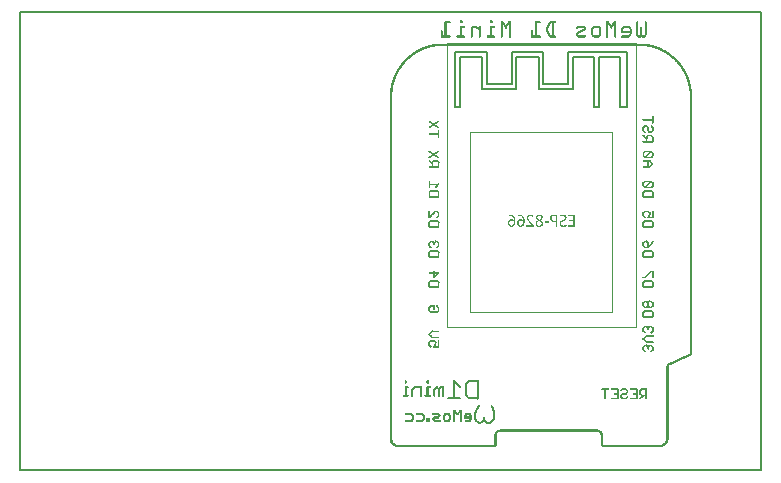
<source format=gbo>
G04 MADE WITH FRITZING*
G04 WWW.FRITZING.ORG*
G04 DOUBLE SIDED*
G04 HOLES PLATED*
G04 CONTOUR ON CENTER OF CONTOUR VECTOR*
%ASAXBY*%
%FSLAX23Y23*%
%MOIN*%
%OFA0B0*%
%SFA1.0B1.0*%
%ADD10R,0.632695X0.947653X0.627139X0.942097*%
%ADD11C,0.002778*%
%ADD12R,0.477764X0.602764X0.472208X0.597208*%
%ADD13R,2.480310X1.535430X2.464310X1.519430*%
%ADD14C,0.008000*%
%ADD15R,0.001000X0.001000*%
%LNSILK0*%
G90*
G70*
G54D11*
X1427Y1427D02*
X2057Y1427D01*
X2057Y482D01*
X1427Y482D01*
X1427Y1427D01*
D02*
X1504Y1132D02*
X1979Y1132D01*
X1979Y532D01*
X1504Y532D01*
X1504Y1132D01*
D02*
G54D14*
X4Y1531D02*
X2476Y1531D01*
X2476Y4D01*
X4Y4D01*
X4Y1531D01*
D02*
X1456Y1215D02*
X1472Y1215D01*
X1472Y1381D01*
X1544Y1381D01*
X1544Y1275D01*
X1659Y1275D01*
X1659Y1381D01*
X1733Y1381D01*
X1733Y1275D01*
X1848Y1275D01*
X1848Y1381D01*
X1919Y1381D01*
X1919Y1215D01*
X1936Y1215D01*
X1936Y1381D01*
X2006Y1381D01*
X2006Y1215D01*
X2028Y1215D01*
X2028Y1398D01*
X1831Y1398D01*
X1831Y1291D01*
X1749Y1291D01*
X1749Y1398D01*
X1643Y1398D01*
X1643Y1291D01*
X1561Y1291D01*
X1561Y1398D01*
X1456Y1398D01*
X1456Y1215D01*
D02*
G54D15*
X1473Y1503D02*
X1478Y1503D01*
X1573Y1503D02*
X1578Y1503D01*
X1471Y1502D02*
X1479Y1502D01*
X1572Y1502D02*
X1580Y1502D01*
X1471Y1501D02*
X1480Y1501D01*
X1571Y1501D02*
X1580Y1501D01*
X1421Y1500D02*
X1438Y1500D01*
X1471Y1500D02*
X1480Y1500D01*
X1571Y1500D02*
X1580Y1500D01*
X1607Y1500D02*
X1615Y1500D01*
X1633Y1500D02*
X1641Y1500D01*
X1722Y1500D02*
X1739Y1500D01*
X1773Y1500D02*
X1790Y1500D01*
X1959Y1500D02*
X1967Y1500D01*
X1984Y1500D02*
X1992Y1500D01*
X2061Y1500D02*
X2063Y1500D01*
X2089Y1500D02*
X2091Y1500D01*
X1420Y1499D02*
X1439Y1499D01*
X1471Y1499D02*
X1480Y1499D01*
X1571Y1499D02*
X1581Y1499D01*
X1607Y1499D02*
X1616Y1499D01*
X1632Y1499D02*
X1641Y1499D01*
X1722Y1499D02*
X1741Y1499D01*
X1771Y1499D02*
X1791Y1499D01*
X1959Y1499D02*
X1968Y1499D01*
X1984Y1499D02*
X1992Y1499D01*
X2060Y1499D02*
X2064Y1499D01*
X2088Y1499D02*
X2092Y1499D01*
X1420Y1498D02*
X1440Y1498D01*
X1471Y1498D02*
X1480Y1498D01*
X1571Y1498D02*
X1581Y1498D01*
X1607Y1498D02*
X1617Y1498D01*
X1632Y1498D02*
X1641Y1498D01*
X1722Y1498D02*
X1741Y1498D01*
X1770Y1498D02*
X1791Y1498D01*
X1959Y1498D02*
X1968Y1498D01*
X1983Y1498D02*
X1992Y1498D01*
X2059Y1498D02*
X2065Y1498D01*
X2087Y1498D02*
X2093Y1498D01*
X1420Y1497D02*
X1440Y1497D01*
X1471Y1497D02*
X1480Y1497D01*
X1571Y1497D02*
X1581Y1497D01*
X1607Y1497D02*
X1618Y1497D01*
X1631Y1497D02*
X1641Y1497D01*
X1722Y1497D02*
X1741Y1497D01*
X1769Y1497D02*
X1792Y1497D01*
X1959Y1497D02*
X1969Y1497D01*
X1982Y1497D02*
X1992Y1497D01*
X2059Y1497D02*
X2065Y1497D01*
X2087Y1497D02*
X2093Y1497D01*
X1420Y1496D02*
X1440Y1496D01*
X1471Y1496D02*
X1480Y1496D01*
X1571Y1496D02*
X1580Y1496D01*
X1607Y1496D02*
X1618Y1496D01*
X1630Y1496D02*
X1641Y1496D01*
X1722Y1496D02*
X1741Y1496D01*
X1768Y1496D02*
X1791Y1496D01*
X1959Y1496D02*
X1970Y1496D01*
X1982Y1496D02*
X1992Y1496D01*
X2059Y1496D02*
X2065Y1496D01*
X2087Y1496D02*
X2093Y1496D01*
X1420Y1495D02*
X1440Y1495D01*
X1471Y1495D02*
X1479Y1495D01*
X1572Y1495D02*
X1580Y1495D01*
X1607Y1495D02*
X1619Y1495D01*
X1629Y1495D02*
X1641Y1495D01*
X1722Y1495D02*
X1741Y1495D01*
X1767Y1495D02*
X1791Y1495D01*
X1959Y1495D02*
X1970Y1495D01*
X1981Y1495D02*
X1992Y1495D01*
X2059Y1495D02*
X2065Y1495D01*
X2087Y1495D02*
X2093Y1495D01*
X1420Y1494D02*
X1439Y1494D01*
X1472Y1494D02*
X1478Y1494D01*
X1573Y1494D02*
X1579Y1494D01*
X1607Y1494D02*
X1620Y1494D01*
X1629Y1494D02*
X1641Y1494D01*
X1722Y1494D02*
X1740Y1494D01*
X1767Y1494D02*
X1790Y1494D01*
X1959Y1494D02*
X1971Y1494D01*
X1980Y1494D02*
X1992Y1494D01*
X2059Y1494D02*
X2065Y1494D01*
X2087Y1494D02*
X2093Y1494D01*
X1420Y1493D02*
X1427Y1493D01*
X1607Y1493D02*
X1620Y1493D01*
X1628Y1493D02*
X1641Y1493D01*
X1722Y1493D02*
X1728Y1493D01*
X1766Y1493D02*
X1774Y1493D01*
X1779Y1493D02*
X1785Y1493D01*
X1959Y1493D02*
X1972Y1493D01*
X1979Y1493D02*
X1992Y1493D01*
X2059Y1493D02*
X2065Y1493D01*
X2087Y1493D02*
X2093Y1493D01*
X1420Y1492D02*
X1426Y1492D01*
X1607Y1492D02*
X1621Y1492D01*
X1627Y1492D02*
X1641Y1492D01*
X1722Y1492D02*
X1728Y1492D01*
X1766Y1492D02*
X1773Y1492D01*
X1779Y1492D02*
X1785Y1492D01*
X1959Y1492D02*
X1972Y1492D01*
X1979Y1492D02*
X1992Y1492D01*
X2059Y1492D02*
X2065Y1492D01*
X2087Y1492D02*
X2093Y1492D01*
X1420Y1491D02*
X1426Y1491D01*
X1607Y1491D02*
X1622Y1491D01*
X1627Y1491D02*
X1641Y1491D01*
X1722Y1491D02*
X1728Y1491D01*
X1765Y1491D02*
X1772Y1491D01*
X1779Y1491D02*
X1785Y1491D01*
X1959Y1491D02*
X1973Y1491D01*
X1978Y1491D02*
X1992Y1491D01*
X2059Y1491D02*
X2065Y1491D01*
X2087Y1491D02*
X2093Y1491D01*
X1420Y1490D02*
X1426Y1490D01*
X1607Y1490D02*
X1622Y1490D01*
X1626Y1490D02*
X1641Y1490D01*
X1722Y1490D02*
X1728Y1490D01*
X1765Y1490D02*
X1771Y1490D01*
X1779Y1490D02*
X1785Y1490D01*
X1959Y1490D02*
X1974Y1490D01*
X1977Y1490D02*
X1992Y1490D01*
X2059Y1490D02*
X2065Y1490D01*
X2087Y1490D02*
X2093Y1490D01*
X1420Y1489D02*
X1426Y1489D01*
X1607Y1489D02*
X1613Y1489D01*
X1616Y1489D02*
X1623Y1489D01*
X1625Y1489D02*
X1633Y1489D01*
X1635Y1489D02*
X1641Y1489D01*
X1722Y1489D02*
X1728Y1489D01*
X1764Y1489D02*
X1771Y1489D01*
X1779Y1489D02*
X1785Y1489D01*
X1959Y1489D02*
X1965Y1489D01*
X1967Y1489D02*
X1975Y1489D01*
X1977Y1489D02*
X1984Y1489D01*
X1986Y1489D02*
X1992Y1489D01*
X2059Y1489D02*
X2065Y1489D01*
X2087Y1489D02*
X2093Y1489D01*
X1420Y1488D02*
X1426Y1488D01*
X1607Y1488D02*
X1613Y1488D01*
X1616Y1488D02*
X1632Y1488D01*
X1635Y1488D02*
X1641Y1488D01*
X1722Y1488D02*
X1728Y1488D01*
X1764Y1488D02*
X1770Y1488D01*
X1779Y1488D02*
X1785Y1488D01*
X1959Y1488D02*
X1965Y1488D01*
X1968Y1488D02*
X1984Y1488D01*
X1986Y1488D02*
X1992Y1488D01*
X2059Y1488D02*
X2065Y1488D01*
X2087Y1488D02*
X2093Y1488D01*
X1420Y1487D02*
X1426Y1487D01*
X1607Y1487D02*
X1613Y1487D01*
X1617Y1487D02*
X1631Y1487D01*
X1635Y1487D02*
X1641Y1487D01*
X1722Y1487D02*
X1728Y1487D01*
X1763Y1487D02*
X1770Y1487D01*
X1779Y1487D02*
X1785Y1487D01*
X1959Y1487D02*
X1965Y1487D01*
X1968Y1487D02*
X1983Y1487D01*
X1986Y1487D02*
X1992Y1487D01*
X2059Y1487D02*
X2065Y1487D01*
X2087Y1487D02*
X2093Y1487D01*
X1420Y1486D02*
X1426Y1486D01*
X1607Y1486D02*
X1613Y1486D01*
X1618Y1486D02*
X1631Y1486D01*
X1635Y1486D02*
X1641Y1486D01*
X1722Y1486D02*
X1728Y1486D01*
X1763Y1486D02*
X1769Y1486D01*
X1779Y1486D02*
X1785Y1486D01*
X1959Y1486D02*
X1965Y1486D01*
X1969Y1486D02*
X1982Y1486D01*
X1986Y1486D02*
X1992Y1486D01*
X2059Y1486D02*
X2065Y1486D01*
X2087Y1486D02*
X2093Y1486D01*
X1420Y1485D02*
X1426Y1485D01*
X1472Y1485D02*
X1485Y1485D01*
X1515Y1485D02*
X1525Y1485D01*
X1536Y1485D02*
X1539Y1485D01*
X1573Y1485D02*
X1586Y1485D01*
X1607Y1485D02*
X1613Y1485D01*
X1618Y1485D02*
X1630Y1485D01*
X1635Y1485D02*
X1641Y1485D01*
X1722Y1485D02*
X1728Y1485D01*
X1762Y1485D02*
X1769Y1485D01*
X1779Y1485D02*
X1785Y1485D01*
X1865Y1485D02*
X1886Y1485D01*
X1918Y1485D02*
X1933Y1485D01*
X1959Y1485D02*
X1965Y1485D01*
X1970Y1485D02*
X1981Y1485D01*
X1986Y1485D02*
X1992Y1485D01*
X2018Y1485D02*
X2033Y1485D01*
X2059Y1485D02*
X2065Y1485D01*
X2087Y1485D02*
X2093Y1485D01*
X1420Y1484D02*
X1426Y1484D01*
X1471Y1484D02*
X1486Y1484D01*
X1513Y1484D02*
X1527Y1484D01*
X1535Y1484D02*
X1540Y1484D01*
X1572Y1484D02*
X1587Y1484D01*
X1607Y1484D02*
X1613Y1484D01*
X1619Y1484D02*
X1629Y1484D01*
X1635Y1484D02*
X1641Y1484D01*
X1722Y1484D02*
X1728Y1484D01*
X1762Y1484D02*
X1768Y1484D01*
X1779Y1484D02*
X1785Y1484D01*
X1863Y1484D02*
X1887Y1484D01*
X1916Y1484D02*
X1935Y1484D01*
X1959Y1484D02*
X1965Y1484D01*
X1971Y1484D02*
X1981Y1484D01*
X1986Y1484D02*
X1992Y1484D01*
X2016Y1484D02*
X2035Y1484D01*
X2059Y1484D02*
X2065Y1484D01*
X2087Y1484D02*
X2093Y1484D01*
X1420Y1483D02*
X1426Y1483D01*
X1471Y1483D02*
X1487Y1483D01*
X1511Y1483D02*
X1529Y1483D01*
X1535Y1483D02*
X1540Y1483D01*
X1571Y1483D02*
X1587Y1483D01*
X1607Y1483D02*
X1613Y1483D01*
X1620Y1483D02*
X1629Y1483D01*
X1635Y1483D02*
X1641Y1483D01*
X1722Y1483D02*
X1728Y1483D01*
X1761Y1483D02*
X1768Y1483D01*
X1779Y1483D02*
X1785Y1483D01*
X1862Y1483D02*
X1889Y1483D01*
X1915Y1483D02*
X1936Y1483D01*
X1959Y1483D02*
X1965Y1483D01*
X1971Y1483D02*
X1980Y1483D01*
X1986Y1483D02*
X1992Y1483D01*
X2015Y1483D02*
X2037Y1483D01*
X2059Y1483D02*
X2065Y1483D01*
X2087Y1483D02*
X2093Y1483D01*
X1420Y1482D02*
X1426Y1482D01*
X1471Y1482D02*
X1487Y1482D01*
X1510Y1482D02*
X1530Y1482D01*
X1535Y1482D02*
X1541Y1482D01*
X1571Y1482D02*
X1587Y1482D01*
X1607Y1482D02*
X1613Y1482D01*
X1621Y1482D02*
X1628Y1482D01*
X1635Y1482D02*
X1641Y1482D01*
X1722Y1482D02*
X1728Y1482D01*
X1761Y1482D02*
X1767Y1482D01*
X1779Y1482D02*
X1785Y1482D01*
X1861Y1482D02*
X1889Y1482D01*
X1913Y1482D02*
X1937Y1482D01*
X1959Y1482D02*
X1965Y1482D01*
X1972Y1482D02*
X1979Y1482D01*
X1986Y1482D02*
X1992Y1482D01*
X2014Y1482D02*
X2038Y1482D01*
X2059Y1482D02*
X2065Y1482D01*
X2075Y1482D02*
X2078Y1482D01*
X2087Y1482D02*
X2093Y1482D01*
X1420Y1481D02*
X1426Y1481D01*
X1471Y1481D02*
X1487Y1481D01*
X1510Y1481D02*
X1532Y1481D01*
X1535Y1481D02*
X1541Y1481D01*
X1571Y1481D02*
X1587Y1481D01*
X1607Y1481D02*
X1613Y1481D01*
X1621Y1481D02*
X1627Y1481D01*
X1635Y1481D02*
X1641Y1481D01*
X1722Y1481D02*
X1728Y1481D01*
X1760Y1481D02*
X1767Y1481D01*
X1779Y1481D02*
X1785Y1481D01*
X1860Y1481D02*
X1890Y1481D01*
X1912Y1481D02*
X1939Y1481D01*
X1959Y1481D02*
X1965Y1481D01*
X1973Y1481D02*
X1979Y1481D01*
X1986Y1481D02*
X1992Y1481D01*
X2013Y1481D02*
X2039Y1481D01*
X2059Y1481D02*
X2065Y1481D01*
X2074Y1481D02*
X2078Y1481D01*
X2087Y1481D02*
X2093Y1481D01*
X1420Y1480D02*
X1426Y1480D01*
X1471Y1480D02*
X1486Y1480D01*
X1509Y1480D02*
X1541Y1480D01*
X1571Y1480D02*
X1587Y1480D01*
X1607Y1480D02*
X1613Y1480D01*
X1621Y1480D02*
X1627Y1480D01*
X1635Y1480D02*
X1641Y1480D01*
X1722Y1480D02*
X1728Y1480D01*
X1760Y1480D02*
X1766Y1480D01*
X1779Y1480D02*
X1785Y1480D01*
X1859Y1480D02*
X1891Y1480D01*
X1911Y1480D02*
X1940Y1480D01*
X1959Y1480D02*
X1965Y1480D01*
X1973Y1480D02*
X1979Y1480D01*
X1986Y1480D02*
X1992Y1480D01*
X2012Y1480D02*
X2040Y1480D01*
X2059Y1480D02*
X2065Y1480D01*
X2073Y1480D02*
X2079Y1480D01*
X2087Y1480D02*
X2093Y1480D01*
X1420Y1479D02*
X1426Y1479D01*
X1471Y1479D02*
X1485Y1479D01*
X1509Y1479D02*
X1541Y1479D01*
X1571Y1479D02*
X1585Y1479D01*
X1607Y1479D02*
X1613Y1479D01*
X1621Y1479D02*
X1627Y1479D01*
X1635Y1479D02*
X1641Y1479D01*
X1722Y1479D02*
X1728Y1479D01*
X1759Y1479D02*
X1766Y1479D01*
X1779Y1479D02*
X1785Y1479D01*
X1859Y1479D02*
X1891Y1479D01*
X1911Y1479D02*
X1940Y1479D01*
X1959Y1479D02*
X1965Y1479D01*
X1973Y1479D02*
X1979Y1479D01*
X1986Y1479D02*
X1992Y1479D01*
X2011Y1479D02*
X2041Y1479D01*
X2059Y1479D02*
X2065Y1479D01*
X2073Y1479D02*
X2079Y1479D01*
X2087Y1479D02*
X2093Y1479D01*
X1420Y1478D02*
X1426Y1478D01*
X1471Y1478D02*
X1477Y1478D01*
X1508Y1478D02*
X1515Y1478D01*
X1524Y1478D02*
X1541Y1478D01*
X1571Y1478D02*
X1577Y1478D01*
X1607Y1478D02*
X1613Y1478D01*
X1622Y1478D02*
X1627Y1478D01*
X1635Y1478D02*
X1641Y1478D01*
X1722Y1478D02*
X1728Y1478D01*
X1759Y1478D02*
X1765Y1478D01*
X1779Y1478D02*
X1785Y1478D01*
X1859Y1478D02*
X1866Y1478D01*
X1885Y1478D02*
X1891Y1478D01*
X1910Y1478D02*
X1918Y1478D01*
X1932Y1478D02*
X1941Y1478D01*
X1959Y1478D02*
X1965Y1478D01*
X1973Y1478D02*
X1978Y1478D01*
X1986Y1478D02*
X1992Y1478D01*
X2010Y1478D02*
X2019Y1478D01*
X2033Y1478D02*
X2041Y1478D01*
X2059Y1478D02*
X2065Y1478D01*
X2073Y1478D02*
X2079Y1478D01*
X2087Y1478D02*
X2093Y1478D01*
X1420Y1477D02*
X1426Y1477D01*
X1471Y1477D02*
X1477Y1477D01*
X1508Y1477D02*
X1515Y1477D01*
X1526Y1477D02*
X1541Y1477D01*
X1571Y1477D02*
X1577Y1477D01*
X1607Y1477D02*
X1613Y1477D01*
X1622Y1477D02*
X1626Y1477D01*
X1635Y1477D02*
X1641Y1477D01*
X1722Y1477D02*
X1728Y1477D01*
X1759Y1477D02*
X1765Y1477D01*
X1779Y1477D02*
X1785Y1477D01*
X1860Y1477D02*
X1864Y1477D01*
X1885Y1477D02*
X1891Y1477D01*
X1909Y1477D02*
X1917Y1477D01*
X1934Y1477D02*
X1941Y1477D01*
X1959Y1477D02*
X1965Y1477D01*
X1974Y1477D02*
X1978Y1477D01*
X1986Y1477D02*
X1992Y1477D01*
X2010Y1477D02*
X2017Y1477D01*
X2034Y1477D02*
X2042Y1477D01*
X2059Y1477D02*
X2065Y1477D01*
X2073Y1477D02*
X2079Y1477D01*
X2087Y1477D02*
X2093Y1477D01*
X1420Y1476D02*
X1426Y1476D01*
X1471Y1476D02*
X1477Y1476D01*
X1508Y1476D02*
X1514Y1476D01*
X1527Y1476D02*
X1541Y1476D01*
X1571Y1476D02*
X1577Y1476D01*
X1607Y1476D02*
X1613Y1476D01*
X1623Y1476D02*
X1625Y1476D01*
X1635Y1476D02*
X1641Y1476D01*
X1722Y1476D02*
X1728Y1476D01*
X1758Y1476D02*
X1765Y1476D01*
X1779Y1476D02*
X1785Y1476D01*
X1861Y1476D02*
X1863Y1476D01*
X1885Y1476D02*
X1891Y1476D01*
X1909Y1476D02*
X1916Y1476D01*
X1935Y1476D02*
X1942Y1476D01*
X1959Y1476D02*
X1965Y1476D01*
X1975Y1476D02*
X1976Y1476D01*
X1986Y1476D02*
X1992Y1476D01*
X2009Y1476D02*
X2016Y1476D01*
X2035Y1476D02*
X2042Y1476D01*
X2059Y1476D02*
X2065Y1476D01*
X2073Y1476D02*
X2079Y1476D01*
X2087Y1476D02*
X2093Y1476D01*
X1420Y1475D02*
X1426Y1475D01*
X1471Y1475D02*
X1477Y1475D01*
X1508Y1475D02*
X1514Y1475D01*
X1529Y1475D02*
X1541Y1475D01*
X1571Y1475D02*
X1577Y1475D01*
X1607Y1475D02*
X1613Y1475D01*
X1635Y1475D02*
X1641Y1475D01*
X1722Y1475D02*
X1728Y1475D01*
X1758Y1475D02*
X1764Y1475D01*
X1779Y1475D02*
X1785Y1475D01*
X1884Y1475D02*
X1891Y1475D01*
X1909Y1475D02*
X1915Y1475D01*
X1936Y1475D02*
X1942Y1475D01*
X1959Y1475D02*
X1965Y1475D01*
X1986Y1475D02*
X1992Y1475D01*
X2009Y1475D02*
X2016Y1475D01*
X2036Y1475D02*
X2042Y1475D01*
X2059Y1475D02*
X2065Y1475D01*
X2073Y1475D02*
X2079Y1475D01*
X2087Y1475D02*
X2093Y1475D01*
X1420Y1474D02*
X1426Y1474D01*
X1471Y1474D02*
X1477Y1474D01*
X1508Y1474D02*
X1514Y1474D01*
X1531Y1474D02*
X1541Y1474D01*
X1571Y1474D02*
X1577Y1474D01*
X1607Y1474D02*
X1613Y1474D01*
X1635Y1474D02*
X1641Y1474D01*
X1722Y1474D02*
X1728Y1474D01*
X1758Y1474D02*
X1764Y1474D01*
X1779Y1474D02*
X1785Y1474D01*
X1882Y1474D02*
X1891Y1474D01*
X1909Y1474D02*
X1915Y1474D01*
X1936Y1474D02*
X1942Y1474D01*
X1959Y1474D02*
X1965Y1474D01*
X1986Y1474D02*
X1992Y1474D01*
X2009Y1474D02*
X2015Y1474D01*
X2036Y1474D02*
X2042Y1474D01*
X2059Y1474D02*
X2065Y1474D01*
X2073Y1474D02*
X2079Y1474D01*
X2087Y1474D02*
X2093Y1474D01*
X1420Y1473D02*
X1426Y1473D01*
X1471Y1473D02*
X1477Y1473D01*
X1508Y1473D02*
X1514Y1473D01*
X1532Y1473D02*
X1541Y1473D01*
X1571Y1473D02*
X1577Y1473D01*
X1607Y1473D02*
X1613Y1473D01*
X1635Y1473D02*
X1641Y1473D01*
X1722Y1473D02*
X1728Y1473D01*
X1758Y1473D02*
X1764Y1473D01*
X1779Y1473D02*
X1785Y1473D01*
X1880Y1473D02*
X1890Y1473D01*
X1909Y1473D02*
X1915Y1473D01*
X1936Y1473D02*
X1942Y1473D01*
X1959Y1473D02*
X1965Y1473D01*
X1986Y1473D02*
X1992Y1473D01*
X2009Y1473D02*
X2015Y1473D01*
X2037Y1473D02*
X2043Y1473D01*
X2059Y1473D02*
X2065Y1473D01*
X2073Y1473D02*
X2079Y1473D01*
X2087Y1473D02*
X2093Y1473D01*
X1420Y1472D02*
X1426Y1472D01*
X1471Y1472D02*
X1477Y1472D01*
X1508Y1472D02*
X1514Y1472D01*
X1534Y1472D02*
X1541Y1472D01*
X1571Y1472D02*
X1577Y1472D01*
X1607Y1472D02*
X1613Y1472D01*
X1635Y1472D02*
X1641Y1472D01*
X1722Y1472D02*
X1728Y1472D01*
X1758Y1472D02*
X1764Y1472D01*
X1779Y1472D02*
X1785Y1472D01*
X1877Y1472D02*
X1890Y1472D01*
X1909Y1472D02*
X1915Y1472D01*
X1936Y1472D02*
X1942Y1472D01*
X1959Y1472D02*
X1965Y1472D01*
X1986Y1472D02*
X1992Y1472D01*
X2009Y1472D02*
X2015Y1472D01*
X2037Y1472D02*
X2043Y1472D01*
X2059Y1472D02*
X2065Y1472D01*
X2073Y1472D02*
X2079Y1472D01*
X2087Y1472D02*
X2093Y1472D01*
X1420Y1471D02*
X1426Y1471D01*
X1471Y1471D02*
X1477Y1471D01*
X1508Y1471D02*
X1514Y1471D01*
X1535Y1471D02*
X1541Y1471D01*
X1571Y1471D02*
X1577Y1471D01*
X1607Y1471D02*
X1613Y1471D01*
X1635Y1471D02*
X1641Y1471D01*
X1722Y1471D02*
X1728Y1471D01*
X1758Y1471D02*
X1764Y1471D01*
X1779Y1471D02*
X1785Y1471D01*
X1875Y1471D02*
X1889Y1471D01*
X1909Y1471D02*
X1915Y1471D01*
X1936Y1471D02*
X1942Y1471D01*
X1959Y1471D02*
X1965Y1471D01*
X1986Y1471D02*
X1992Y1471D01*
X2009Y1471D02*
X2015Y1471D01*
X2037Y1471D02*
X2043Y1471D01*
X2059Y1471D02*
X2065Y1471D01*
X2073Y1471D02*
X2079Y1471D01*
X2087Y1471D02*
X2093Y1471D01*
X1408Y1470D02*
X1411Y1470D01*
X1420Y1470D02*
X1426Y1470D01*
X1471Y1470D02*
X1477Y1470D01*
X1508Y1470D02*
X1514Y1470D01*
X1535Y1470D02*
X1541Y1470D01*
X1571Y1470D02*
X1577Y1470D01*
X1607Y1470D02*
X1613Y1470D01*
X1635Y1470D02*
X1641Y1470D01*
X1709Y1470D02*
X1713Y1470D01*
X1722Y1470D02*
X1728Y1470D01*
X1758Y1470D02*
X1765Y1470D01*
X1779Y1470D02*
X1785Y1470D01*
X1873Y1470D02*
X1888Y1470D01*
X1909Y1470D02*
X1915Y1470D01*
X1936Y1470D02*
X1942Y1470D01*
X1959Y1470D02*
X1965Y1470D01*
X1986Y1470D02*
X1992Y1470D01*
X2009Y1470D02*
X2015Y1470D01*
X2037Y1470D02*
X2043Y1470D01*
X2059Y1470D02*
X2065Y1470D01*
X2073Y1470D02*
X2079Y1470D01*
X2087Y1470D02*
X2093Y1470D01*
X1407Y1469D02*
X1412Y1469D01*
X1420Y1469D02*
X1426Y1469D01*
X1471Y1469D02*
X1477Y1469D01*
X1508Y1469D02*
X1514Y1469D01*
X1535Y1469D02*
X1541Y1469D01*
X1571Y1469D02*
X1577Y1469D01*
X1607Y1469D02*
X1613Y1469D01*
X1635Y1469D02*
X1641Y1469D01*
X1708Y1469D02*
X1713Y1469D01*
X1722Y1469D02*
X1728Y1469D01*
X1759Y1469D02*
X1765Y1469D01*
X1779Y1469D02*
X1785Y1469D01*
X1870Y1469D02*
X1887Y1469D01*
X1909Y1469D02*
X1915Y1469D01*
X1936Y1469D02*
X1942Y1469D01*
X1959Y1469D02*
X1965Y1469D01*
X1986Y1469D02*
X1992Y1469D01*
X2009Y1469D02*
X2015Y1469D01*
X2037Y1469D02*
X2043Y1469D01*
X2059Y1469D02*
X2065Y1469D01*
X2073Y1469D02*
X2079Y1469D01*
X2087Y1469D02*
X2093Y1469D01*
X1407Y1468D02*
X1413Y1468D01*
X1420Y1468D02*
X1426Y1468D01*
X1471Y1468D02*
X1477Y1468D01*
X1508Y1468D02*
X1514Y1468D01*
X1535Y1468D02*
X1541Y1468D01*
X1571Y1468D02*
X1577Y1468D01*
X1607Y1468D02*
X1613Y1468D01*
X1635Y1468D02*
X1641Y1468D01*
X1708Y1468D02*
X1714Y1468D01*
X1722Y1468D02*
X1728Y1468D01*
X1759Y1468D02*
X1766Y1468D01*
X1779Y1468D02*
X1785Y1468D01*
X1868Y1468D02*
X1885Y1468D01*
X1909Y1468D02*
X1915Y1468D01*
X1936Y1468D02*
X1942Y1468D01*
X1959Y1468D02*
X1965Y1468D01*
X1986Y1468D02*
X1992Y1468D01*
X2009Y1468D02*
X2015Y1468D01*
X2036Y1468D02*
X2043Y1468D01*
X2059Y1468D02*
X2065Y1468D01*
X2073Y1468D02*
X2079Y1468D01*
X2087Y1468D02*
X2093Y1468D01*
X1407Y1467D02*
X1413Y1467D01*
X1420Y1467D02*
X1426Y1467D01*
X1471Y1467D02*
X1477Y1467D01*
X1508Y1467D02*
X1514Y1467D01*
X1535Y1467D02*
X1541Y1467D01*
X1571Y1467D02*
X1577Y1467D01*
X1607Y1467D02*
X1613Y1467D01*
X1635Y1467D02*
X1641Y1467D01*
X1708Y1467D02*
X1714Y1467D01*
X1722Y1467D02*
X1728Y1467D01*
X1759Y1467D02*
X1766Y1467D01*
X1779Y1467D02*
X1785Y1467D01*
X1866Y1467D02*
X1882Y1467D01*
X1909Y1467D02*
X1915Y1467D01*
X1936Y1467D02*
X1942Y1467D01*
X1959Y1467D02*
X1965Y1467D01*
X1986Y1467D02*
X1992Y1467D01*
X2009Y1467D02*
X2043Y1467D01*
X2059Y1467D02*
X2065Y1467D01*
X2073Y1467D02*
X2079Y1467D01*
X2087Y1467D02*
X2093Y1467D01*
X1407Y1466D02*
X1413Y1466D01*
X1420Y1466D02*
X1426Y1466D01*
X1471Y1466D02*
X1477Y1466D01*
X1508Y1466D02*
X1514Y1466D01*
X1535Y1466D02*
X1541Y1466D01*
X1571Y1466D02*
X1577Y1466D01*
X1607Y1466D02*
X1613Y1466D01*
X1635Y1466D02*
X1641Y1466D01*
X1708Y1466D02*
X1714Y1466D01*
X1722Y1466D02*
X1728Y1466D01*
X1760Y1466D02*
X1767Y1466D01*
X1779Y1466D02*
X1785Y1466D01*
X1864Y1466D02*
X1880Y1466D01*
X1909Y1466D02*
X1915Y1466D01*
X1936Y1466D02*
X1942Y1466D01*
X1959Y1466D02*
X1965Y1466D01*
X1986Y1466D02*
X1992Y1466D01*
X2009Y1466D02*
X2043Y1466D01*
X2059Y1466D02*
X2065Y1466D01*
X2073Y1466D02*
X2079Y1466D01*
X2087Y1466D02*
X2093Y1466D01*
X1407Y1465D02*
X1413Y1465D01*
X1420Y1465D02*
X1426Y1465D01*
X1471Y1465D02*
X1477Y1465D01*
X1508Y1465D02*
X1514Y1465D01*
X1535Y1465D02*
X1541Y1465D01*
X1571Y1465D02*
X1577Y1465D01*
X1607Y1465D02*
X1613Y1465D01*
X1635Y1465D02*
X1641Y1465D01*
X1708Y1465D02*
X1714Y1465D01*
X1722Y1465D02*
X1728Y1465D01*
X1760Y1465D02*
X1767Y1465D01*
X1779Y1465D02*
X1785Y1465D01*
X1862Y1465D02*
X1878Y1465D01*
X1909Y1465D02*
X1915Y1465D01*
X1936Y1465D02*
X1942Y1465D01*
X1959Y1465D02*
X1965Y1465D01*
X1986Y1465D02*
X1992Y1465D01*
X2009Y1465D02*
X2043Y1465D01*
X2059Y1465D02*
X2065Y1465D01*
X2073Y1465D02*
X2079Y1465D01*
X2087Y1465D02*
X2093Y1465D01*
X1407Y1464D02*
X1413Y1464D01*
X1420Y1464D02*
X1426Y1464D01*
X1471Y1464D02*
X1477Y1464D01*
X1508Y1464D02*
X1514Y1464D01*
X1535Y1464D02*
X1541Y1464D01*
X1571Y1464D02*
X1577Y1464D01*
X1607Y1464D02*
X1613Y1464D01*
X1635Y1464D02*
X1641Y1464D01*
X1708Y1464D02*
X1714Y1464D01*
X1722Y1464D02*
X1728Y1464D01*
X1761Y1464D02*
X1768Y1464D01*
X1779Y1464D02*
X1785Y1464D01*
X1861Y1464D02*
X1875Y1464D01*
X1909Y1464D02*
X1915Y1464D01*
X1936Y1464D02*
X1942Y1464D01*
X1959Y1464D02*
X1965Y1464D01*
X1986Y1464D02*
X1992Y1464D01*
X2009Y1464D02*
X2043Y1464D01*
X2059Y1464D02*
X2065Y1464D01*
X2073Y1464D02*
X2079Y1464D01*
X2087Y1464D02*
X2093Y1464D01*
X1407Y1463D02*
X1413Y1463D01*
X1420Y1463D02*
X1426Y1463D01*
X1471Y1463D02*
X1477Y1463D01*
X1508Y1463D02*
X1514Y1463D01*
X1535Y1463D02*
X1541Y1463D01*
X1571Y1463D02*
X1577Y1463D01*
X1607Y1463D02*
X1613Y1463D01*
X1635Y1463D02*
X1641Y1463D01*
X1708Y1463D02*
X1714Y1463D01*
X1722Y1463D02*
X1728Y1463D01*
X1761Y1463D02*
X1768Y1463D01*
X1779Y1463D02*
X1785Y1463D01*
X1861Y1463D02*
X1873Y1463D01*
X1909Y1463D02*
X1915Y1463D01*
X1936Y1463D02*
X1942Y1463D01*
X1959Y1463D02*
X1965Y1463D01*
X1986Y1463D02*
X1992Y1463D01*
X2009Y1463D02*
X2043Y1463D01*
X2059Y1463D02*
X2065Y1463D01*
X2073Y1463D02*
X2079Y1463D01*
X2087Y1463D02*
X2093Y1463D01*
X1407Y1462D02*
X1413Y1462D01*
X1420Y1462D02*
X1426Y1462D01*
X1471Y1462D02*
X1477Y1462D01*
X1507Y1462D02*
X1513Y1462D01*
X1535Y1462D02*
X1541Y1462D01*
X1571Y1462D02*
X1577Y1462D01*
X1607Y1462D02*
X1613Y1462D01*
X1635Y1462D02*
X1641Y1462D01*
X1708Y1462D02*
X1714Y1462D01*
X1722Y1462D02*
X1728Y1462D01*
X1762Y1462D02*
X1769Y1462D01*
X1779Y1462D02*
X1785Y1462D01*
X1860Y1462D02*
X1871Y1462D01*
X1909Y1462D02*
X1915Y1462D01*
X1936Y1462D02*
X1942Y1462D01*
X1959Y1462D02*
X1965Y1462D01*
X1986Y1462D02*
X1992Y1462D01*
X2010Y1462D02*
X2043Y1462D01*
X2059Y1462D02*
X2065Y1462D01*
X2073Y1462D02*
X2079Y1462D01*
X2087Y1462D02*
X2093Y1462D01*
X1407Y1461D02*
X1413Y1461D01*
X1420Y1461D02*
X1426Y1461D01*
X1471Y1461D02*
X1477Y1461D01*
X1507Y1461D02*
X1513Y1461D01*
X1535Y1461D02*
X1541Y1461D01*
X1571Y1461D02*
X1577Y1461D01*
X1607Y1461D02*
X1613Y1461D01*
X1635Y1461D02*
X1641Y1461D01*
X1708Y1461D02*
X1714Y1461D01*
X1722Y1461D02*
X1728Y1461D01*
X1762Y1461D02*
X1769Y1461D01*
X1779Y1461D02*
X1785Y1461D01*
X1860Y1461D02*
X1868Y1461D01*
X1909Y1461D02*
X1915Y1461D01*
X1936Y1461D02*
X1942Y1461D01*
X1959Y1461D02*
X1965Y1461D01*
X1986Y1461D02*
X1992Y1461D01*
X2012Y1461D02*
X2043Y1461D01*
X2059Y1461D02*
X2065Y1461D01*
X2073Y1461D02*
X2079Y1461D01*
X2087Y1461D02*
X2093Y1461D01*
X1407Y1460D02*
X1413Y1460D01*
X1420Y1460D02*
X1426Y1460D01*
X1471Y1460D02*
X1477Y1460D01*
X1507Y1460D02*
X1513Y1460D01*
X1535Y1460D02*
X1541Y1460D01*
X1571Y1460D02*
X1577Y1460D01*
X1607Y1460D02*
X1613Y1460D01*
X1635Y1460D02*
X1641Y1460D01*
X1708Y1460D02*
X1714Y1460D01*
X1722Y1460D02*
X1728Y1460D01*
X1763Y1460D02*
X1770Y1460D01*
X1779Y1460D02*
X1785Y1460D01*
X1859Y1460D02*
X1866Y1460D01*
X1909Y1460D02*
X1915Y1460D01*
X1936Y1460D02*
X1942Y1460D01*
X1959Y1460D02*
X1965Y1460D01*
X1986Y1460D02*
X1992Y1460D01*
X2037Y1460D02*
X2043Y1460D01*
X2059Y1460D02*
X2065Y1460D01*
X2073Y1460D02*
X2079Y1460D01*
X2087Y1460D02*
X2093Y1460D01*
X1407Y1459D02*
X1413Y1459D01*
X1420Y1459D02*
X1426Y1459D01*
X1471Y1459D02*
X1477Y1459D01*
X1507Y1459D02*
X1513Y1459D01*
X1535Y1459D02*
X1541Y1459D01*
X1571Y1459D02*
X1577Y1459D01*
X1607Y1459D02*
X1613Y1459D01*
X1635Y1459D02*
X1641Y1459D01*
X1708Y1459D02*
X1714Y1459D01*
X1722Y1459D02*
X1728Y1459D01*
X1763Y1459D02*
X1770Y1459D01*
X1779Y1459D02*
X1785Y1459D01*
X1859Y1459D02*
X1865Y1459D01*
X1909Y1459D02*
X1915Y1459D01*
X1936Y1459D02*
X1942Y1459D01*
X1959Y1459D02*
X1965Y1459D01*
X1986Y1459D02*
X1992Y1459D01*
X2037Y1459D02*
X2043Y1459D01*
X2059Y1459D02*
X2065Y1459D01*
X2073Y1459D02*
X2079Y1459D01*
X2087Y1459D02*
X2093Y1459D01*
X1407Y1458D02*
X1413Y1458D01*
X1420Y1458D02*
X1426Y1458D01*
X1471Y1458D02*
X1477Y1458D01*
X1507Y1458D02*
X1513Y1458D01*
X1535Y1458D02*
X1541Y1458D01*
X1571Y1458D02*
X1577Y1458D01*
X1607Y1458D02*
X1613Y1458D01*
X1635Y1458D02*
X1641Y1458D01*
X1708Y1458D02*
X1714Y1458D01*
X1722Y1458D02*
X1728Y1458D01*
X1764Y1458D02*
X1771Y1458D01*
X1779Y1458D02*
X1785Y1458D01*
X1859Y1458D02*
X1865Y1458D01*
X1909Y1458D02*
X1915Y1458D01*
X1936Y1458D02*
X1942Y1458D01*
X1959Y1458D02*
X1965Y1458D01*
X1986Y1458D02*
X1992Y1458D01*
X2036Y1458D02*
X2043Y1458D01*
X2059Y1458D02*
X2065Y1458D01*
X2073Y1458D02*
X2079Y1458D01*
X2087Y1458D02*
X2093Y1458D01*
X1407Y1457D02*
X1413Y1457D01*
X1420Y1457D02*
X1426Y1457D01*
X1471Y1457D02*
X1477Y1457D01*
X1507Y1457D02*
X1513Y1457D01*
X1535Y1457D02*
X1541Y1457D01*
X1571Y1457D02*
X1577Y1457D01*
X1607Y1457D02*
X1613Y1457D01*
X1635Y1457D02*
X1641Y1457D01*
X1708Y1457D02*
X1714Y1457D01*
X1722Y1457D02*
X1728Y1457D01*
X1764Y1457D02*
X1771Y1457D01*
X1779Y1457D02*
X1785Y1457D01*
X1859Y1457D02*
X1865Y1457D01*
X1909Y1457D02*
X1915Y1457D01*
X1936Y1457D02*
X1942Y1457D01*
X1959Y1457D02*
X1965Y1457D01*
X1986Y1457D02*
X1992Y1457D01*
X2036Y1457D02*
X2042Y1457D01*
X2059Y1457D02*
X2065Y1457D01*
X2073Y1457D02*
X2079Y1457D01*
X2087Y1457D02*
X2093Y1457D01*
X1407Y1456D02*
X1413Y1456D01*
X1420Y1456D02*
X1426Y1456D01*
X1471Y1456D02*
X1477Y1456D01*
X1507Y1456D02*
X1513Y1456D01*
X1535Y1456D02*
X1541Y1456D01*
X1571Y1456D02*
X1577Y1456D01*
X1607Y1456D02*
X1613Y1456D01*
X1635Y1456D02*
X1641Y1456D01*
X1708Y1456D02*
X1714Y1456D01*
X1722Y1456D02*
X1728Y1456D01*
X1765Y1456D02*
X1772Y1456D01*
X1779Y1456D02*
X1785Y1456D01*
X1859Y1456D02*
X1865Y1456D01*
X1889Y1456D02*
X1889Y1456D01*
X1909Y1456D02*
X1916Y1456D01*
X1935Y1456D02*
X1942Y1456D01*
X1959Y1456D02*
X1965Y1456D01*
X1986Y1456D02*
X1992Y1456D01*
X2035Y1456D02*
X2042Y1456D01*
X2059Y1456D02*
X2066Y1456D01*
X2073Y1456D02*
X2079Y1456D01*
X2086Y1456D02*
X2093Y1456D01*
X1407Y1455D02*
X1413Y1455D01*
X1420Y1455D02*
X1426Y1455D01*
X1471Y1455D02*
X1477Y1455D01*
X1507Y1455D02*
X1513Y1455D01*
X1535Y1455D02*
X1541Y1455D01*
X1571Y1455D02*
X1577Y1455D01*
X1607Y1455D02*
X1613Y1455D01*
X1635Y1455D02*
X1641Y1455D01*
X1708Y1455D02*
X1714Y1455D01*
X1722Y1455D02*
X1728Y1455D01*
X1765Y1455D02*
X1772Y1455D01*
X1779Y1455D02*
X1785Y1455D01*
X1859Y1455D02*
X1865Y1455D01*
X1887Y1455D02*
X1891Y1455D01*
X1909Y1455D02*
X1917Y1455D01*
X1934Y1455D02*
X1942Y1455D01*
X1959Y1455D02*
X1965Y1455D01*
X1986Y1455D02*
X1992Y1455D01*
X2034Y1455D02*
X2042Y1455D01*
X2059Y1455D02*
X2066Y1455D01*
X2072Y1455D02*
X2080Y1455D01*
X2086Y1455D02*
X2093Y1455D01*
X1407Y1454D02*
X1413Y1454D01*
X1420Y1454D02*
X1426Y1454D01*
X1471Y1454D02*
X1477Y1454D01*
X1507Y1454D02*
X1513Y1454D01*
X1535Y1454D02*
X1541Y1454D01*
X1571Y1454D02*
X1577Y1454D01*
X1607Y1454D02*
X1613Y1454D01*
X1635Y1454D02*
X1641Y1454D01*
X1708Y1454D02*
X1714Y1454D01*
X1722Y1454D02*
X1728Y1454D01*
X1766Y1454D02*
X1773Y1454D01*
X1779Y1454D02*
X1785Y1454D01*
X1859Y1454D02*
X1866Y1454D01*
X1885Y1454D02*
X1892Y1454D01*
X1910Y1454D02*
X1918Y1454D01*
X1932Y1454D02*
X1941Y1454D01*
X1959Y1454D02*
X1965Y1454D01*
X1986Y1454D02*
X1992Y1454D01*
X2033Y1454D02*
X2041Y1454D01*
X2060Y1454D02*
X2067Y1454D01*
X2072Y1454D02*
X2081Y1454D01*
X2085Y1454D02*
X2092Y1454D01*
X1407Y1453D02*
X1438Y1453D01*
X1463Y1453D02*
X1485Y1453D01*
X1507Y1453D02*
X1513Y1453D01*
X1535Y1453D02*
X1541Y1453D01*
X1563Y1453D02*
X1585Y1453D01*
X1607Y1453D02*
X1613Y1453D01*
X1635Y1453D02*
X1641Y1453D01*
X1708Y1453D02*
X1739Y1453D01*
X1766Y1453D02*
X1789Y1453D01*
X1859Y1453D02*
X1892Y1453D01*
X1911Y1453D02*
X1940Y1453D01*
X1959Y1453D02*
X1965Y1453D01*
X1986Y1453D02*
X1992Y1453D01*
X2011Y1453D02*
X2041Y1453D01*
X2060Y1453D02*
X2092Y1453D01*
X1407Y1452D02*
X1439Y1452D01*
X1461Y1452D02*
X1486Y1452D01*
X1507Y1452D02*
X1513Y1452D01*
X1535Y1452D02*
X1541Y1452D01*
X1562Y1452D02*
X1586Y1452D01*
X1607Y1452D02*
X1613Y1452D01*
X1635Y1452D02*
X1641Y1452D01*
X1708Y1452D02*
X1741Y1452D01*
X1767Y1452D02*
X1791Y1452D01*
X1860Y1452D02*
X1892Y1452D01*
X1911Y1452D02*
X1940Y1452D01*
X1959Y1452D02*
X1965Y1452D01*
X1986Y1452D02*
X1992Y1452D01*
X2010Y1452D02*
X2040Y1452D01*
X2061Y1452D02*
X2091Y1452D01*
X1407Y1451D02*
X1440Y1451D01*
X1461Y1451D02*
X1487Y1451D01*
X1507Y1451D02*
X1513Y1451D01*
X1535Y1451D02*
X1541Y1451D01*
X1561Y1451D02*
X1587Y1451D01*
X1607Y1451D02*
X1613Y1451D01*
X1635Y1451D02*
X1641Y1451D01*
X1708Y1451D02*
X1741Y1451D01*
X1767Y1451D02*
X1791Y1451D01*
X1860Y1451D02*
X1892Y1451D01*
X1912Y1451D02*
X1939Y1451D01*
X1959Y1451D02*
X1965Y1451D01*
X1986Y1451D02*
X1992Y1451D01*
X2009Y1451D02*
X2039Y1451D01*
X2061Y1451D02*
X2091Y1451D01*
X1407Y1450D02*
X1440Y1450D01*
X1460Y1450D02*
X1487Y1450D01*
X1507Y1450D02*
X1513Y1450D01*
X1535Y1450D02*
X1541Y1450D01*
X1561Y1450D02*
X1587Y1450D01*
X1607Y1450D02*
X1613Y1450D01*
X1635Y1450D02*
X1641Y1450D01*
X1708Y1450D02*
X1741Y1450D01*
X1768Y1450D02*
X1792Y1450D01*
X1861Y1450D02*
X1891Y1450D01*
X1913Y1450D02*
X1938Y1450D01*
X1959Y1450D02*
X1965Y1450D01*
X1986Y1450D02*
X1992Y1450D01*
X2009Y1450D02*
X2038Y1450D01*
X2062Y1450D02*
X2090Y1450D01*
X1407Y1449D02*
X1440Y1449D01*
X1460Y1449D02*
X1487Y1449D01*
X1507Y1449D02*
X1513Y1449D01*
X1535Y1449D02*
X1540Y1449D01*
X1561Y1449D02*
X1587Y1449D01*
X1608Y1449D02*
X1613Y1449D01*
X1635Y1449D02*
X1641Y1449D01*
X1708Y1449D02*
X1741Y1449D01*
X1769Y1449D02*
X1791Y1449D01*
X1862Y1449D02*
X1889Y1449D01*
X1915Y1449D02*
X1936Y1449D01*
X1959Y1449D02*
X1965Y1449D01*
X1987Y1449D02*
X1992Y1449D01*
X2009Y1449D02*
X2037Y1449D01*
X2063Y1449D02*
X2090Y1449D01*
X1407Y1448D02*
X1440Y1448D01*
X1461Y1448D02*
X1486Y1448D01*
X1508Y1448D02*
X1513Y1448D01*
X1535Y1448D02*
X1540Y1448D01*
X1561Y1448D02*
X1587Y1448D01*
X1608Y1448D02*
X1613Y1448D01*
X1636Y1448D02*
X1640Y1448D01*
X1708Y1448D02*
X1741Y1448D01*
X1770Y1448D02*
X1791Y1448D01*
X1863Y1448D02*
X1888Y1448D01*
X1916Y1448D02*
X1935Y1448D01*
X1959Y1448D02*
X1964Y1448D01*
X1987Y1448D02*
X1992Y1448D01*
X2010Y1448D02*
X2036Y1448D01*
X2063Y1448D02*
X2075Y1448D01*
X2077Y1448D02*
X2089Y1448D01*
X1408Y1447D02*
X1439Y1447D01*
X1462Y1447D02*
X1486Y1447D01*
X1508Y1447D02*
X1512Y1447D01*
X1536Y1447D02*
X1539Y1447D01*
X1562Y1447D02*
X1586Y1447D01*
X1609Y1447D02*
X1612Y1447D01*
X1636Y1447D02*
X1640Y1447D01*
X1709Y1447D02*
X1740Y1447D01*
X1772Y1447D02*
X1790Y1447D01*
X1865Y1447D02*
X1886Y1447D01*
X1918Y1447D02*
X1933Y1447D01*
X1960Y1447D02*
X1963Y1447D01*
X1988Y1447D02*
X1991Y1447D01*
X2010Y1447D02*
X2034Y1447D01*
X2064Y1447D02*
X2074Y1447D01*
X2078Y1447D02*
X2088Y1447D01*
X1397Y1426D02*
X2086Y1426D01*
X1389Y1425D02*
X2093Y1425D01*
X1383Y1424D02*
X2099Y1424D01*
X1378Y1423D02*
X2104Y1423D01*
X1373Y1422D02*
X2109Y1422D01*
X1369Y1421D02*
X2113Y1421D01*
X1366Y1420D02*
X2116Y1420D01*
X1362Y1419D02*
X2120Y1419D01*
X1359Y1418D02*
X1396Y1418D01*
X2086Y1418D02*
X2123Y1418D01*
X1356Y1417D02*
X1389Y1417D01*
X2094Y1417D02*
X2126Y1417D01*
X1354Y1416D02*
X1383Y1416D01*
X2100Y1416D02*
X2128Y1416D01*
X1351Y1415D02*
X1378Y1415D01*
X2104Y1415D02*
X2131Y1415D01*
X1348Y1414D02*
X1374Y1414D01*
X2109Y1414D02*
X2133Y1414D01*
X1346Y1413D02*
X1370Y1413D01*
X2113Y1413D02*
X2136Y1413D01*
X1344Y1412D02*
X1366Y1412D01*
X2116Y1412D02*
X2138Y1412D01*
X1341Y1411D02*
X1363Y1411D01*
X2119Y1411D02*
X2140Y1411D01*
X1339Y1410D02*
X1360Y1410D01*
X2122Y1410D02*
X2143Y1410D01*
X1337Y1409D02*
X1357Y1409D01*
X2125Y1409D02*
X2145Y1409D01*
X1335Y1408D02*
X1354Y1408D01*
X2128Y1408D02*
X2147Y1408D01*
X1333Y1407D02*
X1352Y1407D01*
X2131Y1407D02*
X2149Y1407D01*
X1331Y1406D02*
X1349Y1406D01*
X2133Y1406D02*
X2151Y1406D01*
X1329Y1405D02*
X1347Y1405D01*
X2135Y1405D02*
X2152Y1405D01*
X1328Y1404D02*
X1345Y1404D01*
X2138Y1404D02*
X2154Y1404D01*
X1326Y1403D02*
X1343Y1403D01*
X2140Y1403D02*
X2156Y1403D01*
X1324Y1402D02*
X1341Y1402D01*
X2142Y1402D02*
X2158Y1402D01*
X1323Y1401D02*
X1339Y1401D01*
X2144Y1401D02*
X2159Y1401D01*
X1321Y1400D02*
X1337Y1400D01*
X2146Y1400D02*
X2161Y1400D01*
X1319Y1399D02*
X1335Y1399D01*
X2148Y1399D02*
X2162Y1399D01*
X1318Y1398D02*
X1333Y1398D01*
X2150Y1398D02*
X2164Y1398D01*
X1316Y1397D02*
X1331Y1397D01*
X2151Y1397D02*
X2166Y1397D01*
X1315Y1396D02*
X1329Y1396D01*
X2153Y1396D02*
X2167Y1396D01*
X1313Y1395D02*
X1328Y1395D01*
X2155Y1395D02*
X2168Y1395D01*
X1312Y1394D02*
X1326Y1394D01*
X2157Y1394D02*
X2170Y1394D01*
X1311Y1393D02*
X1324Y1393D01*
X2158Y1393D02*
X2171Y1393D01*
X1309Y1392D02*
X1323Y1392D01*
X2160Y1392D02*
X2173Y1392D01*
X1308Y1391D02*
X1321Y1391D01*
X2161Y1391D02*
X2174Y1391D01*
X1307Y1390D02*
X1320Y1390D01*
X2163Y1390D02*
X2175Y1390D01*
X1305Y1389D02*
X1318Y1389D01*
X2164Y1389D02*
X2177Y1389D01*
X1304Y1388D02*
X1317Y1388D01*
X2166Y1388D02*
X2178Y1388D01*
X1303Y1387D02*
X1315Y1387D01*
X2167Y1387D02*
X2179Y1387D01*
X1302Y1386D02*
X1314Y1386D01*
X2168Y1386D02*
X2180Y1386D01*
X1300Y1385D02*
X1313Y1385D01*
X2170Y1385D02*
X2181Y1385D01*
X1299Y1384D02*
X1311Y1384D01*
X2171Y1384D02*
X2183Y1384D01*
X1298Y1383D02*
X1310Y1383D01*
X2172Y1383D02*
X2184Y1383D01*
X1297Y1382D02*
X1309Y1382D01*
X2174Y1382D02*
X2185Y1382D01*
X1296Y1381D02*
X1308Y1381D01*
X2175Y1381D02*
X2186Y1381D01*
X1295Y1380D02*
X1306Y1380D01*
X2176Y1380D02*
X2187Y1380D01*
X1294Y1379D02*
X1305Y1379D01*
X2177Y1379D02*
X2188Y1379D01*
X1293Y1378D02*
X1304Y1378D01*
X2178Y1378D02*
X2189Y1378D01*
X1292Y1377D02*
X1303Y1377D01*
X2180Y1377D02*
X2190Y1377D01*
X1291Y1376D02*
X1302Y1376D01*
X2181Y1376D02*
X2191Y1376D01*
X1290Y1375D02*
X1301Y1375D01*
X2182Y1375D02*
X2192Y1375D01*
X1289Y1374D02*
X1300Y1374D01*
X2183Y1374D02*
X2193Y1374D01*
X1288Y1373D02*
X1299Y1373D01*
X2184Y1373D02*
X2194Y1373D01*
X1287Y1372D02*
X1297Y1372D01*
X2185Y1372D02*
X2195Y1372D01*
X1286Y1371D02*
X1296Y1371D01*
X2186Y1371D02*
X2196Y1371D01*
X1285Y1370D02*
X1295Y1370D01*
X2187Y1370D02*
X2197Y1370D01*
X1284Y1369D02*
X1294Y1369D01*
X2188Y1369D02*
X2198Y1369D01*
X1283Y1368D02*
X1293Y1368D01*
X2189Y1368D02*
X2199Y1368D01*
X1282Y1367D02*
X1292Y1367D01*
X2190Y1367D02*
X2200Y1367D01*
X1281Y1366D02*
X1291Y1366D01*
X2191Y1366D02*
X2201Y1366D01*
X1280Y1365D02*
X1291Y1365D01*
X2192Y1365D02*
X2202Y1365D01*
X1280Y1364D02*
X1290Y1364D01*
X2193Y1364D02*
X2202Y1364D01*
X1279Y1363D02*
X1289Y1363D01*
X2194Y1363D02*
X2203Y1363D01*
X1278Y1362D02*
X1288Y1362D01*
X2195Y1362D02*
X2204Y1362D01*
X1277Y1361D02*
X1287Y1361D01*
X2196Y1361D02*
X2205Y1361D01*
X1276Y1360D02*
X1286Y1360D01*
X2196Y1360D02*
X2206Y1360D01*
X1276Y1359D02*
X1285Y1359D01*
X2197Y1359D02*
X2207Y1359D01*
X1275Y1358D02*
X1284Y1358D01*
X2198Y1358D02*
X2207Y1358D01*
X1274Y1357D02*
X1283Y1357D01*
X2199Y1357D02*
X2208Y1357D01*
X1273Y1356D02*
X1283Y1356D01*
X2200Y1356D02*
X2209Y1356D01*
X1272Y1355D02*
X1282Y1355D01*
X2201Y1355D02*
X2210Y1355D01*
X1272Y1354D02*
X1281Y1354D01*
X2201Y1354D02*
X2210Y1354D01*
X1271Y1353D02*
X1280Y1353D01*
X2202Y1353D02*
X2211Y1353D01*
X1270Y1352D02*
X1280Y1352D01*
X2203Y1352D02*
X2212Y1352D01*
X1270Y1351D02*
X1279Y1351D01*
X2204Y1351D02*
X2213Y1351D01*
X1269Y1350D02*
X1278Y1350D01*
X2204Y1350D02*
X2213Y1350D01*
X1268Y1349D02*
X1277Y1349D01*
X2205Y1349D02*
X2214Y1349D01*
X1268Y1348D02*
X1277Y1348D01*
X2206Y1348D02*
X2215Y1348D01*
X1267Y1347D02*
X1276Y1347D01*
X2207Y1347D02*
X2215Y1347D01*
X1266Y1346D02*
X1275Y1346D01*
X2207Y1346D02*
X2216Y1346D01*
X1266Y1345D02*
X1274Y1345D01*
X2208Y1345D02*
X2217Y1345D01*
X1265Y1344D02*
X1274Y1344D01*
X2209Y1344D02*
X2217Y1344D01*
X1264Y1343D02*
X1273Y1343D01*
X2209Y1343D02*
X2218Y1343D01*
X1264Y1342D02*
X1272Y1342D01*
X2210Y1342D02*
X2218Y1342D01*
X1263Y1341D02*
X1272Y1341D01*
X2211Y1341D02*
X2219Y1341D01*
X1263Y1340D02*
X1271Y1340D01*
X2211Y1340D02*
X2220Y1340D01*
X1262Y1339D02*
X1271Y1339D01*
X2212Y1339D02*
X2220Y1339D01*
X1261Y1338D02*
X1270Y1338D01*
X2213Y1338D02*
X2221Y1338D01*
X1261Y1337D02*
X1269Y1337D01*
X2213Y1337D02*
X2221Y1337D01*
X1260Y1336D02*
X1269Y1336D01*
X2214Y1336D02*
X2222Y1336D01*
X1260Y1335D02*
X1268Y1335D01*
X2214Y1335D02*
X2223Y1335D01*
X1259Y1334D02*
X1268Y1334D01*
X2215Y1334D02*
X2223Y1334D01*
X1259Y1333D02*
X1267Y1333D01*
X2215Y1333D02*
X2224Y1333D01*
X1258Y1332D02*
X1266Y1332D01*
X2216Y1332D02*
X2224Y1332D01*
X1258Y1331D02*
X1266Y1331D01*
X2217Y1331D02*
X2225Y1331D01*
X1257Y1330D02*
X1265Y1330D01*
X2217Y1330D02*
X2225Y1330D01*
X1257Y1329D02*
X1265Y1329D01*
X2218Y1329D02*
X2226Y1329D01*
X1256Y1328D02*
X1264Y1328D01*
X2218Y1328D02*
X2226Y1328D01*
X1256Y1327D02*
X1264Y1327D01*
X2219Y1327D02*
X2227Y1327D01*
X1255Y1326D02*
X1263Y1326D01*
X2219Y1326D02*
X2227Y1326D01*
X1255Y1325D02*
X1263Y1325D01*
X2220Y1325D02*
X2228Y1325D01*
X1254Y1324D02*
X1262Y1324D01*
X2220Y1324D02*
X2228Y1324D01*
X1254Y1323D02*
X1262Y1323D01*
X2221Y1323D02*
X2229Y1323D01*
X1253Y1322D02*
X1261Y1322D01*
X2221Y1322D02*
X2229Y1322D01*
X1253Y1321D02*
X1261Y1321D01*
X2222Y1321D02*
X2229Y1321D01*
X1252Y1320D02*
X1260Y1320D01*
X2222Y1320D02*
X2230Y1320D01*
X1252Y1319D02*
X1260Y1319D01*
X2223Y1319D02*
X2230Y1319D01*
X1251Y1318D02*
X1259Y1318D01*
X2223Y1318D02*
X2231Y1318D01*
X1251Y1317D02*
X1259Y1317D01*
X2224Y1317D02*
X2231Y1317D01*
X1251Y1316D02*
X1259Y1316D01*
X2224Y1316D02*
X2232Y1316D01*
X1250Y1315D02*
X1258Y1315D01*
X2224Y1315D02*
X2232Y1315D01*
X1250Y1314D02*
X1258Y1314D01*
X2225Y1314D02*
X2232Y1314D01*
X1250Y1313D02*
X1257Y1313D01*
X2225Y1313D02*
X2233Y1313D01*
X1249Y1312D02*
X1257Y1312D01*
X2226Y1312D02*
X2233Y1312D01*
X1249Y1311D02*
X1257Y1311D01*
X2226Y1311D02*
X2234Y1311D01*
X1248Y1310D02*
X1256Y1310D01*
X2226Y1310D02*
X2234Y1310D01*
X1248Y1309D02*
X1256Y1309D01*
X2227Y1309D02*
X2234Y1309D01*
X1248Y1308D02*
X1255Y1308D01*
X2227Y1308D02*
X2235Y1308D01*
X1247Y1307D02*
X1255Y1307D01*
X2228Y1307D02*
X2235Y1307D01*
X1247Y1306D02*
X1255Y1306D01*
X2228Y1306D02*
X2235Y1306D01*
X1247Y1305D02*
X1254Y1305D01*
X2228Y1305D02*
X2236Y1305D01*
X1246Y1304D02*
X1254Y1304D01*
X2229Y1304D02*
X2236Y1304D01*
X1246Y1303D02*
X1254Y1303D01*
X2229Y1303D02*
X2236Y1303D01*
X1246Y1302D02*
X1253Y1302D01*
X2229Y1302D02*
X2237Y1302D01*
X1245Y1301D02*
X1253Y1301D01*
X2230Y1301D02*
X2237Y1301D01*
X1245Y1300D02*
X1253Y1300D01*
X2230Y1300D02*
X2237Y1300D01*
X1245Y1299D02*
X1252Y1299D01*
X2230Y1299D02*
X2238Y1299D01*
X1245Y1298D02*
X1252Y1298D01*
X2230Y1298D02*
X2238Y1298D01*
X1244Y1297D02*
X1252Y1297D01*
X2231Y1297D02*
X2238Y1297D01*
X1244Y1296D02*
X1251Y1296D01*
X2231Y1296D02*
X2238Y1296D01*
X1244Y1295D02*
X1251Y1295D01*
X2231Y1295D02*
X2239Y1295D01*
X1243Y1294D02*
X1251Y1294D01*
X2232Y1294D02*
X2239Y1294D01*
X1243Y1293D02*
X1251Y1293D01*
X2232Y1293D02*
X2239Y1293D01*
X1243Y1292D02*
X1250Y1292D01*
X2232Y1292D02*
X2239Y1292D01*
X1243Y1291D02*
X1250Y1291D01*
X2232Y1291D02*
X2240Y1291D01*
X1243Y1290D02*
X1250Y1290D01*
X2233Y1290D02*
X2240Y1290D01*
X1242Y1289D02*
X1250Y1289D01*
X2233Y1289D02*
X2240Y1289D01*
X1242Y1288D02*
X1249Y1288D01*
X2233Y1288D02*
X2240Y1288D01*
X1242Y1287D02*
X1249Y1287D01*
X2233Y1287D02*
X2241Y1287D01*
X1242Y1286D02*
X1249Y1286D01*
X2234Y1286D02*
X2241Y1286D01*
X1241Y1285D02*
X1249Y1285D01*
X2234Y1285D02*
X2241Y1285D01*
X1241Y1284D02*
X1248Y1284D01*
X2234Y1284D02*
X2241Y1284D01*
X1241Y1283D02*
X1248Y1283D01*
X2234Y1283D02*
X2241Y1283D01*
X1241Y1282D02*
X1248Y1282D01*
X2234Y1282D02*
X2242Y1282D01*
X1241Y1281D02*
X1248Y1281D01*
X2235Y1281D02*
X2242Y1281D01*
X1241Y1280D02*
X1248Y1280D01*
X2235Y1280D02*
X2242Y1280D01*
X1240Y1279D02*
X1248Y1279D01*
X2235Y1279D02*
X2242Y1279D01*
X1240Y1278D02*
X1247Y1278D01*
X2235Y1278D02*
X2242Y1278D01*
X1240Y1277D02*
X1247Y1277D01*
X2235Y1277D02*
X2242Y1277D01*
X1240Y1276D02*
X1247Y1276D01*
X2236Y1276D02*
X2243Y1276D01*
X1240Y1275D02*
X1247Y1275D01*
X2236Y1275D02*
X2243Y1275D01*
X1240Y1274D02*
X1247Y1274D01*
X2236Y1274D02*
X2243Y1274D01*
X1239Y1273D02*
X1247Y1273D01*
X2236Y1273D02*
X2243Y1273D01*
X1239Y1272D02*
X1246Y1272D01*
X2236Y1272D02*
X2243Y1272D01*
X1239Y1271D02*
X1246Y1271D01*
X2236Y1271D02*
X2243Y1271D01*
X1239Y1270D02*
X1246Y1270D01*
X2236Y1270D02*
X2243Y1270D01*
X1239Y1269D02*
X1246Y1269D01*
X2236Y1269D02*
X2244Y1269D01*
X1239Y1268D02*
X1246Y1268D01*
X2237Y1268D02*
X2244Y1268D01*
X1239Y1267D02*
X1246Y1267D01*
X2237Y1267D02*
X2244Y1267D01*
X1239Y1266D02*
X1246Y1266D01*
X2237Y1266D02*
X2244Y1266D01*
X1239Y1265D02*
X1246Y1265D01*
X2237Y1265D02*
X2244Y1265D01*
X1239Y1264D02*
X1246Y1264D01*
X2237Y1264D02*
X2244Y1264D01*
X1238Y1263D02*
X1245Y1263D01*
X2237Y1263D02*
X2244Y1263D01*
X1238Y1262D02*
X1245Y1262D01*
X2237Y1262D02*
X2244Y1262D01*
X1238Y1261D02*
X1245Y1261D01*
X2237Y1261D02*
X2244Y1261D01*
X1238Y1260D02*
X1245Y1260D01*
X2237Y1260D02*
X2244Y1260D01*
X1238Y1259D02*
X1245Y1259D01*
X2237Y1259D02*
X2244Y1259D01*
X1238Y1258D02*
X1245Y1258D01*
X2237Y1258D02*
X2244Y1258D01*
X1238Y1257D02*
X1245Y1257D01*
X2237Y1257D02*
X2244Y1257D01*
X1238Y1256D02*
X1245Y1256D01*
X2237Y1256D02*
X2244Y1256D01*
X1238Y1255D02*
X1245Y1255D01*
X2237Y1255D02*
X2244Y1255D01*
X1238Y1254D02*
X1245Y1254D01*
X2238Y1254D02*
X2245Y1254D01*
X1238Y1253D02*
X1245Y1253D01*
X2238Y1253D02*
X2245Y1253D01*
X1238Y1252D02*
X1245Y1252D01*
X2238Y1252D02*
X2245Y1252D01*
X1238Y1251D02*
X1245Y1251D01*
X2238Y1251D02*
X2245Y1251D01*
X1238Y1250D02*
X1245Y1250D01*
X2238Y1250D02*
X2245Y1250D01*
X1238Y1249D02*
X1245Y1249D01*
X2238Y1249D02*
X2245Y1249D01*
X1238Y1248D02*
X1245Y1248D01*
X2238Y1248D02*
X2245Y1248D01*
X1238Y1247D02*
X1245Y1247D01*
X2238Y1247D02*
X2245Y1247D01*
X1238Y1246D02*
X1245Y1246D01*
X2238Y1246D02*
X2245Y1246D01*
X1238Y1245D02*
X1245Y1245D01*
X2238Y1245D02*
X2245Y1245D01*
X1238Y1244D02*
X1245Y1244D01*
X2238Y1244D02*
X2245Y1244D01*
X1238Y1243D02*
X1245Y1243D01*
X2238Y1243D02*
X2245Y1243D01*
X1238Y1242D02*
X1245Y1242D01*
X2238Y1242D02*
X2245Y1242D01*
X1238Y1241D02*
X1245Y1241D01*
X2238Y1241D02*
X2245Y1241D01*
X1238Y1240D02*
X1245Y1240D01*
X2238Y1240D02*
X2245Y1240D01*
X1238Y1239D02*
X1245Y1239D01*
X2238Y1239D02*
X2245Y1239D01*
X1238Y1238D02*
X1245Y1238D01*
X2238Y1238D02*
X2245Y1238D01*
X1238Y1237D02*
X1245Y1237D01*
X2238Y1237D02*
X2245Y1237D01*
X1238Y1236D02*
X1245Y1236D01*
X2238Y1236D02*
X2245Y1236D01*
X1238Y1235D02*
X1245Y1235D01*
X2238Y1235D02*
X2245Y1235D01*
X1238Y1234D02*
X1245Y1234D01*
X2238Y1234D02*
X2245Y1234D01*
X1238Y1233D02*
X1245Y1233D01*
X2238Y1233D02*
X2245Y1233D01*
X1238Y1232D02*
X1245Y1232D01*
X2238Y1232D02*
X2245Y1232D01*
X1238Y1231D02*
X1245Y1231D01*
X2238Y1231D02*
X2245Y1231D01*
X1238Y1230D02*
X1245Y1230D01*
X2238Y1230D02*
X2245Y1230D01*
X1238Y1229D02*
X1245Y1229D01*
X2238Y1229D02*
X2245Y1229D01*
X1238Y1228D02*
X1245Y1228D01*
X2238Y1228D02*
X2245Y1228D01*
X1238Y1227D02*
X1245Y1227D01*
X2238Y1227D02*
X2245Y1227D01*
X1238Y1226D02*
X1245Y1226D01*
X2238Y1226D02*
X2245Y1226D01*
X1238Y1225D02*
X1245Y1225D01*
X2238Y1225D02*
X2245Y1225D01*
X1238Y1224D02*
X1245Y1224D01*
X2238Y1224D02*
X2245Y1224D01*
X1238Y1223D02*
X1245Y1223D01*
X2238Y1223D02*
X2245Y1223D01*
X1238Y1222D02*
X1245Y1222D01*
X2238Y1222D02*
X2245Y1222D01*
X1238Y1221D02*
X1245Y1221D01*
X2238Y1221D02*
X2245Y1221D01*
X1238Y1220D02*
X1245Y1220D01*
X2238Y1220D02*
X2245Y1220D01*
X1238Y1219D02*
X1245Y1219D01*
X2238Y1219D02*
X2245Y1219D01*
X1238Y1218D02*
X1245Y1218D01*
X2238Y1218D02*
X2245Y1218D01*
X1238Y1217D02*
X1245Y1217D01*
X2238Y1217D02*
X2245Y1217D01*
X1238Y1216D02*
X1245Y1216D01*
X2238Y1216D02*
X2245Y1216D01*
X1238Y1215D02*
X1245Y1215D01*
X2238Y1215D02*
X2245Y1215D01*
X1238Y1214D02*
X1245Y1214D01*
X2238Y1214D02*
X2245Y1214D01*
X1238Y1213D02*
X1245Y1213D01*
X2238Y1213D02*
X2245Y1213D01*
X1238Y1212D02*
X1245Y1212D01*
X2238Y1212D02*
X2245Y1212D01*
X1238Y1211D02*
X1245Y1211D01*
X2238Y1211D02*
X2245Y1211D01*
X1238Y1210D02*
X1245Y1210D01*
X2238Y1210D02*
X2245Y1210D01*
X1238Y1209D02*
X1245Y1209D01*
X2238Y1209D02*
X2245Y1209D01*
X1238Y1208D02*
X1245Y1208D01*
X2238Y1208D02*
X2245Y1208D01*
X1238Y1207D02*
X1245Y1207D01*
X2238Y1207D02*
X2245Y1207D01*
X1238Y1206D02*
X1245Y1206D01*
X2238Y1206D02*
X2245Y1206D01*
X1238Y1205D02*
X1245Y1205D01*
X2238Y1205D02*
X2245Y1205D01*
X1238Y1204D02*
X1245Y1204D01*
X2238Y1204D02*
X2245Y1204D01*
X1238Y1203D02*
X1245Y1203D01*
X2238Y1203D02*
X2245Y1203D01*
X1238Y1202D02*
X1245Y1202D01*
X2238Y1202D02*
X2245Y1202D01*
X1238Y1201D02*
X1245Y1201D01*
X2238Y1201D02*
X2245Y1201D01*
X1238Y1200D02*
X1245Y1200D01*
X2238Y1200D02*
X2245Y1200D01*
X1238Y1199D02*
X1245Y1199D01*
X2238Y1199D02*
X2245Y1199D01*
X1238Y1198D02*
X1245Y1198D01*
X2238Y1198D02*
X2245Y1198D01*
X1238Y1197D02*
X1245Y1197D01*
X2238Y1197D02*
X2245Y1197D01*
X1238Y1196D02*
X1245Y1196D01*
X2238Y1196D02*
X2245Y1196D01*
X1238Y1195D02*
X1245Y1195D01*
X2238Y1195D02*
X2245Y1195D01*
X1238Y1194D02*
X1245Y1194D01*
X2238Y1194D02*
X2245Y1194D01*
X1238Y1193D02*
X1245Y1193D01*
X2238Y1193D02*
X2245Y1193D01*
X1238Y1192D02*
X1245Y1192D01*
X2238Y1192D02*
X2245Y1192D01*
X1238Y1191D02*
X1245Y1191D01*
X2238Y1191D02*
X2245Y1191D01*
X1238Y1190D02*
X1245Y1190D01*
X2238Y1190D02*
X2245Y1190D01*
X1238Y1189D02*
X1245Y1189D01*
X2238Y1189D02*
X2245Y1189D01*
X1238Y1188D02*
X1245Y1188D01*
X2238Y1188D02*
X2245Y1188D01*
X1238Y1187D02*
X1245Y1187D01*
X2238Y1187D02*
X2245Y1187D01*
X1238Y1186D02*
X1245Y1186D01*
X2238Y1186D02*
X2245Y1186D01*
X1238Y1185D02*
X1245Y1185D01*
X2113Y1185D02*
X2115Y1185D01*
X2238Y1185D02*
X2245Y1185D01*
X1238Y1184D02*
X1245Y1184D01*
X2112Y1184D02*
X2116Y1184D01*
X2238Y1184D02*
X2245Y1184D01*
X1238Y1183D02*
X1245Y1183D01*
X2112Y1183D02*
X2116Y1183D01*
X2238Y1183D02*
X2245Y1183D01*
X1238Y1182D02*
X1245Y1182D01*
X2112Y1182D02*
X2116Y1182D01*
X2238Y1182D02*
X2245Y1182D01*
X1238Y1181D02*
X1245Y1181D01*
X2112Y1181D02*
X2116Y1181D01*
X2238Y1181D02*
X2245Y1181D01*
X1238Y1180D02*
X1245Y1180D01*
X2112Y1180D02*
X2116Y1180D01*
X2238Y1180D02*
X2245Y1180D01*
X1238Y1179D02*
X1245Y1179D01*
X2112Y1179D02*
X2116Y1179D01*
X2238Y1179D02*
X2245Y1179D01*
X1238Y1178D02*
X1245Y1178D01*
X2112Y1178D02*
X2116Y1178D01*
X2238Y1178D02*
X2245Y1178D01*
X1238Y1177D02*
X1245Y1177D01*
X2112Y1177D02*
X2116Y1177D01*
X2238Y1177D02*
X2245Y1177D01*
X1238Y1176D02*
X1245Y1176D01*
X2112Y1176D02*
X2116Y1176D01*
X2238Y1176D02*
X2245Y1176D01*
X1238Y1175D02*
X1245Y1175D01*
X2081Y1175D02*
X2116Y1175D01*
X2238Y1175D02*
X2245Y1175D01*
X1238Y1174D02*
X1245Y1174D01*
X2081Y1174D02*
X2116Y1174D01*
X2238Y1174D02*
X2245Y1174D01*
X1238Y1173D02*
X1245Y1173D01*
X2080Y1173D02*
X2116Y1173D01*
X2238Y1173D02*
X2245Y1173D01*
X1238Y1172D02*
X1245Y1172D01*
X2080Y1172D02*
X2116Y1172D01*
X2238Y1172D02*
X2245Y1172D01*
X1238Y1171D02*
X1245Y1171D01*
X2081Y1171D02*
X2116Y1171D01*
X2238Y1171D02*
X2245Y1171D01*
X1238Y1170D02*
X1245Y1170D01*
X2083Y1170D02*
X2116Y1170D01*
X2238Y1170D02*
X2245Y1170D01*
X1238Y1169D02*
X1245Y1169D01*
X1368Y1169D02*
X1370Y1169D01*
X1398Y1169D02*
X1401Y1169D01*
X2112Y1169D02*
X2116Y1169D01*
X2238Y1169D02*
X2245Y1169D01*
X1238Y1168D02*
X1245Y1168D01*
X1367Y1168D02*
X1372Y1168D01*
X1397Y1168D02*
X1402Y1168D01*
X2112Y1168D02*
X2116Y1168D01*
X2238Y1168D02*
X2245Y1168D01*
X1238Y1167D02*
X1245Y1167D01*
X1367Y1167D02*
X1373Y1167D01*
X1395Y1167D02*
X1402Y1167D01*
X2112Y1167D02*
X2116Y1167D01*
X2238Y1167D02*
X2245Y1167D01*
X1238Y1166D02*
X1245Y1166D01*
X1367Y1166D02*
X1375Y1166D01*
X1394Y1166D02*
X1402Y1166D01*
X2112Y1166D02*
X2116Y1166D01*
X2238Y1166D02*
X2245Y1166D01*
X1238Y1165D02*
X1245Y1165D01*
X1368Y1165D02*
X1376Y1165D01*
X1392Y1165D02*
X1401Y1165D01*
X2112Y1165D02*
X2116Y1165D01*
X2238Y1165D02*
X2245Y1165D01*
X1238Y1164D02*
X1245Y1164D01*
X1369Y1164D02*
X1378Y1164D01*
X1391Y1164D02*
X1400Y1164D01*
X2112Y1164D02*
X2116Y1164D01*
X2238Y1164D02*
X2245Y1164D01*
X1238Y1163D02*
X1245Y1163D01*
X1370Y1163D02*
X1379Y1163D01*
X1389Y1163D02*
X1398Y1163D01*
X2112Y1163D02*
X2116Y1163D01*
X2238Y1163D02*
X2245Y1163D01*
X1238Y1162D02*
X1245Y1162D01*
X1372Y1162D02*
X1381Y1162D01*
X1388Y1162D02*
X1397Y1162D01*
X2112Y1162D02*
X2116Y1162D01*
X2238Y1162D02*
X2245Y1162D01*
X1238Y1161D02*
X1245Y1161D01*
X1373Y1161D02*
X1382Y1161D01*
X1386Y1161D02*
X1395Y1161D01*
X2112Y1161D02*
X2116Y1161D01*
X2238Y1161D02*
X2245Y1161D01*
X1238Y1160D02*
X1245Y1160D01*
X1375Y1160D02*
X1394Y1160D01*
X2113Y1160D02*
X2115Y1160D01*
X2238Y1160D02*
X2245Y1160D01*
X1238Y1159D02*
X1245Y1159D01*
X1376Y1159D02*
X1392Y1159D01*
X2238Y1159D02*
X2245Y1159D01*
X1238Y1158D02*
X1245Y1158D01*
X1378Y1158D02*
X1391Y1158D01*
X2238Y1158D02*
X2245Y1158D01*
X1238Y1157D02*
X1245Y1157D01*
X1379Y1157D02*
X1389Y1157D01*
X2238Y1157D02*
X2245Y1157D01*
X1238Y1156D02*
X1245Y1156D01*
X1379Y1156D02*
X1390Y1156D01*
X2238Y1156D02*
X2245Y1156D01*
X1238Y1155D02*
X1245Y1155D01*
X1377Y1155D02*
X1391Y1155D01*
X2238Y1155D02*
X2245Y1155D01*
X1238Y1154D02*
X1245Y1154D01*
X1376Y1154D02*
X1393Y1154D01*
X2087Y1154D02*
X2094Y1154D01*
X2238Y1154D02*
X2245Y1154D01*
X1238Y1153D02*
X1245Y1153D01*
X1374Y1153D02*
X1394Y1153D01*
X2086Y1153D02*
X2095Y1153D01*
X2107Y1153D02*
X2110Y1153D01*
X2238Y1153D02*
X2245Y1153D01*
X1238Y1152D02*
X1245Y1152D01*
X1373Y1152D02*
X1382Y1152D01*
X1387Y1152D02*
X1396Y1152D01*
X2085Y1152D02*
X2096Y1152D01*
X2106Y1152D02*
X2111Y1152D01*
X2238Y1152D02*
X2245Y1152D01*
X1238Y1151D02*
X1245Y1151D01*
X1372Y1151D02*
X1380Y1151D01*
X1388Y1151D02*
X1397Y1151D01*
X2084Y1151D02*
X2097Y1151D01*
X2106Y1151D02*
X2112Y1151D01*
X2238Y1151D02*
X2245Y1151D01*
X1238Y1150D02*
X1245Y1150D01*
X1370Y1150D02*
X1379Y1150D01*
X1390Y1150D02*
X1399Y1150D01*
X2083Y1150D02*
X2097Y1150D01*
X2107Y1150D02*
X2113Y1150D01*
X2238Y1150D02*
X2245Y1150D01*
X1238Y1149D02*
X1245Y1149D01*
X1369Y1149D02*
X1378Y1149D01*
X1391Y1149D02*
X1400Y1149D01*
X2082Y1149D02*
X2098Y1149D01*
X2107Y1149D02*
X2114Y1149D01*
X2238Y1149D02*
X2245Y1149D01*
X1238Y1148D02*
X1245Y1148D01*
X1367Y1148D02*
X1376Y1148D01*
X1393Y1148D02*
X1401Y1148D01*
X2081Y1148D02*
X2088Y1148D01*
X2093Y1148D02*
X2099Y1148D01*
X2108Y1148D02*
X2115Y1148D01*
X2238Y1148D02*
X2245Y1148D01*
X1238Y1147D02*
X1245Y1147D01*
X1367Y1147D02*
X1375Y1147D01*
X1394Y1147D02*
X1402Y1147D01*
X2080Y1147D02*
X2087Y1147D01*
X2094Y1147D02*
X2100Y1147D01*
X2109Y1147D02*
X2116Y1147D01*
X2238Y1147D02*
X2245Y1147D01*
X1238Y1146D02*
X1245Y1146D01*
X1367Y1146D02*
X1373Y1146D01*
X1396Y1146D02*
X1402Y1146D01*
X2080Y1146D02*
X2086Y1146D01*
X2094Y1146D02*
X2100Y1146D01*
X2110Y1146D02*
X2116Y1146D01*
X2238Y1146D02*
X2245Y1146D01*
X1238Y1145D02*
X1245Y1145D01*
X1367Y1145D02*
X1372Y1145D01*
X1397Y1145D02*
X1401Y1145D01*
X2080Y1145D02*
X2085Y1145D01*
X2095Y1145D02*
X2100Y1145D01*
X2111Y1145D02*
X2116Y1145D01*
X2238Y1145D02*
X2245Y1145D01*
X1238Y1144D02*
X1245Y1144D01*
X1368Y1144D02*
X1370Y1144D01*
X1399Y1144D02*
X1401Y1144D01*
X2080Y1144D02*
X2085Y1144D01*
X2095Y1144D02*
X2100Y1144D01*
X2112Y1144D02*
X2116Y1144D01*
X2238Y1144D02*
X2245Y1144D01*
X1238Y1143D02*
X1245Y1143D01*
X2080Y1143D02*
X2085Y1143D01*
X2095Y1143D02*
X2100Y1143D01*
X2112Y1143D02*
X2116Y1143D01*
X2238Y1143D02*
X2245Y1143D01*
X1238Y1142D02*
X1245Y1142D01*
X2080Y1142D02*
X2085Y1142D01*
X2095Y1142D02*
X2100Y1142D01*
X2112Y1142D02*
X2116Y1142D01*
X2238Y1142D02*
X2245Y1142D01*
X1238Y1141D02*
X1245Y1141D01*
X2080Y1141D02*
X2085Y1141D01*
X2095Y1141D02*
X2100Y1141D01*
X2112Y1141D02*
X2116Y1141D01*
X2238Y1141D02*
X2245Y1141D01*
X1238Y1140D02*
X1245Y1140D01*
X2080Y1140D02*
X2085Y1140D01*
X2095Y1140D02*
X2100Y1140D01*
X2112Y1140D02*
X2116Y1140D01*
X2238Y1140D02*
X2245Y1140D01*
X1238Y1139D02*
X1245Y1139D01*
X2080Y1139D02*
X2085Y1139D01*
X2095Y1139D02*
X2100Y1139D01*
X2112Y1139D02*
X2116Y1139D01*
X2238Y1139D02*
X2245Y1139D01*
X1238Y1138D02*
X1245Y1138D01*
X1399Y1138D02*
X1400Y1138D01*
X2080Y1138D02*
X2085Y1138D01*
X2095Y1138D02*
X2100Y1138D01*
X2112Y1138D02*
X2116Y1138D01*
X2238Y1138D02*
X2245Y1138D01*
X1238Y1137D02*
X1245Y1137D01*
X1398Y1137D02*
X1401Y1137D01*
X2080Y1137D02*
X2085Y1137D01*
X2095Y1137D02*
X2100Y1137D01*
X2111Y1137D02*
X2116Y1137D01*
X2238Y1137D02*
X2245Y1137D01*
X1238Y1136D02*
X1245Y1136D01*
X1397Y1136D02*
X1402Y1136D01*
X2080Y1136D02*
X2086Y1136D01*
X2095Y1136D02*
X2101Y1136D01*
X2110Y1136D02*
X2116Y1136D01*
X2238Y1136D02*
X2245Y1136D01*
X1238Y1135D02*
X1245Y1135D01*
X1397Y1135D02*
X1402Y1135D01*
X2080Y1135D02*
X2087Y1135D01*
X2095Y1135D02*
X2102Y1135D01*
X2109Y1135D02*
X2116Y1135D01*
X2238Y1135D02*
X2245Y1135D01*
X1238Y1134D02*
X1245Y1134D01*
X1397Y1134D02*
X1402Y1134D01*
X2081Y1134D02*
X2088Y1134D01*
X2096Y1134D02*
X2103Y1134D01*
X2108Y1134D02*
X2115Y1134D01*
X2238Y1134D02*
X2245Y1134D01*
X1238Y1133D02*
X1245Y1133D01*
X1397Y1133D02*
X1402Y1133D01*
X2082Y1133D02*
X2089Y1133D01*
X2097Y1133D02*
X2114Y1133D01*
X2238Y1133D02*
X2245Y1133D01*
X1238Y1132D02*
X1245Y1132D01*
X1397Y1132D02*
X1402Y1132D01*
X2083Y1132D02*
X2090Y1132D01*
X2098Y1132D02*
X2113Y1132D01*
X2238Y1132D02*
X2245Y1132D01*
X1238Y1131D02*
X1245Y1131D01*
X1397Y1131D02*
X1402Y1131D01*
X2084Y1131D02*
X2090Y1131D01*
X2099Y1131D02*
X2112Y1131D01*
X2238Y1131D02*
X2245Y1131D01*
X1238Y1130D02*
X1245Y1130D01*
X1397Y1130D02*
X1402Y1130D01*
X2085Y1130D02*
X2090Y1130D01*
X2100Y1130D02*
X2111Y1130D01*
X2238Y1130D02*
X2245Y1130D01*
X1238Y1129D02*
X1245Y1129D01*
X1397Y1129D02*
X1402Y1129D01*
X2086Y1129D02*
X2090Y1129D01*
X2101Y1129D02*
X2110Y1129D01*
X2238Y1129D02*
X2245Y1129D01*
X1238Y1128D02*
X1245Y1128D01*
X1397Y1128D02*
X1402Y1128D01*
X2088Y1128D02*
X2088Y1128D01*
X2102Y1128D02*
X2109Y1128D01*
X2238Y1128D02*
X2245Y1128D01*
X1238Y1127D02*
X1245Y1127D01*
X1368Y1127D02*
X1402Y1127D01*
X2238Y1127D02*
X2245Y1127D01*
X1238Y1126D02*
X1245Y1126D01*
X1367Y1126D02*
X1402Y1126D01*
X2238Y1126D02*
X2245Y1126D01*
X1238Y1125D02*
X1245Y1125D01*
X1367Y1125D02*
X1402Y1125D01*
X2238Y1125D02*
X2245Y1125D01*
X1238Y1124D02*
X1245Y1124D01*
X1367Y1124D02*
X1402Y1124D01*
X2238Y1124D02*
X2245Y1124D01*
X1238Y1123D02*
X1245Y1123D01*
X1368Y1123D02*
X1402Y1123D01*
X2238Y1123D02*
X2245Y1123D01*
X1238Y1122D02*
X1245Y1122D01*
X1370Y1122D02*
X1402Y1122D01*
X2081Y1122D02*
X2084Y1122D01*
X2096Y1122D02*
X2110Y1122D01*
X2238Y1122D02*
X2245Y1122D01*
X1238Y1121D02*
X1245Y1121D01*
X1397Y1121D02*
X1402Y1121D01*
X2080Y1121D02*
X2085Y1121D01*
X2095Y1121D02*
X2111Y1121D01*
X2238Y1121D02*
X2245Y1121D01*
X1238Y1120D02*
X1245Y1120D01*
X1397Y1120D02*
X1402Y1120D01*
X2080Y1120D02*
X2086Y1120D01*
X2095Y1120D02*
X2112Y1120D01*
X2238Y1120D02*
X2245Y1120D01*
X1238Y1119D02*
X1245Y1119D01*
X1397Y1119D02*
X1402Y1119D01*
X2080Y1119D02*
X2087Y1119D01*
X2094Y1119D02*
X2113Y1119D01*
X2238Y1119D02*
X2245Y1119D01*
X1238Y1118D02*
X1245Y1118D01*
X1397Y1118D02*
X1402Y1118D01*
X2081Y1118D02*
X2088Y1118D01*
X2093Y1118D02*
X2114Y1118D01*
X2238Y1118D02*
X2245Y1118D01*
X1238Y1117D02*
X1245Y1117D01*
X1397Y1117D02*
X1402Y1117D01*
X2082Y1117D02*
X2089Y1117D01*
X2092Y1117D02*
X2099Y1117D01*
X2107Y1117D02*
X2115Y1117D01*
X2238Y1117D02*
X2245Y1117D01*
X1238Y1116D02*
X1245Y1116D01*
X1397Y1116D02*
X1402Y1116D01*
X2083Y1116D02*
X2098Y1116D01*
X2109Y1116D02*
X2116Y1116D01*
X2238Y1116D02*
X2245Y1116D01*
X1238Y1115D02*
X1245Y1115D01*
X1397Y1115D02*
X1402Y1115D01*
X2084Y1115D02*
X2097Y1115D01*
X2110Y1115D02*
X2116Y1115D01*
X2238Y1115D02*
X2245Y1115D01*
X1238Y1114D02*
X1245Y1114D01*
X1398Y1114D02*
X1402Y1114D01*
X2085Y1114D02*
X2096Y1114D01*
X2111Y1114D02*
X2116Y1114D01*
X2238Y1114D02*
X2245Y1114D01*
X1238Y1113D02*
X1245Y1113D01*
X1398Y1113D02*
X1401Y1113D01*
X2086Y1113D02*
X2096Y1113D01*
X2111Y1113D02*
X2116Y1113D01*
X2238Y1113D02*
X2245Y1113D01*
X1238Y1112D02*
X1245Y1112D01*
X2087Y1112D02*
X2095Y1112D01*
X2112Y1112D02*
X2116Y1112D01*
X2238Y1112D02*
X2245Y1112D01*
X1238Y1111D02*
X1245Y1111D01*
X2088Y1111D02*
X2095Y1111D01*
X2112Y1111D02*
X2116Y1111D01*
X2238Y1111D02*
X2245Y1111D01*
X1238Y1110D02*
X1245Y1110D01*
X2089Y1110D02*
X2096Y1110D01*
X2112Y1110D02*
X2116Y1110D01*
X2238Y1110D02*
X2245Y1110D01*
X1238Y1109D02*
X1245Y1109D01*
X2090Y1109D02*
X2096Y1109D01*
X2112Y1109D02*
X2116Y1109D01*
X2238Y1109D02*
X2245Y1109D01*
X1238Y1108D02*
X1245Y1108D01*
X2091Y1108D02*
X2096Y1108D01*
X2112Y1108D02*
X2116Y1108D01*
X2238Y1108D02*
X2245Y1108D01*
X1238Y1107D02*
X1245Y1107D01*
X2091Y1107D02*
X2095Y1107D01*
X2112Y1107D02*
X2116Y1107D01*
X2238Y1107D02*
X2245Y1107D01*
X1238Y1106D02*
X1245Y1106D01*
X2091Y1106D02*
X2095Y1106D01*
X2112Y1106D02*
X2116Y1106D01*
X2238Y1106D02*
X2245Y1106D01*
X1238Y1105D02*
X1245Y1105D01*
X2091Y1105D02*
X2095Y1105D01*
X2112Y1105D02*
X2116Y1105D01*
X2238Y1105D02*
X2245Y1105D01*
X1238Y1104D02*
X1245Y1104D01*
X2091Y1104D02*
X2095Y1104D01*
X2112Y1104D02*
X2116Y1104D01*
X2238Y1104D02*
X2245Y1104D01*
X1238Y1103D02*
X1245Y1103D01*
X2091Y1103D02*
X2095Y1103D01*
X2112Y1103D02*
X2116Y1103D01*
X2238Y1103D02*
X2245Y1103D01*
X1238Y1102D02*
X1245Y1102D01*
X2083Y1102D02*
X2116Y1102D01*
X2238Y1102D02*
X2245Y1102D01*
X1238Y1101D02*
X1245Y1101D01*
X2081Y1101D02*
X2116Y1101D01*
X2238Y1101D02*
X2245Y1101D01*
X1238Y1100D02*
X1245Y1100D01*
X2080Y1100D02*
X2116Y1100D01*
X2238Y1100D02*
X2245Y1100D01*
X1238Y1099D02*
X1245Y1099D01*
X2080Y1099D02*
X2116Y1099D01*
X2238Y1099D02*
X2245Y1099D01*
X1238Y1098D02*
X1245Y1098D01*
X2081Y1098D02*
X2116Y1098D01*
X2238Y1098D02*
X2245Y1098D01*
X1238Y1097D02*
X1245Y1097D01*
X2081Y1097D02*
X2115Y1097D01*
X2238Y1097D02*
X2245Y1097D01*
X1238Y1096D02*
X1245Y1096D01*
X2238Y1096D02*
X2245Y1096D01*
X1238Y1095D02*
X1245Y1095D01*
X2238Y1095D02*
X2245Y1095D01*
X1238Y1094D02*
X1245Y1094D01*
X2238Y1094D02*
X2245Y1094D01*
X1238Y1093D02*
X1245Y1093D01*
X2238Y1093D02*
X2245Y1093D01*
X1238Y1092D02*
X1245Y1092D01*
X2238Y1092D02*
X2245Y1092D01*
X1238Y1091D02*
X1245Y1091D01*
X2238Y1091D02*
X2245Y1091D01*
X1238Y1090D02*
X1245Y1090D01*
X2238Y1090D02*
X2245Y1090D01*
X1238Y1089D02*
X1245Y1089D01*
X2238Y1089D02*
X2245Y1089D01*
X1238Y1088D02*
X1245Y1088D01*
X2238Y1088D02*
X2245Y1088D01*
X1238Y1087D02*
X1245Y1087D01*
X2238Y1087D02*
X2245Y1087D01*
X1238Y1086D02*
X1245Y1086D01*
X2238Y1086D02*
X2245Y1086D01*
X1238Y1085D02*
X1245Y1085D01*
X2238Y1085D02*
X2245Y1085D01*
X1238Y1084D02*
X1245Y1084D01*
X2238Y1084D02*
X2245Y1084D01*
X1238Y1083D02*
X1245Y1083D01*
X2238Y1083D02*
X2245Y1083D01*
X1238Y1082D02*
X1245Y1082D01*
X2238Y1082D02*
X2245Y1082D01*
X1238Y1081D02*
X1245Y1081D01*
X2238Y1081D02*
X2245Y1081D01*
X1238Y1080D02*
X1245Y1080D01*
X2238Y1080D02*
X2245Y1080D01*
X1238Y1079D02*
X1245Y1079D01*
X2238Y1079D02*
X2245Y1079D01*
X1238Y1078D02*
X1245Y1078D01*
X2238Y1078D02*
X2245Y1078D01*
X1238Y1077D02*
X1245Y1077D01*
X2238Y1077D02*
X2245Y1077D01*
X1238Y1076D02*
X1245Y1076D01*
X2238Y1076D02*
X2245Y1076D01*
X1238Y1075D02*
X1245Y1075D01*
X2238Y1075D02*
X2245Y1075D01*
X1238Y1074D02*
X1245Y1074D01*
X2238Y1074D02*
X2245Y1074D01*
X1238Y1073D02*
X1245Y1073D01*
X2238Y1073D02*
X2245Y1073D01*
X1238Y1072D02*
X1245Y1072D01*
X2238Y1072D02*
X2245Y1072D01*
X1238Y1071D02*
X1245Y1071D01*
X2238Y1071D02*
X2245Y1071D01*
X1238Y1070D02*
X1245Y1070D01*
X2109Y1070D02*
X2109Y1070D01*
X2238Y1070D02*
X2245Y1070D01*
X1238Y1069D02*
X1245Y1069D01*
X1367Y1069D02*
X1370Y1069D01*
X1399Y1069D02*
X1401Y1069D01*
X2086Y1069D02*
X2111Y1069D01*
X2238Y1069D02*
X2245Y1069D01*
X1238Y1068D02*
X1245Y1068D01*
X1367Y1068D02*
X1372Y1068D01*
X1397Y1068D02*
X1402Y1068D01*
X2085Y1068D02*
X2111Y1068D01*
X2238Y1068D02*
X2245Y1068D01*
X1238Y1067D02*
X1245Y1067D01*
X1366Y1067D02*
X1373Y1067D01*
X1396Y1067D02*
X1402Y1067D01*
X2084Y1067D02*
X2112Y1067D01*
X2238Y1067D02*
X2245Y1067D01*
X1238Y1066D02*
X1245Y1066D01*
X1367Y1066D02*
X1375Y1066D01*
X1394Y1066D02*
X1402Y1066D01*
X2083Y1066D02*
X2113Y1066D01*
X2238Y1066D02*
X2245Y1066D01*
X1238Y1065D02*
X1245Y1065D01*
X1367Y1065D02*
X1376Y1065D01*
X1392Y1065D02*
X1401Y1065D01*
X2083Y1065D02*
X2114Y1065D01*
X2238Y1065D02*
X2245Y1065D01*
X1238Y1064D02*
X1245Y1064D01*
X1369Y1064D02*
X1378Y1064D01*
X1391Y1064D02*
X1400Y1064D01*
X2082Y1064D02*
X2088Y1064D01*
X2102Y1064D02*
X2115Y1064D01*
X2238Y1064D02*
X2245Y1064D01*
X1238Y1063D02*
X1245Y1063D01*
X1370Y1063D02*
X1379Y1063D01*
X1389Y1063D02*
X1399Y1063D01*
X2081Y1063D02*
X2087Y1063D01*
X2101Y1063D02*
X2115Y1063D01*
X2238Y1063D02*
X2245Y1063D01*
X1238Y1062D02*
X1245Y1062D01*
X1372Y1062D02*
X1381Y1062D01*
X1388Y1062D02*
X1397Y1062D01*
X2080Y1062D02*
X2086Y1062D01*
X2100Y1062D02*
X2107Y1062D01*
X2110Y1062D02*
X2116Y1062D01*
X2238Y1062D02*
X2245Y1062D01*
X1238Y1061D02*
X1245Y1061D01*
X1373Y1061D02*
X1382Y1061D01*
X1386Y1061D02*
X1395Y1061D01*
X2080Y1061D02*
X2086Y1061D01*
X2099Y1061D02*
X2106Y1061D01*
X2111Y1061D02*
X2116Y1061D01*
X2238Y1061D02*
X2245Y1061D01*
X1238Y1060D02*
X1245Y1060D01*
X1375Y1060D02*
X1394Y1060D01*
X2081Y1060D02*
X2085Y1060D01*
X2098Y1060D02*
X2105Y1060D01*
X2111Y1060D02*
X2116Y1060D01*
X2238Y1060D02*
X2245Y1060D01*
X1238Y1059D02*
X1245Y1059D01*
X1376Y1059D02*
X1392Y1059D01*
X2081Y1059D02*
X2085Y1059D01*
X2097Y1059D02*
X2104Y1059D01*
X2111Y1059D02*
X2116Y1059D01*
X2238Y1059D02*
X2245Y1059D01*
X1238Y1058D02*
X1245Y1058D01*
X1378Y1058D02*
X1391Y1058D01*
X2081Y1058D02*
X2085Y1058D01*
X2096Y1058D02*
X2103Y1058D01*
X2111Y1058D02*
X2116Y1058D01*
X2238Y1058D02*
X2245Y1058D01*
X1238Y1057D02*
X1245Y1057D01*
X1379Y1057D02*
X1389Y1057D01*
X2081Y1057D02*
X2085Y1057D01*
X2095Y1057D02*
X2102Y1057D01*
X2111Y1057D02*
X2116Y1057D01*
X2238Y1057D02*
X2245Y1057D01*
X1238Y1056D02*
X1245Y1056D01*
X1379Y1056D02*
X1390Y1056D01*
X2081Y1056D02*
X2085Y1056D01*
X2094Y1056D02*
X2101Y1056D01*
X2111Y1056D02*
X2116Y1056D01*
X2238Y1056D02*
X2245Y1056D01*
X1238Y1055D02*
X1245Y1055D01*
X1377Y1055D02*
X1391Y1055D01*
X2081Y1055D02*
X2085Y1055D01*
X2093Y1055D02*
X2100Y1055D01*
X2111Y1055D02*
X2116Y1055D01*
X2238Y1055D02*
X2245Y1055D01*
X1238Y1054D02*
X1245Y1054D01*
X1376Y1054D02*
X1393Y1054D01*
X2081Y1054D02*
X2085Y1054D01*
X2092Y1054D02*
X2099Y1054D01*
X2111Y1054D02*
X2116Y1054D01*
X2238Y1054D02*
X2245Y1054D01*
X1238Y1053D02*
X1245Y1053D01*
X1374Y1053D02*
X1383Y1053D01*
X1385Y1053D02*
X1394Y1053D01*
X2081Y1053D02*
X2085Y1053D01*
X2091Y1053D02*
X2098Y1053D01*
X2111Y1053D02*
X2116Y1053D01*
X2238Y1053D02*
X2245Y1053D01*
X1238Y1052D02*
X1245Y1052D01*
X1373Y1052D02*
X1382Y1052D01*
X1387Y1052D02*
X1396Y1052D01*
X2080Y1052D02*
X2086Y1052D01*
X2090Y1052D02*
X2097Y1052D01*
X2110Y1052D02*
X2116Y1052D01*
X2238Y1052D02*
X2245Y1052D01*
X1238Y1051D02*
X1245Y1051D01*
X1371Y1051D02*
X1380Y1051D01*
X1388Y1051D02*
X1397Y1051D01*
X2081Y1051D02*
X2087Y1051D01*
X2089Y1051D02*
X2096Y1051D01*
X2110Y1051D02*
X2116Y1051D01*
X2238Y1051D02*
X2245Y1051D01*
X1238Y1050D02*
X1245Y1050D01*
X1370Y1050D02*
X1379Y1050D01*
X1390Y1050D02*
X1399Y1050D01*
X2081Y1050D02*
X2095Y1050D01*
X2109Y1050D02*
X2115Y1050D01*
X2238Y1050D02*
X2245Y1050D01*
X1238Y1049D02*
X1245Y1049D01*
X1368Y1049D02*
X1377Y1049D01*
X1391Y1049D02*
X1401Y1049D01*
X2082Y1049D02*
X2114Y1049D01*
X2238Y1049D02*
X2245Y1049D01*
X1238Y1048D02*
X1245Y1048D01*
X1367Y1048D02*
X1376Y1048D01*
X1393Y1048D02*
X1402Y1048D01*
X2083Y1048D02*
X2113Y1048D01*
X2238Y1048D02*
X2245Y1048D01*
X1238Y1047D02*
X1245Y1047D01*
X1366Y1047D02*
X1374Y1047D01*
X1394Y1047D02*
X1402Y1047D01*
X2084Y1047D02*
X2113Y1047D01*
X2238Y1047D02*
X2245Y1047D01*
X1238Y1046D02*
X1245Y1046D01*
X1366Y1046D02*
X1373Y1046D01*
X1396Y1046D02*
X1402Y1046D01*
X2085Y1046D02*
X2112Y1046D01*
X2238Y1046D02*
X2245Y1046D01*
X1238Y1045D02*
X1245Y1045D01*
X1367Y1045D02*
X1371Y1045D01*
X1398Y1045D02*
X1402Y1045D01*
X2085Y1045D02*
X2111Y1045D01*
X2238Y1045D02*
X2245Y1045D01*
X1238Y1044D02*
X1245Y1044D01*
X1368Y1044D02*
X1370Y1044D01*
X1399Y1044D02*
X1401Y1044D01*
X2086Y1044D02*
X2110Y1044D01*
X2238Y1044D02*
X2245Y1044D01*
X1238Y1043D02*
X1245Y1043D01*
X2238Y1043D02*
X2245Y1043D01*
X1238Y1042D02*
X1245Y1042D01*
X2238Y1042D02*
X2245Y1042D01*
X1238Y1041D02*
X1245Y1041D01*
X2238Y1041D02*
X2245Y1041D01*
X1238Y1040D02*
X1245Y1040D01*
X2238Y1040D02*
X2245Y1040D01*
X1238Y1039D02*
X1245Y1039D01*
X2238Y1039D02*
X2245Y1039D01*
X1238Y1038D02*
X1245Y1038D01*
X1368Y1038D02*
X1369Y1038D01*
X1383Y1038D02*
X1396Y1038D01*
X2082Y1038D02*
X2105Y1038D01*
X2238Y1038D02*
X2245Y1038D01*
X1238Y1037D02*
X1245Y1037D01*
X1367Y1037D02*
X1371Y1037D01*
X1382Y1037D02*
X1397Y1037D01*
X2081Y1037D02*
X2106Y1037D01*
X2238Y1037D02*
X2245Y1037D01*
X1238Y1036D02*
X1245Y1036D01*
X1366Y1036D02*
X1372Y1036D01*
X1381Y1036D02*
X1398Y1036D01*
X2081Y1036D02*
X2106Y1036D01*
X2238Y1036D02*
X2245Y1036D01*
X1238Y1035D02*
X1245Y1035D01*
X1366Y1035D02*
X1373Y1035D01*
X1380Y1035D02*
X1399Y1035D01*
X2081Y1035D02*
X2107Y1035D01*
X2238Y1035D02*
X2245Y1035D01*
X1238Y1034D02*
X1245Y1034D01*
X1367Y1034D02*
X1374Y1034D01*
X1379Y1034D02*
X1400Y1034D01*
X2081Y1034D02*
X2108Y1034D01*
X2238Y1034D02*
X2245Y1034D01*
X1238Y1033D02*
X1245Y1033D01*
X1368Y1033D02*
X1375Y1033D01*
X1379Y1033D02*
X1401Y1033D01*
X2082Y1033D02*
X2109Y1033D01*
X2238Y1033D02*
X2245Y1033D01*
X1238Y1032D02*
X1245Y1032D01*
X1369Y1032D02*
X1376Y1032D01*
X1378Y1032D02*
X1384Y1032D01*
X1395Y1032D02*
X1402Y1032D01*
X2096Y1032D02*
X2100Y1032D01*
X2103Y1032D02*
X2110Y1032D01*
X2238Y1032D02*
X2245Y1032D01*
X1238Y1031D02*
X1245Y1031D01*
X1370Y1031D02*
X1383Y1031D01*
X1396Y1031D02*
X1402Y1031D01*
X2096Y1031D02*
X2100Y1031D01*
X2104Y1031D02*
X2111Y1031D01*
X2238Y1031D02*
X2245Y1031D01*
X1238Y1030D02*
X1245Y1030D01*
X1371Y1030D02*
X1382Y1030D01*
X1397Y1030D02*
X1403Y1030D01*
X2096Y1030D02*
X2100Y1030D01*
X2105Y1030D02*
X2112Y1030D01*
X2238Y1030D02*
X2245Y1030D01*
X1238Y1029D02*
X1245Y1029D01*
X1372Y1029D02*
X1382Y1029D01*
X1398Y1029D02*
X1402Y1029D01*
X2096Y1029D02*
X2100Y1029D01*
X2106Y1029D02*
X2113Y1029D01*
X2238Y1029D02*
X2245Y1029D01*
X1238Y1028D02*
X1245Y1028D01*
X1373Y1028D02*
X1382Y1028D01*
X1398Y1028D02*
X1402Y1028D01*
X2096Y1028D02*
X2100Y1028D01*
X2107Y1028D02*
X2114Y1028D01*
X2238Y1028D02*
X2245Y1028D01*
X1238Y1027D02*
X1245Y1027D01*
X1374Y1027D02*
X1382Y1027D01*
X1398Y1027D02*
X1402Y1027D01*
X2096Y1027D02*
X2100Y1027D01*
X2108Y1027D02*
X2115Y1027D01*
X2238Y1027D02*
X2245Y1027D01*
X1238Y1026D02*
X1245Y1026D01*
X1375Y1026D02*
X1382Y1026D01*
X1398Y1026D02*
X1402Y1026D01*
X2096Y1026D02*
X2100Y1026D01*
X2109Y1026D02*
X2116Y1026D01*
X2238Y1026D02*
X2245Y1026D01*
X1238Y1025D02*
X1245Y1025D01*
X1376Y1025D02*
X1382Y1025D01*
X1398Y1025D02*
X1402Y1025D01*
X2096Y1025D02*
X2100Y1025D01*
X2110Y1025D02*
X2116Y1025D01*
X2238Y1025D02*
X2245Y1025D01*
X1238Y1024D02*
X1245Y1024D01*
X1377Y1024D02*
X1382Y1024D01*
X1398Y1024D02*
X1402Y1024D01*
X2096Y1024D02*
X2100Y1024D01*
X2109Y1024D02*
X2116Y1024D01*
X2238Y1024D02*
X2245Y1024D01*
X1238Y1023D02*
X1245Y1023D01*
X1377Y1023D02*
X1382Y1023D01*
X1398Y1023D02*
X1402Y1023D01*
X2096Y1023D02*
X2100Y1023D01*
X2108Y1023D02*
X2115Y1023D01*
X2238Y1023D02*
X2245Y1023D01*
X1238Y1022D02*
X1245Y1022D01*
X1377Y1022D02*
X1382Y1022D01*
X1398Y1022D02*
X1402Y1022D01*
X2096Y1022D02*
X2100Y1022D01*
X2107Y1022D02*
X2114Y1022D01*
X2238Y1022D02*
X2245Y1022D01*
X1238Y1021D02*
X1245Y1021D01*
X1377Y1021D02*
X1382Y1021D01*
X1398Y1021D02*
X1402Y1021D01*
X2096Y1021D02*
X2100Y1021D01*
X2106Y1021D02*
X2113Y1021D01*
X2238Y1021D02*
X2245Y1021D01*
X1238Y1020D02*
X1245Y1020D01*
X1377Y1020D02*
X1382Y1020D01*
X1398Y1020D02*
X1402Y1020D01*
X2096Y1020D02*
X2100Y1020D01*
X2105Y1020D02*
X2112Y1020D01*
X2238Y1020D02*
X2245Y1020D01*
X1238Y1019D02*
X1245Y1019D01*
X1377Y1019D02*
X1382Y1019D01*
X1398Y1019D02*
X1402Y1019D01*
X2096Y1019D02*
X2100Y1019D01*
X2104Y1019D02*
X2111Y1019D01*
X2238Y1019D02*
X2245Y1019D01*
X1238Y1018D02*
X1245Y1018D01*
X1377Y1018D02*
X1382Y1018D01*
X1398Y1018D02*
X1402Y1018D01*
X2096Y1018D02*
X2101Y1018D01*
X2103Y1018D02*
X2110Y1018D01*
X2238Y1018D02*
X2245Y1018D01*
X1238Y1017D02*
X1245Y1017D01*
X1367Y1017D02*
X1402Y1017D01*
X2082Y1017D02*
X2109Y1017D01*
X2238Y1017D02*
X2245Y1017D01*
X1238Y1016D02*
X1245Y1016D01*
X1367Y1016D02*
X1402Y1016D01*
X2081Y1016D02*
X2108Y1016D01*
X2238Y1016D02*
X2245Y1016D01*
X1238Y1015D02*
X1245Y1015D01*
X1366Y1015D02*
X1403Y1015D01*
X2081Y1015D02*
X2107Y1015D01*
X2238Y1015D02*
X2245Y1015D01*
X1238Y1014D02*
X1245Y1014D01*
X1367Y1014D02*
X1402Y1014D01*
X2081Y1014D02*
X2106Y1014D01*
X2238Y1014D02*
X2245Y1014D01*
X1238Y1013D02*
X1245Y1013D01*
X1367Y1013D02*
X1402Y1013D01*
X2081Y1013D02*
X2105Y1013D01*
X2238Y1013D02*
X2245Y1013D01*
X1238Y1012D02*
X1245Y1012D01*
X1379Y1012D02*
X1380Y1012D01*
X1400Y1012D02*
X1400Y1012D01*
X2098Y1012D02*
X2098Y1012D01*
X2103Y1012D02*
X2103Y1012D01*
X2238Y1012D02*
X2245Y1012D01*
X1238Y1011D02*
X1245Y1011D01*
X2238Y1011D02*
X2245Y1011D01*
X1238Y1010D02*
X1245Y1010D01*
X2238Y1010D02*
X2245Y1010D01*
X1238Y1009D02*
X1245Y1009D01*
X2238Y1009D02*
X2245Y1009D01*
X1238Y1008D02*
X1245Y1008D01*
X2238Y1008D02*
X2245Y1008D01*
X1238Y1007D02*
X1245Y1007D01*
X2238Y1007D02*
X2245Y1007D01*
X1238Y1006D02*
X1245Y1006D01*
X2238Y1006D02*
X2245Y1006D01*
X1238Y1005D02*
X1245Y1005D01*
X2238Y1005D02*
X2245Y1005D01*
X1238Y1004D02*
X1245Y1004D01*
X2238Y1004D02*
X2245Y1004D01*
X1238Y1003D02*
X1245Y1003D01*
X2238Y1003D02*
X2245Y1003D01*
X1238Y1002D02*
X1245Y1002D01*
X2238Y1002D02*
X2245Y1002D01*
X1238Y1001D02*
X1245Y1001D01*
X2238Y1001D02*
X2245Y1001D01*
X1238Y1000D02*
X1245Y1000D01*
X2238Y1000D02*
X2245Y1000D01*
X1238Y999D02*
X1245Y999D01*
X2238Y999D02*
X2245Y999D01*
X1238Y998D02*
X1245Y998D01*
X2238Y998D02*
X2245Y998D01*
X1238Y997D02*
X1245Y997D01*
X2238Y997D02*
X2245Y997D01*
X1238Y996D02*
X1245Y996D01*
X2238Y996D02*
X2245Y996D01*
X1238Y995D02*
X1245Y995D01*
X2238Y995D02*
X2245Y995D01*
X1238Y994D02*
X1245Y994D01*
X2238Y994D02*
X2245Y994D01*
X1238Y993D02*
X1245Y993D01*
X2238Y993D02*
X2245Y993D01*
X1238Y992D02*
X1245Y992D01*
X2238Y992D02*
X2245Y992D01*
X1238Y991D02*
X1245Y991D01*
X2238Y991D02*
X2245Y991D01*
X1238Y990D02*
X1245Y990D01*
X2238Y990D02*
X2245Y990D01*
X1238Y989D02*
X1245Y989D01*
X2238Y989D02*
X2245Y989D01*
X1238Y988D02*
X1245Y988D01*
X2238Y988D02*
X2245Y988D01*
X1238Y987D02*
X1245Y987D01*
X2238Y987D02*
X2245Y987D01*
X1238Y986D02*
X1245Y986D01*
X2238Y986D02*
X2245Y986D01*
X1238Y985D02*
X1245Y985D01*
X2238Y985D02*
X2245Y985D01*
X1238Y984D02*
X1245Y984D01*
X2238Y984D02*
X2245Y984D01*
X1238Y983D02*
X1245Y983D01*
X2238Y983D02*
X2245Y983D01*
X1238Y982D02*
X1245Y982D01*
X2238Y982D02*
X2245Y982D01*
X1238Y981D02*
X1245Y981D01*
X2238Y981D02*
X2245Y981D01*
X1238Y980D02*
X1245Y980D01*
X2238Y980D02*
X2245Y980D01*
X1238Y979D02*
X1245Y979D01*
X2238Y979D02*
X2245Y979D01*
X1238Y978D02*
X1245Y978D01*
X2238Y978D02*
X2245Y978D01*
X1238Y977D02*
X1245Y977D01*
X2238Y977D02*
X2245Y977D01*
X1238Y976D02*
X1245Y976D01*
X2238Y976D02*
X2245Y976D01*
X1238Y975D02*
X1245Y975D01*
X2238Y975D02*
X2245Y975D01*
X1238Y974D02*
X1245Y974D01*
X2238Y974D02*
X2245Y974D01*
X1238Y973D02*
X1245Y973D01*
X2238Y973D02*
X2245Y973D01*
X1238Y972D02*
X1245Y972D01*
X2238Y972D02*
X2245Y972D01*
X1238Y971D02*
X1245Y971D01*
X2238Y971D02*
X2245Y971D01*
X1238Y970D02*
X1245Y970D01*
X2108Y970D02*
X2108Y970D01*
X2238Y970D02*
X2245Y970D01*
X1238Y969D02*
X1245Y969D01*
X1368Y969D02*
X1370Y969D01*
X2086Y969D02*
X2110Y969D01*
X2238Y969D02*
X2245Y969D01*
X1238Y968D02*
X1245Y968D01*
X1367Y968D02*
X1371Y968D01*
X2085Y968D02*
X2111Y968D01*
X2238Y968D02*
X2245Y968D01*
X1238Y967D02*
X1245Y967D01*
X1367Y967D02*
X1371Y967D01*
X2084Y967D02*
X2112Y967D01*
X2238Y967D02*
X2245Y967D01*
X1238Y966D02*
X1245Y966D01*
X1367Y966D02*
X1371Y966D01*
X2083Y966D02*
X2113Y966D01*
X2238Y966D02*
X2245Y966D01*
X1238Y965D02*
X1245Y965D01*
X1367Y965D02*
X1371Y965D01*
X2082Y965D02*
X2114Y965D01*
X2238Y965D02*
X2245Y965D01*
X1238Y964D02*
X1245Y964D01*
X1367Y964D02*
X1371Y964D01*
X2081Y964D02*
X2089Y964D01*
X2102Y964D02*
X2115Y964D01*
X2238Y964D02*
X2245Y964D01*
X1238Y963D02*
X1245Y963D01*
X1367Y963D02*
X1371Y963D01*
X2080Y963D02*
X2087Y963D01*
X2101Y963D02*
X2116Y963D01*
X2238Y963D02*
X2245Y963D01*
X1238Y962D02*
X1245Y962D01*
X1367Y962D02*
X1371Y962D01*
X2080Y962D02*
X2086Y962D01*
X2100Y962D02*
X2107Y962D01*
X2110Y962D02*
X2116Y962D01*
X2238Y962D02*
X2245Y962D01*
X1238Y961D02*
X1245Y961D01*
X1367Y961D02*
X1371Y961D01*
X2080Y961D02*
X2085Y961D01*
X2099Y961D02*
X2106Y961D01*
X2111Y961D02*
X2116Y961D01*
X2238Y961D02*
X2245Y961D01*
X1238Y960D02*
X1245Y960D01*
X1367Y960D02*
X1372Y960D01*
X1399Y960D02*
X1400Y960D01*
X2080Y960D02*
X2085Y960D01*
X2098Y960D02*
X2105Y960D01*
X2111Y960D02*
X2116Y960D01*
X2238Y960D02*
X2245Y960D01*
X1238Y959D02*
X1245Y959D01*
X1367Y959D02*
X1401Y959D01*
X2080Y959D02*
X2085Y959D01*
X2097Y959D02*
X2104Y959D01*
X2112Y959D02*
X2116Y959D01*
X2238Y959D02*
X2245Y959D01*
X1238Y958D02*
X1245Y958D01*
X1367Y958D02*
X1402Y958D01*
X2080Y958D02*
X2085Y958D01*
X2096Y958D02*
X2103Y958D01*
X2112Y958D02*
X2116Y958D01*
X2238Y958D02*
X2245Y958D01*
X1238Y957D02*
X1245Y957D01*
X1367Y957D02*
X1402Y957D01*
X2080Y957D02*
X2085Y957D01*
X2095Y957D02*
X2102Y957D01*
X2112Y957D02*
X2116Y957D01*
X2238Y957D02*
X2245Y957D01*
X1238Y956D02*
X1245Y956D01*
X1367Y956D02*
X1402Y956D01*
X2080Y956D02*
X2085Y956D01*
X2094Y956D02*
X2101Y956D01*
X2112Y956D02*
X2116Y956D01*
X2238Y956D02*
X2245Y956D01*
X1238Y955D02*
X1245Y955D01*
X1367Y955D02*
X1401Y955D01*
X2080Y955D02*
X2085Y955D01*
X2093Y955D02*
X2100Y955D01*
X2112Y955D02*
X2116Y955D01*
X2238Y955D02*
X2245Y955D01*
X1238Y954D02*
X1245Y954D01*
X1367Y954D02*
X1372Y954D01*
X1393Y954D02*
X1400Y954D01*
X2080Y954D02*
X2085Y954D01*
X2092Y954D02*
X2099Y954D01*
X2112Y954D02*
X2116Y954D01*
X2238Y954D02*
X2245Y954D01*
X1238Y953D02*
X1245Y953D01*
X1367Y953D02*
X1371Y953D01*
X1393Y953D02*
X1399Y953D01*
X2080Y953D02*
X2085Y953D01*
X2091Y953D02*
X2098Y953D01*
X2111Y953D02*
X2116Y953D01*
X2238Y953D02*
X2245Y953D01*
X1238Y952D02*
X1245Y952D01*
X1367Y952D02*
X1371Y952D01*
X1392Y952D02*
X1398Y952D01*
X2080Y952D02*
X2086Y952D01*
X2090Y952D02*
X2097Y952D01*
X2111Y952D02*
X2116Y952D01*
X2238Y952D02*
X2245Y952D01*
X1238Y951D02*
X1245Y951D01*
X1367Y951D02*
X1371Y951D01*
X1391Y951D02*
X1397Y951D01*
X2080Y951D02*
X2087Y951D01*
X2089Y951D02*
X2096Y951D01*
X2110Y951D02*
X2116Y951D01*
X2238Y951D02*
X2245Y951D01*
X1238Y950D02*
X1245Y950D01*
X1367Y950D02*
X1371Y950D01*
X1390Y950D02*
X1396Y950D01*
X2081Y950D02*
X2095Y950D01*
X2109Y950D02*
X2116Y950D01*
X2238Y950D02*
X2245Y950D01*
X1238Y949D02*
X1245Y949D01*
X1367Y949D02*
X1371Y949D01*
X1389Y949D02*
X1395Y949D01*
X2082Y949D02*
X2115Y949D01*
X2238Y949D02*
X2245Y949D01*
X1238Y948D02*
X1245Y948D01*
X1367Y948D02*
X1371Y948D01*
X1388Y948D02*
X1394Y948D01*
X2083Y948D02*
X2114Y948D01*
X2238Y948D02*
X2245Y948D01*
X1238Y947D02*
X1245Y947D01*
X1367Y947D02*
X1371Y947D01*
X1388Y947D02*
X1394Y947D01*
X2084Y947D02*
X2113Y947D01*
X2238Y947D02*
X2245Y947D01*
X1238Y946D02*
X1245Y946D01*
X1367Y946D02*
X1371Y946D01*
X1388Y946D02*
X1393Y946D01*
X2085Y946D02*
X2112Y946D01*
X2238Y946D02*
X2245Y946D01*
X1238Y945D02*
X1245Y945D01*
X1367Y945D02*
X1371Y945D01*
X1388Y945D02*
X1392Y945D01*
X2086Y945D02*
X2111Y945D01*
X2238Y945D02*
X2245Y945D01*
X1238Y944D02*
X1245Y944D01*
X1368Y944D02*
X1370Y944D01*
X1389Y944D02*
X1391Y944D01*
X2086Y944D02*
X2110Y944D01*
X2238Y944D02*
X2245Y944D01*
X1238Y943D02*
X1245Y943D01*
X2238Y943D02*
X2245Y943D01*
X1238Y942D02*
X1245Y942D01*
X2238Y942D02*
X2245Y942D01*
X1238Y941D02*
X1245Y941D01*
X2238Y941D02*
X2245Y941D01*
X1238Y940D02*
X1245Y940D01*
X2238Y940D02*
X2245Y940D01*
X1238Y939D02*
X1245Y939D01*
X2238Y939D02*
X2245Y939D01*
X1238Y938D02*
X1245Y938D01*
X1372Y938D02*
X1396Y938D01*
X2087Y938D02*
X2110Y938D01*
X2238Y938D02*
X2245Y938D01*
X1238Y937D02*
X1245Y937D01*
X1371Y937D02*
X1397Y937D01*
X2086Y937D02*
X2111Y937D01*
X2238Y937D02*
X2245Y937D01*
X1238Y936D02*
X1245Y936D01*
X1371Y936D02*
X1398Y936D01*
X2085Y936D02*
X2111Y936D01*
X2238Y936D02*
X2245Y936D01*
X1238Y935D02*
X1245Y935D01*
X1370Y935D02*
X1399Y935D01*
X2084Y935D02*
X2112Y935D01*
X2238Y935D02*
X2245Y935D01*
X1238Y934D02*
X1245Y934D01*
X1369Y934D02*
X1400Y934D01*
X2083Y934D02*
X2113Y934D01*
X2238Y934D02*
X2245Y934D01*
X1238Y933D02*
X1245Y933D01*
X1368Y933D02*
X1400Y933D01*
X2082Y933D02*
X2115Y933D01*
X2238Y933D02*
X2245Y933D01*
X1238Y932D02*
X1245Y932D01*
X1367Y932D02*
X1374Y932D01*
X1395Y932D02*
X1401Y932D01*
X2081Y932D02*
X2088Y932D01*
X2109Y932D02*
X2116Y932D01*
X2238Y932D02*
X2245Y932D01*
X1238Y931D02*
X1245Y931D01*
X1367Y931D02*
X1373Y931D01*
X1396Y931D02*
X1402Y931D01*
X2080Y931D02*
X2087Y931D01*
X2110Y931D02*
X2116Y931D01*
X2238Y931D02*
X2245Y931D01*
X1238Y930D02*
X1245Y930D01*
X1367Y930D02*
X1372Y930D01*
X1397Y930D02*
X1402Y930D01*
X2080Y930D02*
X2086Y930D01*
X2111Y930D02*
X2116Y930D01*
X2238Y930D02*
X2245Y930D01*
X1238Y929D02*
X1245Y929D01*
X1367Y929D02*
X1372Y929D01*
X1397Y929D02*
X1402Y929D01*
X2080Y929D02*
X2085Y929D01*
X2111Y929D02*
X2116Y929D01*
X2238Y929D02*
X2245Y929D01*
X1238Y928D02*
X1245Y928D01*
X1367Y928D02*
X1371Y928D01*
X1397Y928D02*
X1402Y928D01*
X2080Y928D02*
X2085Y928D01*
X2112Y928D02*
X2116Y928D01*
X2238Y928D02*
X2245Y928D01*
X1238Y927D02*
X1245Y927D01*
X1367Y927D02*
X1371Y927D01*
X1397Y927D02*
X1402Y927D01*
X2080Y927D02*
X2085Y927D01*
X2112Y927D02*
X2116Y927D01*
X2238Y927D02*
X2245Y927D01*
X1238Y926D02*
X1245Y926D01*
X1367Y926D02*
X1371Y926D01*
X1397Y926D02*
X1402Y926D01*
X2080Y926D02*
X2085Y926D01*
X2112Y926D02*
X2116Y926D01*
X2238Y926D02*
X2245Y926D01*
X1238Y925D02*
X1245Y925D01*
X1367Y925D02*
X1371Y925D01*
X1397Y925D02*
X1402Y925D01*
X2080Y925D02*
X2085Y925D01*
X2112Y925D02*
X2116Y925D01*
X2238Y925D02*
X2245Y925D01*
X1238Y924D02*
X1245Y924D01*
X1367Y924D02*
X1371Y924D01*
X1397Y924D02*
X1402Y924D01*
X2080Y924D02*
X2085Y924D01*
X2112Y924D02*
X2116Y924D01*
X2238Y924D02*
X2245Y924D01*
X1238Y923D02*
X1245Y923D01*
X1367Y923D02*
X1371Y923D01*
X1397Y923D02*
X1402Y923D01*
X2080Y923D02*
X2085Y923D01*
X2112Y923D02*
X2116Y923D01*
X2238Y923D02*
X2245Y923D01*
X1238Y922D02*
X1245Y922D01*
X1367Y922D02*
X1371Y922D01*
X1397Y922D02*
X1402Y922D01*
X2080Y922D02*
X2085Y922D01*
X2112Y922D02*
X2116Y922D01*
X2238Y922D02*
X2245Y922D01*
X1238Y921D02*
X1245Y921D01*
X1367Y921D02*
X1371Y921D01*
X1397Y921D02*
X1402Y921D01*
X2080Y921D02*
X2085Y921D01*
X2112Y921D02*
X2116Y921D01*
X2238Y921D02*
X2245Y921D01*
X1238Y920D02*
X1245Y920D01*
X1367Y920D02*
X1371Y920D01*
X1397Y920D02*
X1402Y920D01*
X2080Y920D02*
X2085Y920D01*
X2112Y920D02*
X2116Y920D01*
X2238Y920D02*
X2245Y920D01*
X1238Y919D02*
X1245Y919D01*
X1367Y919D02*
X1371Y919D01*
X1397Y919D02*
X1402Y919D01*
X2080Y919D02*
X2085Y919D01*
X2112Y919D02*
X2116Y919D01*
X2238Y919D02*
X2245Y919D01*
X1238Y918D02*
X1245Y918D01*
X1367Y918D02*
X1372Y918D01*
X1397Y918D02*
X1402Y918D01*
X2080Y918D02*
X2085Y918D01*
X2111Y918D02*
X2116Y918D01*
X2238Y918D02*
X2245Y918D01*
X1238Y917D02*
X1245Y917D01*
X1367Y917D02*
X1402Y917D01*
X2080Y917D02*
X2116Y917D01*
X2238Y917D02*
X2245Y917D01*
X1238Y916D02*
X1245Y916D01*
X1367Y916D02*
X1402Y916D01*
X2080Y916D02*
X2116Y916D01*
X2238Y916D02*
X2245Y916D01*
X1238Y915D02*
X1245Y915D01*
X1367Y915D02*
X1402Y915D01*
X2080Y915D02*
X2116Y915D01*
X2238Y915D02*
X2245Y915D01*
X1238Y914D02*
X1245Y914D01*
X1367Y914D02*
X1402Y914D01*
X2080Y914D02*
X2116Y914D01*
X2238Y914D02*
X2245Y914D01*
X1238Y913D02*
X1245Y913D01*
X1367Y913D02*
X1401Y913D01*
X2081Y913D02*
X2116Y913D01*
X2238Y913D02*
X2245Y913D01*
X1238Y912D02*
X1245Y912D01*
X1369Y912D02*
X1369Y912D01*
X2238Y912D02*
X2245Y912D01*
X1238Y911D02*
X1245Y911D01*
X2238Y911D02*
X2245Y911D01*
X1238Y910D02*
X1245Y910D01*
X2238Y910D02*
X2245Y910D01*
X1238Y909D02*
X1245Y909D01*
X2238Y909D02*
X2245Y909D01*
X1238Y908D02*
X1245Y908D01*
X2238Y908D02*
X2245Y908D01*
X1238Y907D02*
X1245Y907D01*
X2238Y907D02*
X2245Y907D01*
X1238Y906D02*
X1245Y906D01*
X2238Y906D02*
X2245Y906D01*
X1238Y905D02*
X1245Y905D01*
X2238Y905D02*
X2245Y905D01*
X1238Y904D02*
X1245Y904D01*
X2238Y904D02*
X2245Y904D01*
X1238Y903D02*
X1245Y903D01*
X2238Y903D02*
X2245Y903D01*
X1238Y902D02*
X1245Y902D01*
X2238Y902D02*
X2245Y902D01*
X1238Y901D02*
X1245Y901D01*
X2238Y901D02*
X2245Y901D01*
X1238Y900D02*
X1245Y900D01*
X2238Y900D02*
X2245Y900D01*
X1238Y899D02*
X1245Y899D01*
X2238Y899D02*
X2245Y899D01*
X1238Y898D02*
X1245Y898D01*
X2238Y898D02*
X2245Y898D01*
X1238Y897D02*
X1245Y897D01*
X2238Y897D02*
X2245Y897D01*
X1238Y896D02*
X1245Y896D01*
X2238Y896D02*
X2245Y896D01*
X1238Y895D02*
X1245Y895D01*
X2238Y895D02*
X2245Y895D01*
X1238Y894D02*
X1245Y894D01*
X2238Y894D02*
X2245Y894D01*
X1238Y893D02*
X1245Y893D01*
X2238Y893D02*
X2245Y893D01*
X1238Y892D02*
X1245Y892D01*
X2238Y892D02*
X2245Y892D01*
X1238Y891D02*
X1245Y891D01*
X2238Y891D02*
X2245Y891D01*
X1238Y890D02*
X1245Y890D01*
X2238Y890D02*
X2245Y890D01*
X1238Y889D02*
X1245Y889D01*
X2238Y889D02*
X2245Y889D01*
X1238Y888D02*
X1245Y888D01*
X2238Y888D02*
X2245Y888D01*
X1238Y887D02*
X1245Y887D01*
X2238Y887D02*
X2245Y887D01*
X1238Y886D02*
X1245Y886D01*
X2238Y886D02*
X2245Y886D01*
X1238Y885D02*
X1245Y885D01*
X2238Y885D02*
X2245Y885D01*
X1238Y884D02*
X1245Y884D01*
X2238Y884D02*
X2245Y884D01*
X1238Y883D02*
X1245Y883D01*
X2238Y883D02*
X2245Y883D01*
X1238Y882D02*
X1245Y882D01*
X2238Y882D02*
X2245Y882D01*
X1238Y881D02*
X1245Y881D01*
X2238Y881D02*
X2245Y881D01*
X1238Y880D02*
X1245Y880D01*
X2238Y880D02*
X2245Y880D01*
X1238Y879D02*
X1245Y879D01*
X2238Y879D02*
X2245Y879D01*
X1238Y878D02*
X1245Y878D01*
X2238Y878D02*
X2245Y878D01*
X1238Y877D02*
X1245Y877D01*
X2238Y877D02*
X2245Y877D01*
X1238Y876D02*
X1245Y876D01*
X2238Y876D02*
X2245Y876D01*
X1238Y875D02*
X1245Y875D01*
X2238Y875D02*
X2245Y875D01*
X1238Y874D02*
X1245Y874D01*
X2238Y874D02*
X2245Y874D01*
X1238Y873D02*
X1245Y873D01*
X2238Y873D02*
X2245Y873D01*
X1238Y872D02*
X1245Y872D01*
X2238Y872D02*
X2245Y872D01*
X1238Y871D02*
X1245Y871D01*
X2238Y871D02*
X2245Y871D01*
X1238Y870D02*
X1245Y870D01*
X2088Y870D02*
X2088Y870D01*
X2238Y870D02*
X2245Y870D01*
X1238Y869D02*
X1245Y869D01*
X1367Y869D02*
X1370Y869D01*
X1388Y869D02*
X1396Y869D01*
X2086Y869D02*
X2100Y869D01*
X2112Y869D02*
X2115Y869D01*
X2238Y869D02*
X2245Y869D01*
X1238Y868D02*
X1245Y868D01*
X1367Y868D02*
X1371Y868D01*
X1387Y868D02*
X1397Y868D01*
X2085Y868D02*
X2101Y868D01*
X2112Y868D02*
X2116Y868D01*
X2238Y868D02*
X2245Y868D01*
X1238Y867D02*
X1245Y867D01*
X1366Y867D02*
X1371Y867D01*
X1386Y867D02*
X1398Y867D01*
X2084Y867D02*
X2102Y867D01*
X2112Y867D02*
X2116Y867D01*
X2238Y867D02*
X2245Y867D01*
X1238Y866D02*
X1245Y866D01*
X1366Y866D02*
X1371Y866D01*
X1385Y866D02*
X1399Y866D01*
X2083Y866D02*
X2103Y866D01*
X2112Y866D02*
X2116Y866D01*
X2238Y866D02*
X2245Y866D01*
X1238Y865D02*
X1245Y865D01*
X1366Y865D02*
X1371Y865D01*
X1384Y865D02*
X1400Y865D01*
X2082Y865D02*
X2104Y865D01*
X2112Y865D02*
X2116Y865D01*
X2238Y865D02*
X2245Y865D01*
X1238Y864D02*
X1245Y864D01*
X1366Y864D02*
X1371Y864D01*
X1383Y864D02*
X1390Y864D01*
X1394Y864D02*
X1401Y864D01*
X2081Y864D02*
X2089Y864D01*
X2098Y864D02*
X2105Y864D01*
X2112Y864D02*
X2116Y864D01*
X2238Y864D02*
X2245Y864D01*
X1238Y863D02*
X1245Y863D01*
X1366Y863D02*
X1371Y863D01*
X1382Y863D02*
X1389Y863D01*
X1395Y863D02*
X1402Y863D01*
X2080Y863D02*
X2087Y863D01*
X2099Y863D02*
X2106Y863D01*
X2112Y863D02*
X2116Y863D01*
X2238Y863D02*
X2245Y863D01*
X1238Y862D02*
X1245Y862D01*
X1366Y862D02*
X1371Y862D01*
X1381Y862D02*
X1388Y862D01*
X1396Y862D02*
X1402Y862D01*
X2080Y862D02*
X2086Y862D01*
X2100Y862D02*
X2106Y862D01*
X2112Y862D02*
X2116Y862D01*
X2238Y862D02*
X2245Y862D01*
X1238Y861D02*
X1245Y861D01*
X1366Y861D02*
X1371Y861D01*
X1380Y861D02*
X1387Y861D01*
X1397Y861D02*
X1402Y861D01*
X2080Y861D02*
X2085Y861D01*
X2101Y861D02*
X2106Y861D01*
X2112Y861D02*
X2116Y861D01*
X2238Y861D02*
X2245Y861D01*
X1238Y860D02*
X1245Y860D01*
X1366Y860D02*
X1371Y860D01*
X1379Y860D02*
X1386Y860D01*
X1398Y860D02*
X1402Y860D01*
X2080Y860D02*
X2085Y860D01*
X2102Y860D02*
X2106Y860D01*
X2112Y860D02*
X2116Y860D01*
X2238Y860D02*
X2245Y860D01*
X1238Y859D02*
X1245Y859D01*
X1366Y859D02*
X1371Y859D01*
X1378Y859D02*
X1385Y859D01*
X1398Y859D02*
X1402Y859D01*
X2080Y859D02*
X2085Y859D01*
X2102Y859D02*
X2106Y859D01*
X2112Y859D02*
X2116Y859D01*
X2238Y859D02*
X2245Y859D01*
X1238Y858D02*
X1245Y858D01*
X1366Y858D02*
X1371Y858D01*
X1377Y858D02*
X1384Y858D01*
X1398Y858D02*
X1402Y858D01*
X2080Y858D02*
X2085Y858D01*
X2101Y858D02*
X2106Y858D01*
X2112Y858D02*
X2116Y858D01*
X2238Y858D02*
X2245Y858D01*
X1238Y857D02*
X1245Y857D01*
X1366Y857D02*
X1371Y857D01*
X1376Y857D02*
X1383Y857D01*
X1398Y857D02*
X1402Y857D01*
X2080Y857D02*
X2085Y857D01*
X2101Y857D02*
X2106Y857D01*
X2112Y857D02*
X2116Y857D01*
X2238Y857D02*
X2245Y857D01*
X1238Y856D02*
X1245Y856D01*
X1366Y856D02*
X1371Y856D01*
X1375Y856D02*
X1382Y856D01*
X1398Y856D02*
X1402Y856D01*
X1636Y856D02*
X1641Y856D01*
X1667Y856D02*
X1672Y856D01*
X1704Y856D02*
X1707Y856D01*
X1733Y856D02*
X1738Y856D01*
X1811Y856D02*
X1817Y856D01*
X2080Y856D02*
X2085Y856D01*
X2101Y856D02*
X2106Y856D01*
X2112Y856D02*
X2116Y856D01*
X2238Y856D02*
X2245Y856D01*
X1238Y855D02*
X1245Y855D01*
X1366Y855D02*
X1371Y855D01*
X1374Y855D02*
X1381Y855D01*
X1398Y855D02*
X1402Y855D01*
X1635Y855D02*
X1645Y855D01*
X1665Y855D02*
X1676Y855D01*
X1701Y855D02*
X1711Y855D01*
X1730Y855D02*
X1741Y855D01*
X1780Y855D02*
X1795Y855D01*
X1807Y855D02*
X1820Y855D01*
X1833Y855D02*
X1853Y855D01*
X2080Y855D02*
X2085Y855D01*
X2100Y855D02*
X2106Y855D01*
X2112Y855D02*
X2116Y855D01*
X2238Y855D02*
X2245Y855D01*
X1238Y854D02*
X1245Y854D01*
X1366Y854D02*
X1371Y854D01*
X1373Y854D02*
X1380Y854D01*
X1398Y854D02*
X1402Y854D01*
X1635Y854D02*
X1647Y854D01*
X1665Y854D02*
X1678Y854D01*
X1699Y854D02*
X1713Y854D01*
X1728Y854D02*
X1743Y854D01*
X1778Y854D02*
X1795Y854D01*
X1805Y854D02*
X1822Y854D01*
X1833Y854D02*
X1853Y854D01*
X2080Y854D02*
X2085Y854D01*
X2100Y854D02*
X2105Y854D01*
X2112Y854D02*
X2116Y854D01*
X2238Y854D02*
X2245Y854D01*
X1238Y853D02*
X1245Y853D01*
X1366Y853D02*
X1379Y853D01*
X1398Y853D02*
X1402Y853D01*
X1635Y853D02*
X1649Y853D01*
X1665Y853D02*
X1679Y853D01*
X1698Y853D02*
X1715Y853D01*
X1727Y853D02*
X1744Y853D01*
X1776Y853D02*
X1795Y853D01*
X1805Y853D02*
X1823Y853D01*
X1833Y853D02*
X1853Y853D01*
X2080Y853D02*
X2085Y853D01*
X2099Y853D02*
X2104Y853D01*
X2112Y853D02*
X2116Y853D01*
X2238Y853D02*
X2245Y853D01*
X1238Y852D02*
X1245Y852D01*
X1366Y852D02*
X1378Y852D01*
X1397Y852D02*
X1403Y852D01*
X1635Y852D02*
X1636Y852D01*
X1641Y852D02*
X1650Y852D01*
X1665Y852D02*
X1666Y852D01*
X1672Y852D02*
X1680Y852D01*
X1697Y852D02*
X1705Y852D01*
X1707Y852D02*
X1716Y852D01*
X1726Y852D02*
X1734Y852D01*
X1737Y852D02*
X1745Y852D01*
X1775Y852D02*
X1795Y852D01*
X1805Y852D02*
X1824Y852D01*
X1833Y852D02*
X1853Y852D01*
X2080Y852D02*
X2086Y852D01*
X2099Y852D02*
X2104Y852D01*
X2112Y852D02*
X2116Y852D01*
X2238Y852D02*
X2245Y852D01*
X1238Y851D02*
X1245Y851D01*
X1366Y851D02*
X1377Y851D01*
X1396Y851D02*
X1402Y851D01*
X1645Y851D02*
X1651Y851D01*
X1675Y851D02*
X1681Y851D01*
X1696Y851D02*
X1702Y851D01*
X1711Y851D02*
X1716Y851D01*
X1726Y851D02*
X1731Y851D01*
X1740Y851D02*
X1745Y851D01*
X1774Y851D02*
X1782Y851D01*
X1791Y851D02*
X1795Y851D01*
X1806Y851D02*
X1809Y851D01*
X1819Y851D02*
X1824Y851D01*
X1849Y851D02*
X1853Y851D01*
X2080Y851D02*
X2087Y851D01*
X2098Y851D02*
X2103Y851D01*
X2112Y851D02*
X2116Y851D01*
X2238Y851D02*
X2245Y851D01*
X1238Y850D02*
X1245Y850D01*
X1366Y850D02*
X1376Y850D01*
X1395Y850D02*
X1402Y850D01*
X1646Y850D02*
X1651Y850D01*
X1677Y850D02*
X1682Y850D01*
X1696Y850D02*
X1701Y850D01*
X1713Y850D02*
X1715Y850D01*
X1725Y850D02*
X1730Y850D01*
X1741Y850D02*
X1746Y850D01*
X1773Y850D02*
X1779Y850D01*
X1791Y850D02*
X1795Y850D01*
X1820Y850D02*
X1825Y850D01*
X1849Y850D02*
X1853Y850D01*
X2081Y850D02*
X2088Y850D01*
X2098Y850D02*
X2103Y850D01*
X2112Y850D02*
X2116Y850D01*
X2238Y850D02*
X2245Y850D01*
X1238Y849D02*
X1245Y849D01*
X1366Y849D02*
X1375Y849D01*
X1394Y849D02*
X1401Y849D01*
X1648Y849D02*
X1652Y849D01*
X1678Y849D02*
X1683Y849D01*
X1695Y849D02*
X1700Y849D01*
X1714Y849D02*
X1715Y849D01*
X1725Y849D02*
X1729Y849D01*
X1742Y849D02*
X1746Y849D01*
X1773Y849D02*
X1778Y849D01*
X1791Y849D02*
X1795Y849D01*
X1821Y849D02*
X1825Y849D01*
X1849Y849D02*
X1853Y849D01*
X2082Y849D02*
X2089Y849D01*
X2097Y849D02*
X2116Y849D01*
X2238Y849D02*
X2245Y849D01*
X1238Y848D02*
X1245Y848D01*
X1366Y848D02*
X1374Y848D01*
X1393Y848D02*
X1400Y848D01*
X1648Y848D02*
X1653Y848D01*
X1679Y848D02*
X1683Y848D01*
X1695Y848D02*
X1699Y848D01*
X1725Y848D02*
X1729Y848D01*
X1742Y848D02*
X1746Y848D01*
X1773Y848D02*
X1777Y848D01*
X1791Y848D02*
X1795Y848D01*
X1822Y848D02*
X1826Y848D01*
X1849Y848D02*
X1853Y848D01*
X2083Y848D02*
X2090Y848D01*
X2097Y848D02*
X2116Y848D01*
X2238Y848D02*
X2245Y848D01*
X1238Y847D02*
X1245Y847D01*
X1366Y847D02*
X1373Y847D01*
X1392Y847D02*
X1399Y847D01*
X1649Y847D02*
X1653Y847D01*
X1680Y847D02*
X1684Y847D01*
X1695Y847D02*
X1699Y847D01*
X1725Y847D02*
X1729Y847D01*
X1742Y847D02*
X1746Y847D01*
X1772Y847D02*
X1777Y847D01*
X1791Y847D02*
X1795Y847D01*
X1822Y847D02*
X1826Y847D01*
X1849Y847D02*
X1853Y847D01*
X2084Y847D02*
X2090Y847D01*
X2096Y847D02*
X2116Y847D01*
X2238Y847D02*
X2245Y847D01*
X1238Y846D02*
X1245Y846D01*
X1366Y846D02*
X1372Y846D01*
X1392Y846D02*
X1398Y846D01*
X1649Y846D02*
X1654Y846D01*
X1680Y846D02*
X1684Y846D01*
X1695Y846D02*
X1699Y846D01*
X1725Y846D02*
X1729Y846D01*
X1742Y846D02*
X1746Y846D01*
X1772Y846D02*
X1777Y846D01*
X1791Y846D02*
X1795Y846D01*
X1822Y846D02*
X1826Y846D01*
X1849Y846D02*
X1853Y846D01*
X2085Y846D02*
X2090Y846D01*
X2096Y846D02*
X2116Y846D01*
X2238Y846D02*
X2245Y846D01*
X1238Y845D02*
X1245Y845D01*
X1367Y845D02*
X1371Y845D01*
X1393Y845D02*
X1397Y845D01*
X1650Y845D02*
X1654Y845D01*
X1680Y845D02*
X1684Y845D01*
X1695Y845D02*
X1699Y845D01*
X1725Y845D02*
X1729Y845D01*
X1742Y845D02*
X1746Y845D01*
X1772Y845D02*
X1776Y845D01*
X1791Y845D02*
X1795Y845D01*
X1822Y845D02*
X1826Y845D01*
X1849Y845D02*
X1853Y845D01*
X2086Y845D02*
X2090Y845D01*
X2096Y845D02*
X2116Y845D01*
X2238Y845D02*
X2245Y845D01*
X1238Y844D02*
X1245Y844D01*
X1367Y844D02*
X1370Y844D01*
X1394Y844D02*
X1395Y844D01*
X1650Y844D02*
X1654Y844D01*
X1681Y844D02*
X1685Y844D01*
X1695Y844D02*
X1699Y844D01*
X1725Y844D02*
X1729Y844D01*
X1742Y844D02*
X1746Y844D01*
X1772Y844D02*
X1776Y844D01*
X1791Y844D02*
X1795Y844D01*
X1822Y844D02*
X1826Y844D01*
X1849Y844D02*
X1853Y844D01*
X2087Y844D02*
X2089Y844D01*
X2097Y844D02*
X2115Y844D01*
X2238Y844D02*
X2245Y844D01*
X1238Y843D02*
X1245Y843D01*
X1651Y843D02*
X1654Y843D01*
X1681Y843D02*
X1685Y843D01*
X1695Y843D02*
X1699Y843D01*
X1726Y843D02*
X1730Y843D01*
X1741Y843D02*
X1745Y843D01*
X1772Y843D02*
X1776Y843D01*
X1791Y843D02*
X1795Y843D01*
X1821Y843D02*
X1825Y843D01*
X1849Y843D02*
X1853Y843D01*
X2238Y843D02*
X2245Y843D01*
X1238Y842D02*
X1245Y842D01*
X1651Y842D02*
X1655Y842D01*
X1681Y842D02*
X1685Y842D01*
X1696Y842D02*
X1699Y842D01*
X1726Y842D02*
X1731Y842D01*
X1741Y842D02*
X1745Y842D01*
X1772Y842D02*
X1776Y842D01*
X1791Y842D02*
X1795Y842D01*
X1821Y842D02*
X1825Y842D01*
X1849Y842D02*
X1853Y842D01*
X2238Y842D02*
X2245Y842D01*
X1238Y841D02*
X1245Y841D01*
X1651Y841D02*
X1655Y841D01*
X1682Y841D02*
X1685Y841D01*
X1696Y841D02*
X1700Y841D01*
X1727Y841D02*
X1732Y841D01*
X1739Y841D02*
X1744Y841D01*
X1772Y841D02*
X1777Y841D01*
X1791Y841D02*
X1795Y841D01*
X1819Y841D02*
X1825Y841D01*
X1849Y841D02*
X1853Y841D01*
X2238Y841D02*
X2245Y841D01*
X1238Y840D02*
X1245Y840D01*
X1638Y840D02*
X1646Y840D01*
X1651Y840D02*
X1655Y840D01*
X1669Y840D02*
X1676Y840D01*
X1682Y840D02*
X1686Y840D01*
X1696Y840D02*
X1700Y840D01*
X1728Y840D02*
X1733Y840D01*
X1738Y840D02*
X1744Y840D01*
X1773Y840D02*
X1777Y840D01*
X1791Y840D02*
X1795Y840D01*
X1818Y840D02*
X1824Y840D01*
X1849Y840D02*
X1853Y840D01*
X2238Y840D02*
X2245Y840D01*
X1238Y839D02*
X1245Y839D01*
X1636Y839D02*
X1648Y839D01*
X1651Y839D02*
X1655Y839D01*
X1667Y839D02*
X1678Y839D01*
X1682Y839D02*
X1686Y839D01*
X1697Y839D02*
X1701Y839D01*
X1729Y839D02*
X1743Y839D01*
X1773Y839D02*
X1777Y839D01*
X1791Y839D02*
X1795Y839D01*
X1816Y839D02*
X1823Y839D01*
X1849Y839D02*
X1853Y839D01*
X2238Y839D02*
X2245Y839D01*
X1238Y838D02*
X1245Y838D01*
X1373Y838D02*
X1396Y838D01*
X1635Y838D02*
X1649Y838D01*
X1651Y838D02*
X1655Y838D01*
X1666Y838D02*
X1679Y838D01*
X1682Y838D02*
X1686Y838D01*
X1697Y838D02*
X1701Y838D01*
X1730Y838D02*
X1741Y838D01*
X1773Y838D02*
X1778Y838D01*
X1791Y838D02*
X1795Y838D01*
X1814Y838D02*
X1823Y838D01*
X1834Y838D02*
X1853Y838D01*
X2087Y838D02*
X2110Y838D01*
X2238Y838D02*
X2245Y838D01*
X1238Y837D02*
X1245Y837D01*
X1372Y837D02*
X1397Y837D01*
X1634Y837D02*
X1655Y837D01*
X1665Y837D02*
X1680Y837D01*
X1682Y837D02*
X1686Y837D01*
X1698Y837D02*
X1702Y837D01*
X1732Y837D02*
X1740Y837D01*
X1774Y837D02*
X1780Y837D01*
X1791Y837D02*
X1795Y837D01*
X1812Y837D02*
X1821Y837D01*
X1834Y837D02*
X1853Y837D01*
X2086Y837D02*
X2111Y837D01*
X2238Y837D02*
X2245Y837D01*
X1238Y836D02*
X1245Y836D01*
X1371Y836D02*
X1398Y836D01*
X1633Y836D02*
X1639Y836D01*
X1647Y836D02*
X1655Y836D01*
X1664Y836D02*
X1669Y836D01*
X1678Y836D02*
X1686Y836D01*
X1699Y836D02*
X1703Y836D01*
X1730Y836D02*
X1741Y836D01*
X1775Y836D02*
X1783Y836D01*
X1791Y836D02*
X1795Y836D01*
X1809Y836D02*
X1820Y836D01*
X1834Y836D02*
X1853Y836D01*
X2085Y836D02*
X2112Y836D01*
X2238Y836D02*
X2245Y836D01*
X1238Y835D02*
X1245Y835D01*
X1370Y835D02*
X1399Y835D01*
X1633Y835D02*
X1637Y835D01*
X1649Y835D02*
X1655Y835D01*
X1663Y835D02*
X1668Y835D01*
X1680Y835D02*
X1686Y835D01*
X1699Y835D02*
X1704Y835D01*
X1729Y835D02*
X1743Y835D01*
X1776Y835D02*
X1795Y835D01*
X1808Y835D02*
X1818Y835D01*
X1834Y835D02*
X1853Y835D01*
X2084Y835D02*
X2112Y835D01*
X2238Y835D02*
X2245Y835D01*
X1238Y834D02*
X1245Y834D01*
X1369Y834D02*
X1400Y834D01*
X1632Y834D02*
X1637Y834D01*
X1650Y834D02*
X1655Y834D01*
X1663Y834D02*
X1667Y834D01*
X1680Y834D02*
X1686Y834D01*
X1700Y834D02*
X1705Y834D01*
X1728Y834D02*
X1734Y834D01*
X1738Y834D02*
X1744Y834D01*
X1777Y834D02*
X1795Y834D01*
X1807Y834D02*
X1816Y834D01*
X1849Y834D02*
X1853Y834D01*
X2083Y834D02*
X2113Y834D01*
X2238Y834D02*
X2245Y834D01*
X1238Y833D02*
X1245Y833D01*
X1368Y833D02*
X1401Y833D01*
X1632Y833D02*
X1636Y833D01*
X1651Y833D02*
X1655Y833D01*
X1663Y833D02*
X1667Y833D01*
X1681Y833D02*
X1686Y833D01*
X1701Y833D02*
X1705Y833D01*
X1726Y833D02*
X1732Y833D01*
X1740Y833D02*
X1745Y833D01*
X1754Y833D02*
X1766Y833D01*
X1779Y833D02*
X1795Y833D01*
X1806Y833D02*
X1813Y833D01*
X1849Y833D02*
X1853Y833D01*
X2082Y833D02*
X2115Y833D01*
X2238Y833D02*
X2245Y833D01*
X1238Y832D02*
X1245Y832D01*
X1367Y832D02*
X1374Y832D01*
X1395Y832D02*
X1402Y832D01*
X1632Y832D02*
X1636Y832D01*
X1651Y832D02*
X1655Y832D01*
X1662Y832D02*
X1666Y832D01*
X1682Y832D02*
X1686Y832D01*
X1702Y832D02*
X1706Y832D01*
X1726Y832D02*
X1731Y832D01*
X1741Y832D02*
X1746Y832D01*
X1754Y832D02*
X1766Y832D01*
X1782Y832D02*
X1795Y832D01*
X1805Y832D02*
X1812Y832D01*
X1849Y832D02*
X1853Y832D01*
X2081Y832D02*
X2088Y832D01*
X2109Y832D02*
X2116Y832D01*
X2238Y832D02*
X2245Y832D01*
X1238Y831D02*
X1245Y831D01*
X1366Y831D02*
X1373Y831D01*
X1396Y831D02*
X1402Y831D01*
X1632Y831D02*
X1635Y831D01*
X1651Y831D02*
X1655Y831D01*
X1662Y831D02*
X1666Y831D01*
X1682Y831D02*
X1686Y831D01*
X1703Y831D02*
X1707Y831D01*
X1725Y831D02*
X1730Y831D01*
X1742Y831D02*
X1746Y831D01*
X1754Y831D02*
X1766Y831D01*
X1791Y831D02*
X1795Y831D01*
X1805Y831D02*
X1810Y831D01*
X1849Y831D02*
X1853Y831D01*
X2080Y831D02*
X2087Y831D01*
X2110Y831D02*
X2116Y831D01*
X2238Y831D02*
X2245Y831D01*
X1238Y830D02*
X1245Y830D01*
X1366Y830D02*
X1372Y830D01*
X1397Y830D02*
X1403Y830D01*
X1632Y830D02*
X1635Y830D01*
X1652Y830D02*
X1655Y830D01*
X1662Y830D02*
X1666Y830D01*
X1682Y830D02*
X1686Y830D01*
X1703Y830D02*
X1708Y830D01*
X1724Y830D02*
X1729Y830D01*
X1743Y830D02*
X1747Y830D01*
X1754Y830D02*
X1766Y830D01*
X1791Y830D02*
X1795Y830D01*
X1804Y830D02*
X1809Y830D01*
X1849Y830D02*
X1853Y830D01*
X2080Y830D02*
X2086Y830D01*
X2111Y830D02*
X2116Y830D01*
X2238Y830D02*
X2245Y830D01*
X1238Y829D02*
X1245Y829D01*
X1366Y829D02*
X1371Y829D01*
X1398Y829D02*
X1402Y829D01*
X1632Y829D02*
X1635Y829D01*
X1652Y829D02*
X1655Y829D01*
X1662Y829D02*
X1666Y829D01*
X1682Y829D02*
X1686Y829D01*
X1704Y829D02*
X1709Y829D01*
X1724Y829D02*
X1728Y829D01*
X1743Y829D02*
X1747Y829D01*
X1754Y829D02*
X1766Y829D01*
X1791Y829D02*
X1795Y829D01*
X1804Y829D02*
X1808Y829D01*
X1849Y829D02*
X1853Y829D01*
X2080Y829D02*
X2085Y829D01*
X2111Y829D02*
X2116Y829D01*
X2238Y829D02*
X2245Y829D01*
X1238Y828D02*
X1245Y828D01*
X1366Y828D02*
X1371Y828D01*
X1398Y828D02*
X1402Y828D01*
X1632Y828D02*
X1635Y828D01*
X1651Y828D02*
X1655Y828D01*
X1662Y828D02*
X1666Y828D01*
X1682Y828D02*
X1686Y828D01*
X1705Y828D02*
X1710Y828D01*
X1724Y828D02*
X1728Y828D01*
X1743Y828D02*
X1747Y828D01*
X1791Y828D02*
X1795Y828D01*
X1804Y828D02*
X1808Y828D01*
X1849Y828D02*
X1853Y828D01*
X2080Y828D02*
X2085Y828D01*
X2112Y828D02*
X2116Y828D01*
X2238Y828D02*
X2245Y828D01*
X1238Y827D02*
X1245Y827D01*
X1366Y827D02*
X1371Y827D01*
X1398Y827D02*
X1402Y827D01*
X1632Y827D02*
X1635Y827D01*
X1651Y827D02*
X1655Y827D01*
X1662Y827D02*
X1666Y827D01*
X1682Y827D02*
X1685Y827D01*
X1706Y827D02*
X1711Y827D01*
X1724Y827D02*
X1727Y827D01*
X1744Y827D02*
X1747Y827D01*
X1791Y827D02*
X1795Y827D01*
X1804Y827D02*
X1808Y827D01*
X1849Y827D02*
X1853Y827D01*
X2080Y827D02*
X2085Y827D01*
X2112Y827D02*
X2116Y827D01*
X2238Y827D02*
X2245Y827D01*
X1238Y826D02*
X1245Y826D01*
X1366Y826D02*
X1371Y826D01*
X1398Y826D02*
X1402Y826D01*
X1632Y826D02*
X1636Y826D01*
X1651Y826D02*
X1655Y826D01*
X1662Y826D02*
X1666Y826D01*
X1682Y826D02*
X1685Y826D01*
X1707Y826D02*
X1712Y826D01*
X1724Y826D02*
X1727Y826D01*
X1744Y826D02*
X1747Y826D01*
X1791Y826D02*
X1795Y826D01*
X1804Y826D02*
X1808Y826D01*
X1849Y826D02*
X1853Y826D01*
X2080Y826D02*
X2085Y826D01*
X2112Y826D02*
X2116Y826D01*
X2238Y826D02*
X2245Y826D01*
X1238Y825D02*
X1245Y825D01*
X1366Y825D02*
X1371Y825D01*
X1398Y825D02*
X1402Y825D01*
X1632Y825D02*
X1636Y825D01*
X1651Y825D02*
X1654Y825D01*
X1663Y825D02*
X1666Y825D01*
X1681Y825D02*
X1685Y825D01*
X1708Y825D02*
X1713Y825D01*
X1724Y825D02*
X1728Y825D01*
X1744Y825D02*
X1747Y825D01*
X1791Y825D02*
X1795Y825D01*
X1804Y825D02*
X1808Y825D01*
X1849Y825D02*
X1853Y825D01*
X2080Y825D02*
X2085Y825D01*
X2112Y825D02*
X2116Y825D01*
X2238Y825D02*
X2245Y825D01*
X1238Y824D02*
X1245Y824D01*
X1366Y824D02*
X1371Y824D01*
X1398Y824D02*
X1402Y824D01*
X1632Y824D02*
X1636Y824D01*
X1650Y824D02*
X1654Y824D01*
X1663Y824D02*
X1667Y824D01*
X1681Y824D02*
X1685Y824D01*
X1709Y824D02*
X1714Y824D01*
X1724Y824D02*
X1728Y824D01*
X1743Y824D02*
X1747Y824D01*
X1791Y824D02*
X1795Y824D01*
X1804Y824D02*
X1808Y824D01*
X1849Y824D02*
X1853Y824D01*
X2080Y824D02*
X2085Y824D01*
X2112Y824D02*
X2116Y824D01*
X2238Y824D02*
X2245Y824D01*
X1238Y823D02*
X1245Y823D01*
X1366Y823D02*
X1371Y823D01*
X1398Y823D02*
X1402Y823D01*
X1632Y823D02*
X1637Y823D01*
X1650Y823D02*
X1654Y823D01*
X1663Y823D02*
X1667Y823D01*
X1680Y823D02*
X1684Y823D01*
X1710Y823D02*
X1715Y823D01*
X1724Y823D02*
X1728Y823D01*
X1743Y823D02*
X1747Y823D01*
X1791Y823D02*
X1795Y823D01*
X1804Y823D02*
X1809Y823D01*
X1849Y823D02*
X1853Y823D01*
X2080Y823D02*
X2085Y823D01*
X2112Y823D02*
X2116Y823D01*
X2238Y823D02*
X2245Y823D01*
X1238Y822D02*
X1245Y822D01*
X1366Y822D02*
X1371Y822D01*
X1398Y822D02*
X1402Y822D01*
X1633Y822D02*
X1637Y822D01*
X1649Y822D02*
X1653Y822D01*
X1664Y822D02*
X1668Y822D01*
X1679Y822D02*
X1684Y822D01*
X1711Y822D02*
X1716Y822D01*
X1724Y822D02*
X1729Y822D01*
X1742Y822D02*
X1747Y822D01*
X1791Y822D02*
X1795Y822D01*
X1805Y822D02*
X1809Y822D01*
X1849Y822D02*
X1853Y822D01*
X2080Y822D02*
X2085Y822D01*
X2112Y822D02*
X2116Y822D01*
X2238Y822D02*
X2245Y822D01*
X1238Y821D02*
X1245Y821D01*
X1366Y821D02*
X1371Y821D01*
X1398Y821D02*
X1402Y821D01*
X1633Y821D02*
X1638Y821D01*
X1648Y821D02*
X1653Y821D01*
X1664Y821D02*
X1669Y821D01*
X1678Y821D02*
X1683Y821D01*
X1712Y821D02*
X1716Y821D01*
X1725Y821D02*
X1730Y821D01*
X1741Y821D02*
X1746Y821D01*
X1791Y821D02*
X1795Y821D01*
X1805Y821D02*
X1811Y821D01*
X1824Y821D02*
X1826Y821D01*
X1849Y821D02*
X1853Y821D01*
X2080Y821D02*
X2085Y821D01*
X2112Y821D02*
X2116Y821D01*
X2238Y821D02*
X2245Y821D01*
X1238Y820D02*
X1245Y820D01*
X1366Y820D02*
X1371Y820D01*
X1398Y820D02*
X1402Y820D01*
X1634Y820D02*
X1640Y820D01*
X1646Y820D02*
X1652Y820D01*
X1665Y820D02*
X1671Y820D01*
X1676Y820D02*
X1683Y820D01*
X1693Y820D02*
X1717Y820D01*
X1726Y820D02*
X1732Y820D01*
X1739Y820D02*
X1746Y820D01*
X1791Y820D02*
X1795Y820D01*
X1806Y820D02*
X1814Y820D01*
X1820Y820D02*
X1826Y820D01*
X1833Y820D02*
X1853Y820D01*
X2080Y820D02*
X2085Y820D01*
X2112Y820D02*
X2116Y820D01*
X2238Y820D02*
X2245Y820D01*
X1238Y819D02*
X1245Y819D01*
X1366Y819D02*
X1371Y819D01*
X1398Y819D02*
X1402Y819D01*
X1635Y819D02*
X1651Y819D01*
X1665Y819D02*
X1682Y819D01*
X1693Y819D02*
X1717Y819D01*
X1726Y819D02*
X1745Y819D01*
X1791Y819D02*
X1795Y819D01*
X1807Y819D02*
X1826Y819D01*
X1833Y819D02*
X1853Y819D01*
X2080Y819D02*
X2085Y819D01*
X2112Y819D02*
X2116Y819D01*
X2238Y819D02*
X2245Y819D01*
X1238Y818D02*
X1245Y818D01*
X1366Y818D02*
X1371Y818D01*
X1397Y818D02*
X1402Y818D01*
X1636Y818D02*
X1650Y818D01*
X1667Y818D02*
X1681Y818D01*
X1693Y818D02*
X1717Y818D01*
X1728Y818D02*
X1744Y818D01*
X1791Y818D02*
X1795Y818D01*
X1808Y818D02*
X1826Y818D01*
X1833Y818D02*
X1853Y818D01*
X2080Y818D02*
X2085Y818D01*
X2111Y818D02*
X2116Y818D01*
X2238Y818D02*
X2245Y818D01*
X1238Y817D02*
X1245Y817D01*
X1366Y817D02*
X1402Y817D01*
X1637Y817D02*
X1648Y817D01*
X1668Y817D02*
X1679Y817D01*
X1693Y817D02*
X1717Y817D01*
X1729Y817D02*
X1742Y817D01*
X1791Y817D02*
X1795Y817D01*
X1810Y817D02*
X1825Y817D01*
X1833Y817D02*
X1853Y817D01*
X2080Y817D02*
X2116Y817D01*
X2238Y817D02*
X2245Y817D01*
X1238Y816D02*
X1245Y816D01*
X1366Y816D02*
X1402Y816D01*
X1640Y816D02*
X1646Y816D01*
X1670Y816D02*
X1677Y816D01*
X1694Y816D02*
X1717Y816D01*
X1732Y816D02*
X1739Y816D01*
X1791Y816D02*
X1794Y816D01*
X1813Y816D02*
X1822Y816D01*
X1834Y816D02*
X1852Y816D01*
X2080Y816D02*
X2116Y816D01*
X2238Y816D02*
X2245Y816D01*
X1238Y815D02*
X1245Y815D01*
X1366Y815D02*
X1403Y815D01*
X2080Y815D02*
X2116Y815D01*
X2238Y815D02*
X2245Y815D01*
X1238Y814D02*
X1245Y814D01*
X1366Y814D02*
X1402Y814D01*
X2080Y814D02*
X2116Y814D01*
X2238Y814D02*
X2245Y814D01*
X1238Y813D02*
X1245Y813D01*
X1367Y813D02*
X1402Y813D01*
X2081Y813D02*
X2115Y813D01*
X2238Y813D02*
X2245Y813D01*
X1238Y812D02*
X1245Y812D01*
X2238Y812D02*
X2245Y812D01*
X1238Y811D02*
X1245Y811D01*
X2238Y811D02*
X2245Y811D01*
X1238Y810D02*
X1245Y810D01*
X2238Y810D02*
X2245Y810D01*
X1238Y809D02*
X1245Y809D01*
X2238Y809D02*
X2245Y809D01*
X1238Y808D02*
X1245Y808D01*
X2238Y808D02*
X2245Y808D01*
X1238Y807D02*
X1245Y807D01*
X2238Y807D02*
X2245Y807D01*
X1238Y806D02*
X1245Y806D01*
X2238Y806D02*
X2245Y806D01*
X1238Y805D02*
X1245Y805D01*
X2238Y805D02*
X2245Y805D01*
X1238Y804D02*
X1245Y804D01*
X2238Y804D02*
X2245Y804D01*
X1238Y803D02*
X1245Y803D01*
X2238Y803D02*
X2245Y803D01*
X1238Y802D02*
X1245Y802D01*
X2238Y802D02*
X2245Y802D01*
X1238Y801D02*
X1245Y801D01*
X2238Y801D02*
X2245Y801D01*
X1238Y800D02*
X1245Y800D01*
X2238Y800D02*
X2245Y800D01*
X1238Y799D02*
X1245Y799D01*
X2238Y799D02*
X2245Y799D01*
X1238Y798D02*
X1245Y798D01*
X2238Y798D02*
X2245Y798D01*
X1238Y797D02*
X1245Y797D01*
X2238Y797D02*
X2245Y797D01*
X1238Y796D02*
X1245Y796D01*
X2238Y796D02*
X2245Y796D01*
X1238Y795D02*
X1245Y795D01*
X2238Y795D02*
X2245Y795D01*
X1238Y794D02*
X1245Y794D01*
X2238Y794D02*
X2245Y794D01*
X1238Y793D02*
X1245Y793D01*
X2238Y793D02*
X2245Y793D01*
X1238Y792D02*
X1245Y792D01*
X2238Y792D02*
X2245Y792D01*
X1238Y791D02*
X1245Y791D01*
X2238Y791D02*
X2245Y791D01*
X1238Y790D02*
X1245Y790D01*
X2238Y790D02*
X2245Y790D01*
X1238Y789D02*
X1245Y789D01*
X2238Y789D02*
X2245Y789D01*
X1238Y788D02*
X1245Y788D01*
X2238Y788D02*
X2245Y788D01*
X1238Y787D02*
X1245Y787D01*
X2238Y787D02*
X2245Y787D01*
X1238Y786D02*
X1245Y786D01*
X2238Y786D02*
X2245Y786D01*
X1238Y785D02*
X1245Y785D01*
X2238Y785D02*
X2245Y785D01*
X1238Y784D02*
X1245Y784D01*
X2238Y784D02*
X2245Y784D01*
X1238Y783D02*
X1245Y783D01*
X2238Y783D02*
X2245Y783D01*
X1238Y782D02*
X1245Y782D01*
X2238Y782D02*
X2245Y782D01*
X1238Y781D02*
X1245Y781D01*
X2238Y781D02*
X2245Y781D01*
X1238Y780D02*
X1245Y780D01*
X2238Y780D02*
X2245Y780D01*
X1238Y779D02*
X1245Y779D01*
X2238Y779D02*
X2245Y779D01*
X1238Y778D02*
X1245Y778D01*
X2238Y778D02*
X2245Y778D01*
X1238Y777D02*
X1245Y777D01*
X2238Y777D02*
X2245Y777D01*
X1238Y776D02*
X1245Y776D01*
X2238Y776D02*
X2245Y776D01*
X1238Y775D02*
X1245Y775D01*
X2238Y775D02*
X2245Y775D01*
X1238Y774D02*
X1245Y774D01*
X2238Y774D02*
X2245Y774D01*
X1238Y773D02*
X1245Y773D01*
X2238Y773D02*
X2245Y773D01*
X1238Y772D02*
X1245Y772D01*
X2238Y772D02*
X2245Y772D01*
X1238Y771D02*
X1245Y771D01*
X2238Y771D02*
X2245Y771D01*
X1238Y770D02*
X1245Y770D01*
X1374Y770D02*
X1374Y770D01*
X1379Y770D02*
X1379Y770D01*
X1390Y770D02*
X1390Y770D01*
X1394Y770D02*
X1394Y770D01*
X2088Y770D02*
X2088Y770D01*
X2093Y770D02*
X2093Y770D01*
X2238Y770D02*
X2245Y770D01*
X1238Y769D02*
X1245Y769D01*
X1372Y769D02*
X1381Y769D01*
X1388Y769D02*
X1396Y769D01*
X2086Y769D02*
X2095Y769D01*
X2112Y769D02*
X2115Y769D01*
X2238Y769D02*
X2245Y769D01*
X1238Y768D02*
X1245Y768D01*
X1371Y768D02*
X1382Y768D01*
X1388Y768D02*
X1397Y768D01*
X2085Y768D02*
X2096Y768D01*
X2112Y768D02*
X2116Y768D01*
X2238Y768D02*
X2245Y768D01*
X1238Y767D02*
X1245Y767D01*
X1371Y767D02*
X1383Y767D01*
X1387Y767D02*
X1398Y767D01*
X2084Y767D02*
X2096Y767D01*
X2111Y767D02*
X2116Y767D01*
X2238Y767D02*
X2245Y767D01*
X1238Y766D02*
X1245Y766D01*
X1370Y766D02*
X1384Y766D01*
X1386Y766D02*
X1399Y766D01*
X2083Y766D02*
X2097Y766D01*
X2111Y766D02*
X2116Y766D01*
X2238Y766D02*
X2245Y766D01*
X1238Y765D02*
X1245Y765D01*
X1369Y765D02*
X1400Y765D01*
X2082Y765D02*
X2098Y765D01*
X2110Y765D02*
X2115Y765D01*
X2238Y765D02*
X2245Y765D01*
X1238Y764D02*
X1245Y764D01*
X1367Y764D02*
X1375Y764D01*
X1379Y764D02*
X1391Y764D01*
X1394Y764D02*
X1401Y764D01*
X2081Y764D02*
X2088Y764D01*
X2092Y764D02*
X2099Y764D01*
X2110Y764D02*
X2115Y764D01*
X2238Y764D02*
X2245Y764D01*
X1238Y763D02*
X1245Y763D01*
X1367Y763D02*
X1373Y763D01*
X1380Y763D02*
X1390Y763D01*
X1395Y763D02*
X1402Y763D01*
X2080Y763D02*
X2087Y763D01*
X2093Y763D02*
X2100Y763D01*
X2109Y763D02*
X2114Y763D01*
X2238Y763D02*
X2245Y763D01*
X1238Y762D02*
X1245Y762D01*
X1366Y762D02*
X1372Y762D01*
X1381Y762D02*
X1389Y762D01*
X1396Y762D02*
X1402Y762D01*
X2080Y762D02*
X2086Y762D01*
X2094Y762D02*
X2100Y762D01*
X2108Y762D02*
X2114Y762D01*
X2238Y762D02*
X2245Y762D01*
X1238Y761D02*
X1245Y761D01*
X1366Y761D02*
X1371Y761D01*
X1382Y761D02*
X1388Y761D01*
X1397Y761D02*
X1402Y761D01*
X2080Y761D02*
X2085Y761D01*
X2095Y761D02*
X2100Y761D01*
X2108Y761D02*
X2113Y761D01*
X2238Y761D02*
X2245Y761D01*
X1238Y760D02*
X1245Y760D01*
X1366Y760D02*
X1371Y760D01*
X1382Y760D02*
X1387Y760D01*
X1398Y760D02*
X1402Y760D01*
X2080Y760D02*
X2085Y760D01*
X2095Y760D02*
X2100Y760D01*
X2107Y760D02*
X2113Y760D01*
X2238Y760D02*
X2245Y760D01*
X1238Y759D02*
X1245Y759D01*
X1366Y759D02*
X1371Y759D01*
X1383Y759D02*
X1387Y759D01*
X1398Y759D02*
X1402Y759D01*
X2080Y759D02*
X2085Y759D01*
X2095Y759D02*
X2100Y759D01*
X2107Y759D02*
X2112Y759D01*
X2238Y759D02*
X2245Y759D01*
X1238Y758D02*
X1245Y758D01*
X1366Y758D02*
X1371Y758D01*
X1383Y758D02*
X1387Y758D01*
X1398Y758D02*
X1402Y758D01*
X2080Y758D02*
X2085Y758D01*
X2095Y758D02*
X2100Y758D01*
X2106Y758D02*
X2112Y758D01*
X2238Y758D02*
X2245Y758D01*
X1238Y757D02*
X1245Y757D01*
X1366Y757D02*
X1371Y757D01*
X1383Y757D02*
X1387Y757D01*
X1398Y757D02*
X1402Y757D01*
X2080Y757D02*
X2085Y757D01*
X2095Y757D02*
X2100Y757D01*
X2105Y757D02*
X2111Y757D01*
X2238Y757D02*
X2245Y757D01*
X1238Y756D02*
X1245Y756D01*
X1366Y756D02*
X1371Y756D01*
X1383Y756D02*
X1387Y756D01*
X1398Y756D02*
X1402Y756D01*
X2080Y756D02*
X2085Y756D01*
X2095Y756D02*
X2100Y756D01*
X2104Y756D02*
X2111Y756D01*
X2238Y756D02*
X2245Y756D01*
X1238Y755D02*
X1245Y755D01*
X1366Y755D02*
X1371Y755D01*
X1384Y755D02*
X1386Y755D01*
X1398Y755D02*
X1402Y755D01*
X2080Y755D02*
X2085Y755D01*
X2095Y755D02*
X2100Y755D01*
X2103Y755D02*
X2110Y755D01*
X2238Y755D02*
X2245Y755D01*
X1238Y754D02*
X1245Y754D01*
X1366Y754D02*
X1371Y754D01*
X1398Y754D02*
X1402Y754D01*
X2080Y754D02*
X2085Y754D01*
X2095Y754D02*
X2100Y754D01*
X2102Y754D02*
X2109Y754D01*
X2238Y754D02*
X2245Y754D01*
X1238Y753D02*
X1245Y753D01*
X1366Y753D02*
X1371Y753D01*
X1398Y753D02*
X1402Y753D01*
X2080Y753D02*
X2085Y753D01*
X2095Y753D02*
X2108Y753D01*
X2238Y753D02*
X2245Y753D01*
X1238Y752D02*
X1245Y752D01*
X1366Y752D02*
X1372Y752D01*
X1397Y752D02*
X1403Y752D01*
X2080Y752D02*
X2086Y752D01*
X2095Y752D02*
X2107Y752D01*
X2238Y752D02*
X2245Y752D01*
X1238Y751D02*
X1245Y751D01*
X1366Y751D02*
X1373Y751D01*
X1396Y751D02*
X1402Y751D01*
X2080Y751D02*
X2087Y751D01*
X2095Y751D02*
X2106Y751D01*
X2238Y751D02*
X2245Y751D01*
X1238Y750D02*
X1245Y750D01*
X1367Y750D02*
X1374Y750D01*
X1395Y750D02*
X1402Y750D01*
X2081Y750D02*
X2088Y750D01*
X2095Y750D02*
X2105Y750D01*
X2238Y750D02*
X2245Y750D01*
X1238Y749D02*
X1245Y749D01*
X1368Y749D02*
X1375Y749D01*
X1394Y749D02*
X1401Y749D01*
X2082Y749D02*
X2104Y749D01*
X2238Y749D02*
X2245Y749D01*
X1238Y748D02*
X1245Y748D01*
X1369Y748D02*
X1376Y748D01*
X1393Y748D02*
X1400Y748D01*
X2083Y748D02*
X2103Y748D01*
X2238Y748D02*
X2245Y748D01*
X1238Y747D02*
X1245Y747D01*
X1370Y747D02*
X1376Y747D01*
X1392Y747D02*
X1399Y747D01*
X2084Y747D02*
X2102Y747D01*
X2238Y747D02*
X2245Y747D01*
X1238Y746D02*
X1245Y746D01*
X1371Y746D02*
X1376Y746D01*
X1392Y746D02*
X1398Y746D01*
X2085Y746D02*
X2101Y746D01*
X2238Y746D02*
X2245Y746D01*
X1238Y745D02*
X1245Y745D01*
X1372Y745D02*
X1376Y745D01*
X1393Y745D02*
X1397Y745D01*
X2086Y745D02*
X2100Y745D01*
X2238Y745D02*
X2245Y745D01*
X1238Y744D02*
X1245Y744D01*
X1373Y744D02*
X1375Y744D01*
X1394Y744D02*
X1395Y744D01*
X2087Y744D02*
X2099Y744D01*
X2238Y744D02*
X2245Y744D01*
X1238Y743D02*
X1245Y743D01*
X2238Y743D02*
X2245Y743D01*
X1238Y742D02*
X1245Y742D01*
X2238Y742D02*
X2245Y742D01*
X1238Y741D02*
X1245Y741D01*
X2238Y741D02*
X2245Y741D01*
X1238Y740D02*
X1245Y740D01*
X2238Y740D02*
X2245Y740D01*
X1238Y739D02*
X1245Y739D01*
X2238Y739D02*
X2245Y739D01*
X1238Y738D02*
X1245Y738D01*
X1373Y738D02*
X1396Y738D01*
X2087Y738D02*
X2110Y738D01*
X2238Y738D02*
X2245Y738D01*
X1238Y737D02*
X1245Y737D01*
X1372Y737D02*
X1397Y737D01*
X2086Y737D02*
X2111Y737D01*
X2238Y737D02*
X2245Y737D01*
X1238Y736D02*
X1245Y736D01*
X1371Y736D02*
X1398Y736D01*
X2085Y736D02*
X2112Y736D01*
X2238Y736D02*
X2245Y736D01*
X1238Y735D02*
X1245Y735D01*
X1370Y735D02*
X1399Y735D01*
X2084Y735D02*
X2113Y735D01*
X2238Y735D02*
X2245Y735D01*
X1238Y734D02*
X1245Y734D01*
X1369Y734D02*
X1400Y734D01*
X2083Y734D02*
X2114Y734D01*
X2238Y734D02*
X2245Y734D01*
X1238Y733D02*
X1245Y733D01*
X1368Y733D02*
X1401Y733D01*
X2082Y733D02*
X2115Y733D01*
X2238Y733D02*
X2245Y733D01*
X1238Y732D02*
X1245Y732D01*
X1367Y732D02*
X1374Y732D01*
X1395Y732D02*
X1402Y732D01*
X2081Y732D02*
X2088Y732D01*
X2109Y732D02*
X2116Y732D01*
X2238Y732D02*
X2245Y732D01*
X1238Y731D02*
X1245Y731D01*
X1366Y731D02*
X1373Y731D01*
X1396Y731D02*
X1402Y731D01*
X2080Y731D02*
X2087Y731D01*
X2110Y731D02*
X2116Y731D01*
X2238Y731D02*
X2245Y731D01*
X1238Y730D02*
X1245Y730D01*
X1366Y730D02*
X1372Y730D01*
X1397Y730D02*
X1403Y730D01*
X2080Y730D02*
X2086Y730D01*
X2111Y730D02*
X2116Y730D01*
X2238Y730D02*
X2245Y730D01*
X1238Y729D02*
X1245Y729D01*
X1366Y729D02*
X1371Y729D01*
X1398Y729D02*
X1402Y729D01*
X2080Y729D02*
X2085Y729D01*
X2111Y729D02*
X2116Y729D01*
X2238Y729D02*
X2245Y729D01*
X1238Y728D02*
X1245Y728D01*
X1366Y728D02*
X1371Y728D01*
X1398Y728D02*
X1402Y728D01*
X2080Y728D02*
X2085Y728D01*
X2112Y728D02*
X2116Y728D01*
X2238Y728D02*
X2245Y728D01*
X1238Y727D02*
X1245Y727D01*
X1366Y727D02*
X1371Y727D01*
X1398Y727D02*
X1402Y727D01*
X2080Y727D02*
X2085Y727D01*
X2112Y727D02*
X2116Y727D01*
X2238Y727D02*
X2245Y727D01*
X1238Y726D02*
X1245Y726D01*
X1366Y726D02*
X1371Y726D01*
X1398Y726D02*
X1402Y726D01*
X2080Y726D02*
X2085Y726D01*
X2112Y726D02*
X2116Y726D01*
X2238Y726D02*
X2245Y726D01*
X1238Y725D02*
X1245Y725D01*
X1366Y725D02*
X1371Y725D01*
X1398Y725D02*
X1402Y725D01*
X2080Y725D02*
X2085Y725D01*
X2112Y725D02*
X2116Y725D01*
X2238Y725D02*
X2245Y725D01*
X1238Y724D02*
X1245Y724D01*
X1366Y724D02*
X1371Y724D01*
X1398Y724D02*
X1402Y724D01*
X2080Y724D02*
X2085Y724D01*
X2112Y724D02*
X2116Y724D01*
X2238Y724D02*
X2245Y724D01*
X1238Y723D02*
X1245Y723D01*
X1366Y723D02*
X1371Y723D01*
X1398Y723D02*
X1402Y723D01*
X2080Y723D02*
X2085Y723D01*
X2112Y723D02*
X2116Y723D01*
X2238Y723D02*
X2245Y723D01*
X1238Y722D02*
X1245Y722D01*
X1366Y722D02*
X1371Y722D01*
X1398Y722D02*
X1402Y722D01*
X2080Y722D02*
X2085Y722D01*
X2112Y722D02*
X2116Y722D01*
X2238Y722D02*
X2245Y722D01*
X1238Y721D02*
X1245Y721D01*
X1366Y721D02*
X1371Y721D01*
X1398Y721D02*
X1402Y721D01*
X2080Y721D02*
X2085Y721D01*
X2112Y721D02*
X2116Y721D01*
X2238Y721D02*
X2245Y721D01*
X1238Y720D02*
X1245Y720D01*
X1366Y720D02*
X1371Y720D01*
X1398Y720D02*
X1402Y720D01*
X2080Y720D02*
X2085Y720D01*
X2112Y720D02*
X2116Y720D01*
X2238Y720D02*
X2245Y720D01*
X1238Y719D02*
X1245Y719D01*
X1366Y719D02*
X1371Y719D01*
X1398Y719D02*
X1402Y719D01*
X2080Y719D02*
X2085Y719D01*
X2112Y719D02*
X2116Y719D01*
X2238Y719D02*
X2245Y719D01*
X1238Y718D02*
X1245Y718D01*
X1366Y718D02*
X1371Y718D01*
X1397Y718D02*
X1402Y718D01*
X2080Y718D02*
X2085Y718D01*
X2111Y718D02*
X2116Y718D01*
X2238Y718D02*
X2245Y718D01*
X1238Y717D02*
X1245Y717D01*
X1366Y717D02*
X1402Y717D01*
X2080Y717D02*
X2116Y717D01*
X2238Y717D02*
X2245Y717D01*
X1238Y716D02*
X1245Y716D01*
X1366Y716D02*
X1402Y716D01*
X2080Y716D02*
X2116Y716D01*
X2238Y716D02*
X2245Y716D01*
X1238Y715D02*
X1245Y715D01*
X1366Y715D02*
X1403Y715D01*
X2080Y715D02*
X2116Y715D01*
X2238Y715D02*
X2245Y715D01*
X1238Y714D02*
X1245Y714D01*
X1366Y714D02*
X1402Y714D01*
X2080Y714D02*
X2116Y714D01*
X2238Y714D02*
X2245Y714D01*
X1238Y713D02*
X1245Y713D01*
X1367Y713D02*
X1402Y713D01*
X2081Y713D02*
X2115Y713D01*
X2238Y713D02*
X2245Y713D01*
X1238Y712D02*
X1245Y712D01*
X2238Y712D02*
X2245Y712D01*
X1238Y711D02*
X1245Y711D01*
X2238Y711D02*
X2245Y711D01*
X1238Y710D02*
X1245Y710D01*
X2238Y710D02*
X2245Y710D01*
X1238Y709D02*
X1245Y709D01*
X2238Y709D02*
X2245Y709D01*
X1238Y708D02*
X1245Y708D01*
X2238Y708D02*
X2245Y708D01*
X1238Y707D02*
X1245Y707D01*
X2238Y707D02*
X2245Y707D01*
X1238Y706D02*
X1245Y706D01*
X2238Y706D02*
X2245Y706D01*
X1238Y705D02*
X1245Y705D01*
X2238Y705D02*
X2245Y705D01*
X1238Y704D02*
X1245Y704D01*
X2238Y704D02*
X2245Y704D01*
X1238Y703D02*
X1245Y703D01*
X2238Y703D02*
X2245Y703D01*
X1238Y702D02*
X1245Y702D01*
X2238Y702D02*
X2245Y702D01*
X1238Y701D02*
X1245Y701D01*
X2238Y701D02*
X2245Y701D01*
X1238Y700D02*
X1245Y700D01*
X2238Y700D02*
X2245Y700D01*
X1238Y699D02*
X1245Y699D01*
X2238Y699D02*
X2245Y699D01*
X1238Y698D02*
X1245Y698D01*
X2238Y698D02*
X2245Y698D01*
X1238Y697D02*
X1245Y697D01*
X2238Y697D02*
X2245Y697D01*
X1238Y696D02*
X1245Y696D01*
X2238Y696D02*
X2245Y696D01*
X1238Y695D02*
X1245Y695D01*
X2238Y695D02*
X2245Y695D01*
X1238Y694D02*
X1245Y694D01*
X2238Y694D02*
X2245Y694D01*
X1238Y693D02*
X1245Y693D01*
X2238Y693D02*
X2245Y693D01*
X1238Y692D02*
X1245Y692D01*
X2238Y692D02*
X2245Y692D01*
X1238Y691D02*
X1245Y691D01*
X2238Y691D02*
X2245Y691D01*
X1238Y690D02*
X1245Y690D01*
X2238Y690D02*
X2245Y690D01*
X1238Y689D02*
X1245Y689D01*
X2238Y689D02*
X2245Y689D01*
X1238Y688D02*
X1245Y688D01*
X2238Y688D02*
X2245Y688D01*
X1238Y687D02*
X1245Y687D01*
X2238Y687D02*
X2245Y687D01*
X1238Y686D02*
X1245Y686D01*
X2238Y686D02*
X2245Y686D01*
X1238Y685D02*
X1245Y685D01*
X2238Y685D02*
X2245Y685D01*
X1238Y684D02*
X1245Y684D01*
X2238Y684D02*
X2245Y684D01*
X1238Y683D02*
X1245Y683D01*
X2238Y683D02*
X2245Y683D01*
X1238Y682D02*
X1245Y682D01*
X2238Y682D02*
X2245Y682D01*
X1238Y681D02*
X1245Y681D01*
X2238Y681D02*
X2245Y681D01*
X1238Y680D02*
X1245Y680D01*
X2238Y680D02*
X2245Y680D01*
X1238Y679D02*
X1245Y679D01*
X2238Y679D02*
X2245Y679D01*
X1238Y678D02*
X1245Y678D01*
X2238Y678D02*
X2245Y678D01*
X1238Y677D02*
X1245Y677D01*
X2238Y677D02*
X2245Y677D01*
X1238Y676D02*
X1245Y676D01*
X2238Y676D02*
X2245Y676D01*
X1238Y675D02*
X1245Y675D01*
X2238Y675D02*
X2245Y675D01*
X1238Y674D02*
X1245Y674D01*
X2238Y674D02*
X2245Y674D01*
X1238Y673D02*
X1245Y673D01*
X2238Y673D02*
X2245Y673D01*
X1238Y672D02*
X1245Y672D01*
X2238Y672D02*
X2245Y672D01*
X1238Y671D02*
X1245Y671D01*
X2238Y671D02*
X2245Y671D01*
X1238Y670D02*
X1245Y670D01*
X2108Y670D02*
X2109Y670D01*
X2114Y670D02*
X2114Y670D01*
X2238Y670D02*
X2245Y670D01*
X1238Y669D02*
X1245Y669D01*
X1382Y669D02*
X1385Y669D01*
X2107Y669D02*
X2116Y669D01*
X2238Y669D02*
X2245Y669D01*
X1238Y668D02*
X1245Y668D01*
X1382Y668D02*
X1386Y668D01*
X2106Y668D02*
X2116Y668D01*
X2238Y668D02*
X2245Y668D01*
X1238Y667D02*
X1245Y667D01*
X1382Y667D02*
X1386Y667D01*
X2105Y667D02*
X2116Y667D01*
X2238Y667D02*
X2245Y667D01*
X1238Y666D02*
X1245Y666D01*
X1382Y666D02*
X1386Y666D01*
X2104Y666D02*
X2116Y666D01*
X2238Y666D02*
X2245Y666D01*
X1238Y665D02*
X1245Y665D01*
X1382Y665D02*
X1386Y665D01*
X2103Y665D02*
X2116Y665D01*
X2238Y665D02*
X2245Y665D01*
X1238Y664D02*
X1245Y664D01*
X1368Y664D02*
X1401Y664D01*
X2102Y664D02*
X2109Y664D01*
X2111Y664D02*
X2116Y664D01*
X2238Y664D02*
X2245Y664D01*
X1238Y663D02*
X1245Y663D01*
X1367Y663D02*
X1402Y663D01*
X2101Y663D02*
X2108Y663D01*
X2112Y663D02*
X2116Y663D01*
X2238Y663D02*
X2245Y663D01*
X1238Y662D02*
X1245Y662D01*
X1366Y662D02*
X1402Y662D01*
X2100Y662D02*
X2107Y662D01*
X2112Y662D02*
X2116Y662D01*
X2238Y662D02*
X2245Y662D01*
X1238Y661D02*
X1245Y661D01*
X1367Y661D02*
X1402Y661D01*
X2099Y661D02*
X2106Y661D01*
X2112Y661D02*
X2116Y661D01*
X2238Y661D02*
X2245Y661D01*
X1238Y660D02*
X1245Y660D01*
X1367Y660D02*
X1402Y660D01*
X2098Y660D02*
X2105Y660D01*
X2112Y660D02*
X2116Y660D01*
X2238Y660D02*
X2245Y660D01*
X1238Y659D02*
X1245Y659D01*
X1369Y659D02*
X1401Y659D01*
X2097Y659D02*
X2104Y659D01*
X2112Y659D02*
X2116Y659D01*
X2238Y659D02*
X2245Y659D01*
X1238Y658D02*
X1245Y658D01*
X1382Y658D02*
X1386Y658D01*
X1393Y658D02*
X1400Y658D01*
X2096Y658D02*
X2103Y658D01*
X2112Y658D02*
X2116Y658D01*
X2238Y658D02*
X2245Y658D01*
X1238Y657D02*
X1245Y657D01*
X1382Y657D02*
X1386Y657D01*
X1392Y657D02*
X1399Y657D01*
X2095Y657D02*
X2102Y657D01*
X2112Y657D02*
X2116Y657D01*
X2238Y657D02*
X2245Y657D01*
X1238Y656D02*
X1245Y656D01*
X1382Y656D02*
X1386Y656D01*
X1390Y656D02*
X1398Y656D01*
X2094Y656D02*
X2101Y656D01*
X2112Y656D02*
X2116Y656D01*
X2238Y656D02*
X2245Y656D01*
X1238Y655D02*
X1245Y655D01*
X1382Y655D02*
X1386Y655D01*
X1389Y655D02*
X1396Y655D01*
X2093Y655D02*
X2100Y655D01*
X2112Y655D02*
X2116Y655D01*
X2238Y655D02*
X2245Y655D01*
X1238Y654D02*
X1245Y654D01*
X1382Y654D02*
X1386Y654D01*
X1388Y654D02*
X1395Y654D01*
X2092Y654D02*
X2099Y654D01*
X2112Y654D02*
X2116Y654D01*
X2238Y654D02*
X2245Y654D01*
X1238Y653D02*
X1245Y653D01*
X1382Y653D02*
X1394Y653D01*
X2091Y653D02*
X2098Y653D01*
X2112Y653D02*
X2116Y653D01*
X2238Y653D02*
X2245Y653D01*
X1238Y652D02*
X1245Y652D01*
X1382Y652D02*
X1393Y652D01*
X2090Y652D02*
X2097Y652D01*
X2112Y652D02*
X2116Y652D01*
X2238Y652D02*
X2245Y652D01*
X1238Y651D02*
X1245Y651D01*
X1382Y651D02*
X1392Y651D01*
X2089Y651D02*
X2096Y651D01*
X2112Y651D02*
X2116Y651D01*
X2238Y651D02*
X2245Y651D01*
X1238Y650D02*
X1245Y650D01*
X1382Y650D02*
X1391Y650D01*
X2088Y650D02*
X2095Y650D01*
X2112Y650D02*
X2116Y650D01*
X2238Y650D02*
X2245Y650D01*
X1238Y649D02*
X1245Y649D01*
X1382Y649D02*
X1390Y649D01*
X2082Y649D02*
X2094Y649D01*
X2112Y649D02*
X2116Y649D01*
X2238Y649D02*
X2245Y649D01*
X1238Y648D02*
X1245Y648D01*
X1382Y648D02*
X1389Y648D01*
X2081Y648D02*
X2093Y648D01*
X2112Y648D02*
X2116Y648D01*
X2238Y648D02*
X2245Y648D01*
X1238Y647D02*
X1245Y647D01*
X1381Y647D02*
X1388Y647D01*
X2080Y647D02*
X2092Y647D01*
X2112Y647D02*
X2116Y647D01*
X2238Y647D02*
X2245Y647D01*
X1238Y646D02*
X1245Y646D01*
X1381Y646D02*
X1387Y646D01*
X2080Y646D02*
X2091Y646D01*
X2112Y646D02*
X2116Y646D01*
X2238Y646D02*
X2245Y646D01*
X1238Y645D02*
X1245Y645D01*
X1382Y645D02*
X1386Y645D01*
X2081Y645D02*
X2090Y645D01*
X2112Y645D02*
X2116Y645D01*
X2238Y645D02*
X2245Y645D01*
X1238Y644D02*
X1245Y644D01*
X1383Y644D02*
X1385Y644D01*
X2082Y644D02*
X2089Y644D01*
X2113Y644D02*
X2115Y644D01*
X2238Y644D02*
X2245Y644D01*
X1238Y643D02*
X1245Y643D01*
X2238Y643D02*
X2245Y643D01*
X1238Y642D02*
X1245Y642D01*
X2238Y642D02*
X2245Y642D01*
X1238Y641D02*
X1245Y641D01*
X2238Y641D02*
X2245Y641D01*
X1238Y640D02*
X1245Y640D01*
X2238Y640D02*
X2245Y640D01*
X1238Y639D02*
X1245Y639D01*
X2238Y639D02*
X2245Y639D01*
X1238Y638D02*
X1245Y638D01*
X1373Y638D02*
X1396Y638D01*
X2087Y638D02*
X2110Y638D01*
X2238Y638D02*
X2245Y638D01*
X1238Y637D02*
X1245Y637D01*
X1372Y637D02*
X1397Y637D01*
X2086Y637D02*
X2111Y637D01*
X2238Y637D02*
X2245Y637D01*
X1238Y636D02*
X1245Y636D01*
X1371Y636D02*
X1398Y636D01*
X2085Y636D02*
X2112Y636D01*
X2238Y636D02*
X2245Y636D01*
X1238Y635D02*
X1245Y635D01*
X1370Y635D02*
X1399Y635D01*
X2084Y635D02*
X2113Y635D01*
X2238Y635D02*
X2245Y635D01*
X1238Y634D02*
X1245Y634D01*
X1369Y634D02*
X1400Y634D01*
X2083Y634D02*
X2114Y634D01*
X2238Y634D02*
X2245Y634D01*
X1238Y633D02*
X1245Y633D01*
X1368Y633D02*
X1401Y633D01*
X2082Y633D02*
X2115Y633D01*
X2238Y633D02*
X2245Y633D01*
X1238Y632D02*
X1245Y632D01*
X1367Y632D02*
X1374Y632D01*
X1395Y632D02*
X1402Y632D01*
X2081Y632D02*
X2088Y632D01*
X2109Y632D02*
X2116Y632D01*
X2238Y632D02*
X2245Y632D01*
X1238Y631D02*
X1245Y631D01*
X1366Y631D02*
X1373Y631D01*
X1396Y631D02*
X1402Y631D01*
X2080Y631D02*
X2087Y631D01*
X2110Y631D02*
X2116Y631D01*
X2238Y631D02*
X2245Y631D01*
X1238Y630D02*
X1245Y630D01*
X1366Y630D02*
X1372Y630D01*
X1397Y630D02*
X1403Y630D01*
X2080Y630D02*
X2086Y630D01*
X2111Y630D02*
X2116Y630D01*
X2238Y630D02*
X2245Y630D01*
X1238Y629D02*
X1245Y629D01*
X1366Y629D02*
X1371Y629D01*
X1398Y629D02*
X1402Y629D01*
X2080Y629D02*
X2085Y629D01*
X2111Y629D02*
X2116Y629D01*
X2238Y629D02*
X2245Y629D01*
X1238Y628D02*
X1245Y628D01*
X1366Y628D02*
X1371Y628D01*
X1398Y628D02*
X1402Y628D01*
X2080Y628D02*
X2085Y628D01*
X2112Y628D02*
X2116Y628D01*
X2238Y628D02*
X2245Y628D01*
X1238Y627D02*
X1245Y627D01*
X1366Y627D02*
X1371Y627D01*
X1398Y627D02*
X1402Y627D01*
X2080Y627D02*
X2085Y627D01*
X2112Y627D02*
X2116Y627D01*
X2238Y627D02*
X2245Y627D01*
X1238Y626D02*
X1245Y626D01*
X1366Y626D02*
X1371Y626D01*
X1398Y626D02*
X1402Y626D01*
X2080Y626D02*
X2085Y626D01*
X2112Y626D02*
X2116Y626D01*
X2238Y626D02*
X2245Y626D01*
X1238Y625D02*
X1245Y625D01*
X1366Y625D02*
X1371Y625D01*
X1398Y625D02*
X1402Y625D01*
X2080Y625D02*
X2085Y625D01*
X2112Y625D02*
X2116Y625D01*
X2238Y625D02*
X2245Y625D01*
X1238Y624D02*
X1245Y624D01*
X1366Y624D02*
X1371Y624D01*
X1398Y624D02*
X1402Y624D01*
X2080Y624D02*
X2085Y624D01*
X2112Y624D02*
X2116Y624D01*
X2238Y624D02*
X2245Y624D01*
X1238Y623D02*
X1245Y623D01*
X1366Y623D02*
X1371Y623D01*
X1398Y623D02*
X1402Y623D01*
X2080Y623D02*
X2085Y623D01*
X2112Y623D02*
X2116Y623D01*
X2238Y623D02*
X2245Y623D01*
X1238Y622D02*
X1245Y622D01*
X1366Y622D02*
X1371Y622D01*
X1398Y622D02*
X1402Y622D01*
X2080Y622D02*
X2085Y622D01*
X2112Y622D02*
X2116Y622D01*
X2238Y622D02*
X2245Y622D01*
X1238Y621D02*
X1245Y621D01*
X1366Y621D02*
X1371Y621D01*
X1398Y621D02*
X1402Y621D01*
X2080Y621D02*
X2085Y621D01*
X2112Y621D02*
X2116Y621D01*
X2238Y621D02*
X2245Y621D01*
X1238Y620D02*
X1245Y620D01*
X1366Y620D02*
X1371Y620D01*
X1398Y620D02*
X1402Y620D01*
X2080Y620D02*
X2085Y620D01*
X2112Y620D02*
X2116Y620D01*
X2238Y620D02*
X2245Y620D01*
X1238Y619D02*
X1245Y619D01*
X1366Y619D02*
X1371Y619D01*
X1398Y619D02*
X1402Y619D01*
X2080Y619D02*
X2085Y619D01*
X2112Y619D02*
X2116Y619D01*
X2238Y619D02*
X2245Y619D01*
X1238Y618D02*
X1245Y618D01*
X1366Y618D02*
X1371Y618D01*
X1397Y618D02*
X1402Y618D01*
X2080Y618D02*
X2085Y618D01*
X2111Y618D02*
X2116Y618D01*
X2238Y618D02*
X2245Y618D01*
X1238Y617D02*
X1245Y617D01*
X1366Y617D02*
X1402Y617D01*
X2080Y617D02*
X2116Y617D01*
X2238Y617D02*
X2245Y617D01*
X1238Y616D02*
X1245Y616D01*
X1366Y616D02*
X1402Y616D01*
X2080Y616D02*
X2116Y616D01*
X2238Y616D02*
X2245Y616D01*
X1238Y615D02*
X1245Y615D01*
X1366Y615D02*
X1403Y615D01*
X2080Y615D02*
X2116Y615D01*
X2238Y615D02*
X2245Y615D01*
X1238Y614D02*
X1245Y614D01*
X1366Y614D02*
X1402Y614D01*
X2080Y614D02*
X2116Y614D01*
X2238Y614D02*
X2245Y614D01*
X1238Y613D02*
X1245Y613D01*
X1367Y613D02*
X1402Y613D01*
X2081Y613D02*
X2115Y613D01*
X2238Y613D02*
X2245Y613D01*
X1238Y612D02*
X1245Y612D01*
X2238Y612D02*
X2245Y612D01*
X1238Y611D02*
X1245Y611D01*
X2238Y611D02*
X2245Y611D01*
X1238Y610D02*
X1245Y610D01*
X2238Y610D02*
X2245Y610D01*
X1238Y609D02*
X1245Y609D01*
X2238Y609D02*
X2245Y609D01*
X1238Y608D02*
X1245Y608D01*
X2238Y608D02*
X2245Y608D01*
X1238Y607D02*
X1245Y607D01*
X2238Y607D02*
X2245Y607D01*
X1238Y606D02*
X1245Y606D01*
X2238Y606D02*
X2245Y606D01*
X1238Y605D02*
X1245Y605D01*
X2238Y605D02*
X2245Y605D01*
X1238Y604D02*
X1245Y604D01*
X2238Y604D02*
X2245Y604D01*
X1238Y603D02*
X1245Y603D01*
X2238Y603D02*
X2245Y603D01*
X1238Y602D02*
X1245Y602D01*
X2238Y602D02*
X2245Y602D01*
X1238Y601D02*
X1245Y601D01*
X2238Y601D02*
X2245Y601D01*
X1238Y600D02*
X1245Y600D01*
X2238Y600D02*
X2245Y600D01*
X1238Y599D02*
X1245Y599D01*
X2238Y599D02*
X2245Y599D01*
X1238Y598D02*
X1245Y598D01*
X2238Y598D02*
X2245Y598D01*
X1238Y597D02*
X1245Y597D01*
X2238Y597D02*
X2245Y597D01*
X1238Y596D02*
X1245Y596D01*
X2238Y596D02*
X2245Y596D01*
X1238Y595D02*
X1245Y595D01*
X2238Y595D02*
X2245Y595D01*
X1238Y594D02*
X1245Y594D01*
X2238Y594D02*
X2245Y594D01*
X1238Y593D02*
X1245Y593D01*
X2238Y593D02*
X2245Y593D01*
X1238Y592D02*
X1245Y592D01*
X2238Y592D02*
X2245Y592D01*
X1238Y591D02*
X1245Y591D01*
X2238Y591D02*
X2245Y591D01*
X1238Y590D02*
X1245Y590D01*
X2238Y590D02*
X2245Y590D01*
X1238Y589D02*
X1245Y589D01*
X2238Y589D02*
X2245Y589D01*
X1238Y588D02*
X1245Y588D01*
X2238Y588D02*
X2245Y588D01*
X1238Y587D02*
X1245Y587D01*
X2238Y587D02*
X2245Y587D01*
X1238Y586D02*
X1245Y586D01*
X2238Y586D02*
X2245Y586D01*
X1238Y585D02*
X1245Y585D01*
X2238Y585D02*
X2245Y585D01*
X1238Y584D02*
X1245Y584D01*
X2238Y584D02*
X2245Y584D01*
X1238Y583D02*
X1245Y583D01*
X2238Y583D02*
X2245Y583D01*
X1238Y582D02*
X1245Y582D01*
X2238Y582D02*
X2245Y582D01*
X1238Y581D02*
X1245Y581D01*
X2238Y581D02*
X2245Y581D01*
X1238Y580D02*
X1245Y580D01*
X2238Y580D02*
X2245Y580D01*
X1238Y579D02*
X1245Y579D01*
X2238Y579D02*
X2245Y579D01*
X1238Y578D02*
X1245Y578D01*
X2238Y578D02*
X2245Y578D01*
X1238Y577D02*
X1245Y577D01*
X2238Y577D02*
X2245Y577D01*
X1238Y576D02*
X1245Y576D01*
X2238Y576D02*
X2245Y576D01*
X1238Y575D02*
X1245Y575D01*
X2238Y575D02*
X2245Y575D01*
X1238Y574D02*
X1245Y574D01*
X2238Y574D02*
X2245Y574D01*
X1238Y573D02*
X1245Y573D01*
X2238Y573D02*
X2245Y573D01*
X1238Y572D02*
X1245Y572D01*
X2238Y572D02*
X2245Y572D01*
X1238Y571D02*
X1245Y571D01*
X2238Y571D02*
X2245Y571D01*
X1238Y570D02*
X1245Y570D01*
X2088Y570D02*
X2088Y570D01*
X2092Y570D02*
X2092Y570D01*
X2103Y570D02*
X2104Y570D01*
X2108Y570D02*
X2109Y570D01*
X2238Y570D02*
X2245Y570D01*
X1238Y569D02*
X1245Y569D01*
X2086Y569D02*
X2094Y569D01*
X2101Y569D02*
X2110Y569D01*
X2238Y569D02*
X2245Y569D01*
X1238Y568D02*
X1245Y568D01*
X2085Y568D02*
X2095Y568D01*
X2100Y568D02*
X2111Y568D01*
X2238Y568D02*
X2245Y568D01*
X1238Y567D02*
X1245Y567D01*
X2084Y567D02*
X2096Y567D01*
X2100Y567D02*
X2112Y567D01*
X2238Y567D02*
X2245Y567D01*
X1238Y566D02*
X1245Y566D01*
X2083Y566D02*
X2113Y566D01*
X2238Y566D02*
X2245Y566D01*
X1238Y565D02*
X1245Y565D01*
X2082Y565D02*
X2114Y565D01*
X2238Y565D02*
X2245Y565D01*
X1238Y564D02*
X1245Y564D01*
X2081Y564D02*
X2088Y564D01*
X2092Y564D02*
X2104Y564D01*
X2108Y564D02*
X2115Y564D01*
X2238Y564D02*
X2245Y564D01*
X1238Y563D02*
X1245Y563D01*
X2080Y563D02*
X2087Y563D01*
X2093Y563D02*
X2102Y563D01*
X2109Y563D02*
X2116Y563D01*
X2238Y563D02*
X2245Y563D01*
X1238Y562D02*
X1245Y562D01*
X2080Y562D02*
X2086Y562D01*
X2094Y562D02*
X2101Y562D01*
X2110Y562D02*
X2116Y562D01*
X2238Y562D02*
X2245Y562D01*
X1238Y561D02*
X1245Y561D01*
X2080Y561D02*
X2085Y561D01*
X2095Y561D02*
X2100Y561D01*
X2111Y561D02*
X2116Y561D01*
X2238Y561D02*
X2245Y561D01*
X1238Y560D02*
X1245Y560D01*
X2080Y560D02*
X2085Y560D01*
X2095Y560D02*
X2100Y560D01*
X2111Y560D02*
X2116Y560D01*
X2238Y560D02*
X2245Y560D01*
X1238Y559D02*
X1245Y559D01*
X2080Y559D02*
X2085Y559D01*
X2095Y559D02*
X2100Y559D01*
X2112Y559D02*
X2116Y559D01*
X2238Y559D02*
X2245Y559D01*
X1238Y558D02*
X1245Y558D01*
X2080Y558D02*
X2085Y558D01*
X2095Y558D02*
X2100Y558D01*
X2112Y558D02*
X2116Y558D01*
X2238Y558D02*
X2245Y558D01*
X1238Y557D02*
X1245Y557D01*
X2080Y557D02*
X2085Y557D01*
X2095Y557D02*
X2100Y557D01*
X2112Y557D02*
X2116Y557D01*
X2238Y557D02*
X2245Y557D01*
X1238Y556D02*
X1245Y556D01*
X2080Y556D02*
X2085Y556D01*
X2095Y556D02*
X2100Y556D01*
X2112Y556D02*
X2116Y556D01*
X2238Y556D02*
X2245Y556D01*
X1238Y555D02*
X1245Y555D01*
X2080Y555D02*
X2085Y555D01*
X2095Y555D02*
X2100Y555D01*
X2112Y555D02*
X2116Y555D01*
X2238Y555D02*
X2245Y555D01*
X1238Y554D02*
X1245Y554D01*
X1373Y554D02*
X1386Y554D01*
X1394Y554D02*
X1395Y554D01*
X2080Y554D02*
X2085Y554D01*
X2095Y554D02*
X2100Y554D01*
X2112Y554D02*
X2116Y554D01*
X2238Y554D02*
X2245Y554D01*
X1238Y553D02*
X1245Y553D01*
X1372Y553D02*
X1387Y553D01*
X1393Y553D02*
X1396Y553D01*
X2080Y553D02*
X2085Y553D01*
X2095Y553D02*
X2100Y553D01*
X2111Y553D02*
X2116Y553D01*
X2238Y553D02*
X2245Y553D01*
X1238Y552D02*
X1245Y552D01*
X1371Y552D02*
X1387Y552D01*
X1392Y552D02*
X1397Y552D01*
X2080Y552D02*
X2086Y552D01*
X2094Y552D02*
X2101Y552D01*
X2111Y552D02*
X2116Y552D01*
X2238Y552D02*
X2245Y552D01*
X1238Y551D02*
X1245Y551D01*
X1370Y551D02*
X1387Y551D01*
X1392Y551D02*
X1398Y551D01*
X2080Y551D02*
X2087Y551D01*
X2093Y551D02*
X2102Y551D01*
X2110Y551D02*
X2116Y551D01*
X2238Y551D02*
X2245Y551D01*
X1238Y550D02*
X1245Y550D01*
X1369Y550D02*
X1387Y550D01*
X1393Y550D02*
X1399Y550D01*
X2081Y550D02*
X2088Y550D01*
X2092Y550D02*
X2103Y550D01*
X2109Y550D02*
X2116Y550D01*
X2238Y550D02*
X2245Y550D01*
X1238Y549D02*
X1245Y549D01*
X1368Y549D02*
X1387Y549D01*
X1394Y549D02*
X1401Y549D01*
X2082Y549D02*
X2115Y549D01*
X2238Y549D02*
X2245Y549D01*
X1238Y548D02*
X1245Y548D01*
X1367Y548D02*
X1374Y548D01*
X1383Y548D02*
X1387Y548D01*
X1395Y548D02*
X1402Y548D01*
X2083Y548D02*
X2113Y548D01*
X2238Y548D02*
X2245Y548D01*
X1238Y547D02*
X1245Y547D01*
X1366Y547D02*
X1373Y547D01*
X1383Y547D02*
X1387Y547D01*
X1396Y547D02*
X1402Y547D01*
X2084Y547D02*
X2096Y547D01*
X2099Y547D02*
X2112Y547D01*
X2238Y547D02*
X2245Y547D01*
X1238Y546D02*
X1245Y546D01*
X1366Y546D02*
X1372Y546D01*
X1383Y546D02*
X1387Y546D01*
X1397Y546D02*
X1403Y546D01*
X2085Y546D02*
X2095Y546D01*
X2100Y546D02*
X2111Y546D01*
X2238Y546D02*
X2245Y546D01*
X1238Y545D02*
X1245Y545D01*
X1366Y545D02*
X1371Y545D01*
X1383Y545D02*
X1387Y545D01*
X1397Y545D02*
X1402Y545D01*
X2086Y545D02*
X2094Y545D01*
X2101Y545D02*
X2111Y545D01*
X2238Y545D02*
X2245Y545D01*
X1238Y544D02*
X1245Y544D01*
X1366Y544D02*
X1371Y544D01*
X1383Y544D02*
X1387Y544D01*
X1398Y544D02*
X1402Y544D01*
X2087Y544D02*
X2093Y544D01*
X2102Y544D02*
X2110Y544D01*
X2238Y544D02*
X2245Y544D01*
X1238Y543D02*
X1245Y543D01*
X1366Y543D02*
X1371Y543D01*
X1383Y543D02*
X1387Y543D01*
X1398Y543D02*
X1402Y543D01*
X2238Y543D02*
X2245Y543D01*
X1238Y542D02*
X1245Y542D01*
X1366Y542D02*
X1371Y542D01*
X1383Y542D02*
X1387Y542D01*
X1398Y542D02*
X1402Y542D01*
X2238Y542D02*
X2245Y542D01*
X1238Y541D02*
X1245Y541D01*
X1366Y541D02*
X1371Y541D01*
X1383Y541D02*
X1387Y541D01*
X1398Y541D02*
X1402Y541D01*
X2238Y541D02*
X2245Y541D01*
X1238Y540D02*
X1245Y540D01*
X1366Y540D02*
X1371Y540D01*
X1383Y540D02*
X1387Y540D01*
X1398Y540D02*
X1402Y540D01*
X2238Y540D02*
X2245Y540D01*
X1238Y539D02*
X1245Y539D01*
X1366Y539D02*
X1371Y539D01*
X1383Y539D02*
X1386Y539D01*
X1398Y539D02*
X1402Y539D01*
X2238Y539D02*
X2245Y539D01*
X1238Y538D02*
X1245Y538D01*
X1366Y538D02*
X1371Y538D01*
X1385Y538D02*
X1385Y538D01*
X1398Y538D02*
X1402Y538D01*
X2086Y538D02*
X2110Y538D01*
X2238Y538D02*
X2245Y538D01*
X1238Y537D02*
X1245Y537D01*
X1366Y537D02*
X1371Y537D01*
X1397Y537D02*
X1402Y537D01*
X2086Y537D02*
X2111Y537D01*
X2238Y537D02*
X2245Y537D01*
X1238Y536D02*
X1245Y536D01*
X1366Y536D02*
X1372Y536D01*
X1396Y536D02*
X1402Y536D01*
X2085Y536D02*
X2112Y536D01*
X2238Y536D02*
X2245Y536D01*
X1238Y535D02*
X1245Y535D01*
X1366Y535D02*
X1373Y535D01*
X1395Y535D02*
X1402Y535D01*
X2084Y535D02*
X2113Y535D01*
X2238Y535D02*
X2245Y535D01*
X1238Y534D02*
X1245Y534D01*
X1367Y534D02*
X1374Y534D01*
X1394Y534D02*
X1402Y534D01*
X2083Y534D02*
X2114Y534D01*
X2238Y534D02*
X2245Y534D01*
X1238Y533D02*
X1245Y533D01*
X1368Y533D02*
X1400Y533D01*
X2082Y533D02*
X2115Y533D01*
X2238Y533D02*
X2245Y533D01*
X1238Y532D02*
X1245Y532D01*
X1369Y532D02*
X1399Y532D01*
X2081Y532D02*
X2088Y532D01*
X2109Y532D02*
X2116Y532D01*
X2238Y532D02*
X2245Y532D01*
X1238Y531D02*
X1245Y531D01*
X1370Y531D02*
X1398Y531D01*
X2080Y531D02*
X2087Y531D01*
X2110Y531D02*
X2116Y531D01*
X2238Y531D02*
X2245Y531D01*
X1238Y530D02*
X1245Y530D01*
X1371Y530D02*
X1397Y530D01*
X2080Y530D02*
X2086Y530D01*
X2111Y530D02*
X2116Y530D01*
X2238Y530D02*
X2245Y530D01*
X1238Y529D02*
X1245Y529D01*
X1372Y529D02*
X1397Y529D01*
X2080Y529D02*
X2085Y529D01*
X2111Y529D02*
X2116Y529D01*
X2238Y529D02*
X2245Y529D01*
X1238Y528D02*
X1245Y528D01*
X1373Y528D02*
X1395Y528D01*
X2080Y528D02*
X2085Y528D01*
X2112Y528D02*
X2116Y528D01*
X2238Y528D02*
X2245Y528D01*
X1238Y527D02*
X1245Y527D01*
X2080Y527D02*
X2085Y527D01*
X2112Y527D02*
X2116Y527D01*
X2238Y527D02*
X2245Y527D01*
X1238Y526D02*
X1245Y526D01*
X2080Y526D02*
X2085Y526D01*
X2112Y526D02*
X2116Y526D01*
X2238Y526D02*
X2245Y526D01*
X1238Y525D02*
X1245Y525D01*
X2080Y525D02*
X2085Y525D01*
X2112Y525D02*
X2116Y525D01*
X2238Y525D02*
X2245Y525D01*
X1238Y524D02*
X1245Y524D01*
X2080Y524D02*
X2085Y524D01*
X2112Y524D02*
X2116Y524D01*
X2238Y524D02*
X2245Y524D01*
X1238Y523D02*
X1245Y523D01*
X2080Y523D02*
X2085Y523D01*
X2112Y523D02*
X2116Y523D01*
X2238Y523D02*
X2245Y523D01*
X1238Y522D02*
X1245Y522D01*
X2080Y522D02*
X2085Y522D01*
X2112Y522D02*
X2116Y522D01*
X2238Y522D02*
X2245Y522D01*
X1238Y521D02*
X1245Y521D01*
X2080Y521D02*
X2085Y521D01*
X2112Y521D02*
X2116Y521D01*
X2238Y521D02*
X2245Y521D01*
X1238Y520D02*
X1245Y520D01*
X2080Y520D02*
X2085Y520D01*
X2112Y520D02*
X2116Y520D01*
X2238Y520D02*
X2245Y520D01*
X1238Y519D02*
X1245Y519D01*
X2080Y519D02*
X2085Y519D01*
X2112Y519D02*
X2116Y519D01*
X2238Y519D02*
X2245Y519D01*
X1238Y518D02*
X1245Y518D01*
X2080Y518D02*
X2085Y518D01*
X2111Y518D02*
X2116Y518D01*
X2238Y518D02*
X2245Y518D01*
X1238Y517D02*
X1245Y517D01*
X2080Y517D02*
X2116Y517D01*
X2238Y517D02*
X2245Y517D01*
X1238Y516D02*
X1245Y516D01*
X2080Y516D02*
X2116Y516D01*
X2238Y516D02*
X2245Y516D01*
X1238Y515D02*
X1245Y515D01*
X2080Y515D02*
X2116Y515D01*
X2238Y515D02*
X2245Y515D01*
X1238Y514D02*
X1245Y514D01*
X2080Y514D02*
X2116Y514D01*
X2238Y514D02*
X2245Y514D01*
X1238Y513D02*
X1245Y513D01*
X2081Y513D02*
X2115Y513D01*
X2238Y513D02*
X2245Y513D01*
X1238Y512D02*
X1245Y512D01*
X2238Y512D02*
X2245Y512D01*
X1238Y511D02*
X1245Y511D01*
X2238Y511D02*
X2245Y511D01*
X1238Y510D02*
X1245Y510D01*
X2238Y510D02*
X2245Y510D01*
X1238Y509D02*
X1245Y509D01*
X2238Y509D02*
X2245Y509D01*
X1238Y508D02*
X1245Y508D01*
X2238Y508D02*
X2245Y508D01*
X1238Y507D02*
X1245Y507D01*
X2238Y507D02*
X2245Y507D01*
X1238Y506D02*
X1245Y506D01*
X2238Y506D02*
X2245Y506D01*
X1238Y505D02*
X1245Y505D01*
X2238Y505D02*
X2245Y505D01*
X1238Y504D02*
X1245Y504D01*
X2238Y504D02*
X2245Y504D01*
X1238Y503D02*
X1245Y503D01*
X2238Y503D02*
X2245Y503D01*
X1238Y502D02*
X1245Y502D01*
X2238Y502D02*
X2245Y502D01*
X1238Y501D02*
X1245Y501D01*
X2238Y501D02*
X2245Y501D01*
X1238Y500D02*
X1245Y500D01*
X2238Y500D02*
X2245Y500D01*
X1238Y499D02*
X1245Y499D01*
X2238Y499D02*
X2245Y499D01*
X1238Y498D02*
X1245Y498D01*
X2238Y498D02*
X2245Y498D01*
X1238Y497D02*
X1245Y497D01*
X2238Y497D02*
X2245Y497D01*
X1238Y496D02*
X1245Y496D01*
X2238Y496D02*
X2245Y496D01*
X1238Y495D02*
X1245Y495D01*
X2238Y495D02*
X2245Y495D01*
X1238Y494D02*
X1245Y494D01*
X2238Y494D02*
X2245Y494D01*
X1238Y493D02*
X1245Y493D01*
X2238Y493D02*
X2245Y493D01*
X1238Y492D02*
X1245Y492D01*
X2238Y492D02*
X2245Y492D01*
X1238Y491D02*
X1245Y491D01*
X2238Y491D02*
X2245Y491D01*
X1238Y490D02*
X1245Y490D01*
X2238Y490D02*
X2245Y490D01*
X1238Y489D02*
X1245Y489D01*
X2238Y489D02*
X2245Y489D01*
X1238Y488D02*
X1245Y488D01*
X2238Y488D02*
X2245Y488D01*
X1238Y487D02*
X1245Y487D01*
X2238Y487D02*
X2245Y487D01*
X1238Y486D02*
X1245Y486D01*
X2238Y486D02*
X2245Y486D01*
X1238Y485D02*
X1245Y485D01*
X2086Y485D02*
X2095Y485D01*
X2102Y485D02*
X2110Y485D01*
X2238Y485D02*
X2245Y485D01*
X1238Y484D02*
X1245Y484D01*
X2085Y484D02*
X2096Y484D01*
X2101Y484D02*
X2111Y484D01*
X2238Y484D02*
X2245Y484D01*
X1238Y483D02*
X1245Y483D01*
X2084Y483D02*
X2097Y483D01*
X2100Y483D02*
X2112Y483D01*
X2238Y483D02*
X2245Y483D01*
X1238Y482D02*
X1245Y482D01*
X2083Y482D02*
X2113Y482D01*
X2238Y482D02*
X2245Y482D01*
X1238Y481D02*
X1245Y481D01*
X2082Y481D02*
X2115Y481D01*
X2238Y481D02*
X2245Y481D01*
X1238Y480D02*
X1245Y480D01*
X2081Y480D02*
X2089Y480D01*
X2092Y480D02*
X2105Y480D01*
X2107Y480D02*
X2116Y480D01*
X2238Y480D02*
X2245Y480D01*
X1238Y479D02*
X1245Y479D01*
X2080Y479D02*
X2087Y479D01*
X2094Y479D02*
X2103Y479D01*
X2109Y479D02*
X2116Y479D01*
X2238Y479D02*
X2245Y479D01*
X1238Y478D02*
X1245Y478D01*
X2080Y478D02*
X2086Y478D01*
X2095Y478D02*
X2102Y478D01*
X2110Y478D02*
X2116Y478D01*
X2238Y478D02*
X2245Y478D01*
X1238Y477D02*
X1245Y477D01*
X2080Y477D02*
X2085Y477D01*
X2096Y477D02*
X2101Y477D01*
X2111Y477D02*
X2116Y477D01*
X2238Y477D02*
X2245Y477D01*
X1238Y476D02*
X1245Y476D01*
X2080Y476D02*
X2085Y476D01*
X2096Y476D02*
X2101Y476D01*
X2112Y476D02*
X2116Y476D01*
X2238Y476D02*
X2245Y476D01*
X1238Y475D02*
X1245Y475D01*
X2080Y475D02*
X2085Y475D01*
X2096Y475D02*
X2101Y475D01*
X2112Y475D02*
X2116Y475D01*
X2238Y475D02*
X2245Y475D01*
X1238Y474D02*
X1245Y474D01*
X2080Y474D02*
X2085Y474D01*
X2096Y474D02*
X2101Y474D01*
X2112Y474D02*
X2116Y474D01*
X2238Y474D02*
X2245Y474D01*
X1238Y473D02*
X1245Y473D01*
X2080Y473D02*
X2085Y473D01*
X2096Y473D02*
X2101Y473D01*
X2112Y473D02*
X2116Y473D01*
X2238Y473D02*
X2245Y473D01*
X1238Y472D02*
X1245Y472D01*
X2080Y472D02*
X2085Y472D01*
X2097Y472D02*
X2101Y472D01*
X2112Y472D02*
X2116Y472D01*
X2238Y472D02*
X2245Y472D01*
X1238Y471D02*
X1245Y471D01*
X2080Y471D02*
X2085Y471D01*
X2097Y471D02*
X2100Y471D01*
X2112Y471D02*
X2116Y471D01*
X2238Y471D02*
X2245Y471D01*
X1238Y470D02*
X1245Y470D01*
X1379Y470D02*
X1380Y470D01*
X2080Y470D02*
X2085Y470D01*
X2112Y470D02*
X2116Y470D01*
X2238Y470D02*
X2245Y470D01*
X1238Y469D02*
X1245Y469D01*
X1378Y469D02*
X1401Y469D01*
X2080Y469D02*
X2085Y469D01*
X2111Y469D02*
X2116Y469D01*
X2238Y469D02*
X2245Y469D01*
X1238Y468D02*
X1245Y468D01*
X1377Y468D02*
X1402Y468D01*
X2080Y468D02*
X2085Y468D01*
X2111Y468D02*
X2116Y468D01*
X2238Y468D02*
X2245Y468D01*
X1238Y467D02*
X1245Y467D01*
X1376Y467D02*
X1402Y467D01*
X2080Y467D02*
X2086Y467D01*
X2110Y467D02*
X2116Y467D01*
X2238Y467D02*
X2245Y467D01*
X1238Y466D02*
X1245Y466D01*
X1375Y466D02*
X1402Y466D01*
X2080Y466D02*
X2087Y466D01*
X2109Y466D02*
X2116Y466D01*
X2238Y466D02*
X2245Y466D01*
X1238Y465D02*
X1245Y465D01*
X1373Y465D02*
X1401Y465D01*
X2081Y465D02*
X2088Y465D01*
X2108Y465D02*
X2115Y465D01*
X2238Y465D02*
X2245Y465D01*
X1238Y464D02*
X1245Y464D01*
X1372Y464D02*
X1380Y464D01*
X2083Y464D02*
X2089Y464D01*
X2107Y464D02*
X2114Y464D01*
X2238Y464D02*
X2245Y464D01*
X1238Y463D02*
X1245Y463D01*
X1371Y463D02*
X1379Y463D01*
X2084Y463D02*
X2090Y463D01*
X2106Y463D02*
X2113Y463D01*
X2238Y463D02*
X2245Y463D01*
X1238Y462D02*
X1245Y462D01*
X1370Y462D02*
X1377Y462D01*
X2085Y462D02*
X2090Y462D01*
X2106Y462D02*
X2112Y462D01*
X2238Y462D02*
X2245Y462D01*
X1238Y461D02*
X1245Y461D01*
X1369Y461D02*
X1376Y461D01*
X2086Y461D02*
X2090Y461D01*
X2107Y461D02*
X2111Y461D01*
X2238Y461D02*
X2245Y461D01*
X1238Y460D02*
X1245Y460D01*
X1368Y460D02*
X1375Y460D01*
X2087Y460D02*
X2089Y460D01*
X2107Y460D02*
X2110Y460D01*
X2238Y460D02*
X2245Y460D01*
X1238Y459D02*
X1245Y459D01*
X1367Y459D02*
X1374Y459D01*
X2238Y459D02*
X2245Y459D01*
X1238Y458D02*
X1245Y458D01*
X1366Y458D02*
X1373Y458D01*
X2238Y458D02*
X2245Y458D01*
X1238Y457D02*
X1245Y457D01*
X1366Y457D02*
X1372Y457D01*
X2238Y457D02*
X2245Y457D01*
X1238Y456D02*
X1245Y456D01*
X1366Y456D02*
X1373Y456D01*
X2238Y456D02*
X2245Y456D01*
X1238Y455D02*
X1245Y455D01*
X1367Y455D02*
X1374Y455D01*
X2238Y455D02*
X2245Y455D01*
X1238Y454D02*
X1245Y454D01*
X1368Y454D02*
X1375Y454D01*
X2092Y454D02*
X2114Y454D01*
X2238Y454D02*
X2245Y454D01*
X1238Y453D02*
X1245Y453D01*
X1369Y453D02*
X1376Y453D01*
X2091Y453D02*
X2116Y453D01*
X2238Y453D02*
X2245Y453D01*
X1238Y452D02*
X1245Y452D01*
X1370Y452D02*
X1377Y452D01*
X2090Y452D02*
X2116Y452D01*
X2238Y452D02*
X2245Y452D01*
X1238Y451D02*
X1245Y451D01*
X1371Y451D02*
X1378Y451D01*
X2089Y451D02*
X2116Y451D01*
X2238Y451D02*
X2245Y451D01*
X1238Y450D02*
X1245Y450D01*
X1372Y450D02*
X1379Y450D01*
X2088Y450D02*
X2116Y450D01*
X2238Y450D02*
X2245Y450D01*
X1238Y449D02*
X1245Y449D01*
X1373Y449D02*
X1401Y449D01*
X2087Y449D02*
X2115Y449D01*
X2238Y449D02*
X2245Y449D01*
X1238Y448D02*
X1245Y448D01*
X1374Y448D02*
X1402Y448D01*
X2086Y448D02*
X2093Y448D01*
X2238Y448D02*
X2245Y448D01*
X1238Y447D02*
X1245Y447D01*
X1375Y447D02*
X1402Y447D01*
X2085Y447D02*
X2092Y447D01*
X2238Y447D02*
X2245Y447D01*
X1238Y446D02*
X1245Y446D01*
X1376Y446D02*
X1402Y446D01*
X2084Y446D02*
X2091Y446D01*
X2238Y446D02*
X2245Y446D01*
X1238Y445D02*
X1245Y445D01*
X1377Y445D02*
X1402Y445D01*
X2083Y445D02*
X2090Y445D01*
X2238Y445D02*
X2245Y445D01*
X1238Y444D02*
X1245Y444D01*
X1378Y444D02*
X1401Y444D01*
X2081Y444D02*
X2089Y444D01*
X2238Y444D02*
X2245Y444D01*
X1238Y443D02*
X1245Y443D01*
X2080Y443D02*
X2088Y443D01*
X2238Y443D02*
X2245Y443D01*
X1238Y442D02*
X1245Y442D01*
X2080Y442D02*
X2087Y442D01*
X2238Y442D02*
X2245Y442D01*
X1238Y441D02*
X1245Y441D01*
X2080Y441D02*
X2086Y441D01*
X2238Y441D02*
X2245Y441D01*
X1238Y440D02*
X1245Y440D01*
X2080Y440D02*
X2087Y440D01*
X2238Y440D02*
X2245Y440D01*
X1238Y439D02*
X1245Y439D01*
X2081Y439D02*
X2088Y439D01*
X2238Y439D02*
X2245Y439D01*
X1238Y438D02*
X1245Y438D01*
X1373Y438D02*
X1386Y438D01*
X1399Y438D02*
X1401Y438D01*
X2083Y438D02*
X2089Y438D01*
X2238Y438D02*
X2245Y438D01*
X1238Y437D02*
X1245Y437D01*
X1372Y437D02*
X1387Y437D01*
X1398Y437D02*
X1402Y437D01*
X2084Y437D02*
X2090Y437D01*
X2238Y437D02*
X2245Y437D01*
X1238Y436D02*
X1245Y436D01*
X1371Y436D02*
X1388Y436D01*
X1398Y436D02*
X1402Y436D01*
X2085Y436D02*
X2091Y436D01*
X2238Y436D02*
X2245Y436D01*
X1238Y435D02*
X1245Y435D01*
X1370Y435D02*
X1389Y435D01*
X1398Y435D02*
X1402Y435D01*
X2086Y435D02*
X2092Y435D01*
X2238Y435D02*
X2245Y435D01*
X1238Y434D02*
X1245Y434D01*
X1369Y434D02*
X1390Y434D01*
X1398Y434D02*
X1402Y434D01*
X2087Y434D02*
X2094Y434D01*
X2238Y434D02*
X2245Y434D01*
X1238Y433D02*
X1245Y433D01*
X1368Y433D02*
X1391Y433D01*
X1398Y433D02*
X1402Y433D01*
X2088Y433D02*
X2115Y433D01*
X2238Y433D02*
X2245Y433D01*
X1238Y432D02*
X1245Y432D01*
X1367Y432D02*
X1374Y432D01*
X1385Y432D02*
X1392Y432D01*
X1398Y432D02*
X1402Y432D01*
X2089Y432D02*
X2116Y432D01*
X2238Y432D02*
X2245Y432D01*
X1238Y431D02*
X1245Y431D01*
X1366Y431D02*
X1373Y431D01*
X1386Y431D02*
X1393Y431D01*
X1398Y431D02*
X1402Y431D01*
X2090Y431D02*
X2116Y431D01*
X2238Y431D02*
X2245Y431D01*
X1238Y430D02*
X1245Y430D01*
X1366Y430D02*
X1372Y430D01*
X1387Y430D02*
X1393Y430D01*
X1398Y430D02*
X1402Y430D01*
X2091Y430D02*
X2116Y430D01*
X2238Y430D02*
X2245Y430D01*
X1238Y429D02*
X1245Y429D01*
X1366Y429D02*
X1371Y429D01*
X1388Y429D02*
X1393Y429D01*
X1398Y429D02*
X1402Y429D01*
X2091Y429D02*
X2115Y429D01*
X2238Y429D02*
X2245Y429D01*
X1238Y428D02*
X1245Y428D01*
X1366Y428D02*
X1371Y428D01*
X1388Y428D02*
X1392Y428D01*
X1398Y428D02*
X1402Y428D01*
X2093Y428D02*
X2094Y428D01*
X2238Y428D02*
X2245Y428D01*
X1238Y427D02*
X1245Y427D01*
X1366Y427D02*
X1371Y427D01*
X1388Y427D02*
X1392Y427D01*
X1398Y427D02*
X1402Y427D01*
X2238Y427D02*
X2245Y427D01*
X1238Y426D02*
X1245Y426D01*
X1366Y426D02*
X1371Y426D01*
X1388Y426D02*
X1393Y426D01*
X1398Y426D02*
X1402Y426D01*
X2238Y426D02*
X2245Y426D01*
X1238Y425D02*
X1245Y425D01*
X1366Y425D02*
X1371Y425D01*
X1387Y425D02*
X1393Y425D01*
X1398Y425D02*
X1402Y425D01*
X2238Y425D02*
X2245Y425D01*
X1238Y424D02*
X1245Y424D01*
X1366Y424D02*
X1371Y424D01*
X1387Y424D02*
X1392Y424D01*
X1398Y424D02*
X1402Y424D01*
X2238Y424D02*
X2245Y424D01*
X1238Y423D02*
X1245Y423D01*
X1366Y423D02*
X1371Y423D01*
X1386Y423D02*
X1392Y423D01*
X1398Y423D02*
X1402Y423D01*
X2088Y423D02*
X2088Y423D01*
X2093Y423D02*
X2093Y423D01*
X2104Y423D02*
X2104Y423D01*
X2108Y423D02*
X2108Y423D01*
X2238Y423D02*
X2245Y423D01*
X1238Y422D02*
X1245Y422D01*
X1366Y422D02*
X1371Y422D01*
X1386Y422D02*
X1391Y422D01*
X1398Y422D02*
X1402Y422D01*
X2086Y422D02*
X2095Y422D01*
X2102Y422D02*
X2110Y422D01*
X2238Y422D02*
X2245Y422D01*
X1238Y421D02*
X1245Y421D01*
X1366Y421D02*
X1372Y421D01*
X1385Y421D02*
X1391Y421D01*
X1398Y421D02*
X1402Y421D01*
X2085Y421D02*
X2096Y421D01*
X2101Y421D02*
X2111Y421D01*
X2238Y421D02*
X2245Y421D01*
X1238Y420D02*
X1245Y420D01*
X1366Y420D02*
X1373Y420D01*
X1385Y420D02*
X1390Y420D01*
X1398Y420D02*
X1402Y420D01*
X2084Y420D02*
X2097Y420D01*
X2100Y420D02*
X2112Y420D01*
X2238Y420D02*
X2245Y420D01*
X1238Y419D02*
X1245Y419D01*
X1367Y419D02*
X1374Y419D01*
X1384Y419D02*
X1390Y419D01*
X1398Y419D02*
X1402Y419D01*
X2083Y419D02*
X2113Y419D01*
X2238Y419D02*
X2245Y419D01*
X1238Y418D02*
X1245Y418D01*
X1367Y418D02*
X1375Y418D01*
X1384Y418D02*
X1389Y418D01*
X1397Y418D02*
X1402Y418D01*
X2082Y418D02*
X2114Y418D01*
X2238Y418D02*
X2245Y418D01*
X1238Y417D02*
X1245Y417D01*
X1369Y417D02*
X1376Y417D01*
X1383Y417D02*
X1402Y417D01*
X2081Y417D02*
X2088Y417D01*
X2093Y417D02*
X2105Y417D01*
X2108Y417D02*
X2115Y417D01*
X2238Y417D02*
X2245Y417D01*
X1238Y416D02*
X1245Y416D01*
X1370Y416D02*
X1376Y416D01*
X1382Y416D02*
X1402Y416D01*
X2080Y416D02*
X2087Y416D01*
X2094Y416D02*
X2103Y416D01*
X2109Y416D02*
X2116Y416D01*
X2238Y416D02*
X2245Y416D01*
X1238Y415D02*
X1245Y415D01*
X1371Y415D02*
X1376Y415D01*
X1382Y415D02*
X1402Y415D01*
X2080Y415D02*
X2086Y415D01*
X2095Y415D02*
X2102Y415D01*
X2110Y415D02*
X2116Y415D01*
X2238Y415D02*
X2245Y415D01*
X1238Y414D02*
X1245Y414D01*
X1372Y414D02*
X1376Y414D01*
X1383Y414D02*
X1402Y414D01*
X2080Y414D02*
X2085Y414D01*
X2096Y414D02*
X2101Y414D01*
X2111Y414D02*
X2116Y414D01*
X2238Y414D02*
X2245Y414D01*
X1238Y413D02*
X1245Y413D01*
X1373Y413D02*
X1375Y413D01*
X1383Y413D02*
X1402Y413D01*
X2080Y413D02*
X2085Y413D01*
X2096Y413D02*
X2101Y413D01*
X2111Y413D02*
X2116Y413D01*
X2238Y413D02*
X2245Y413D01*
X1238Y412D02*
X1245Y412D01*
X2080Y412D02*
X2085Y412D01*
X2096Y412D02*
X2101Y412D01*
X2112Y412D02*
X2116Y412D01*
X2238Y412D02*
X2245Y412D01*
X1238Y411D02*
X1245Y411D01*
X2080Y411D02*
X2085Y411D01*
X2096Y411D02*
X2101Y411D01*
X2112Y411D02*
X2116Y411D01*
X2238Y411D02*
X2245Y411D01*
X1238Y410D02*
X1245Y410D01*
X2080Y410D02*
X2085Y410D01*
X2096Y410D02*
X2101Y410D01*
X2112Y410D02*
X2116Y410D01*
X2238Y410D02*
X2245Y410D01*
X1238Y409D02*
X1245Y409D01*
X2080Y409D02*
X2085Y409D01*
X2096Y409D02*
X2101Y409D01*
X2112Y409D02*
X2116Y409D01*
X2238Y409D02*
X2245Y409D01*
X1238Y408D02*
X1245Y408D01*
X2080Y408D02*
X2085Y408D01*
X2097Y408D02*
X2100Y408D01*
X2112Y408D02*
X2116Y408D01*
X2238Y408D02*
X2245Y408D01*
X1238Y407D02*
X1245Y407D01*
X2080Y407D02*
X2085Y407D01*
X2098Y407D02*
X2100Y407D01*
X2112Y407D02*
X2116Y407D01*
X2238Y407D02*
X2245Y407D01*
X1238Y406D02*
X1245Y406D01*
X2080Y406D02*
X2085Y406D01*
X2111Y406D02*
X2116Y406D01*
X2238Y406D02*
X2245Y406D01*
X1238Y405D02*
X1245Y405D01*
X2080Y405D02*
X2086Y405D01*
X2111Y405D02*
X2116Y405D01*
X2238Y405D02*
X2245Y405D01*
X1238Y404D02*
X1245Y404D01*
X2080Y404D02*
X2087Y404D01*
X2110Y404D02*
X2116Y404D01*
X2238Y404D02*
X2245Y404D01*
X1238Y403D02*
X1245Y403D01*
X2081Y403D02*
X2088Y403D01*
X2109Y403D02*
X2116Y403D01*
X2238Y403D02*
X2245Y403D01*
X1238Y402D02*
X1245Y402D01*
X2082Y402D02*
X2089Y402D01*
X2108Y402D02*
X2115Y402D01*
X2238Y402D02*
X2245Y402D01*
X1238Y401D02*
X1245Y401D01*
X2083Y401D02*
X2090Y401D01*
X2107Y401D02*
X2113Y401D01*
X2238Y401D02*
X2245Y401D01*
X1238Y400D02*
X1245Y400D01*
X2084Y400D02*
X2090Y400D01*
X2106Y400D02*
X2112Y400D01*
X2238Y400D02*
X2245Y400D01*
X1238Y399D02*
X1245Y399D01*
X2085Y399D02*
X2090Y399D01*
X2106Y399D02*
X2111Y399D01*
X2238Y399D02*
X2245Y399D01*
X1238Y398D02*
X1245Y398D01*
X2086Y398D02*
X2090Y398D01*
X2107Y398D02*
X2110Y398D01*
X2238Y398D02*
X2245Y398D01*
X1238Y397D02*
X1245Y397D01*
X2087Y397D02*
X2089Y397D01*
X2108Y397D02*
X2109Y397D01*
X2238Y397D02*
X2245Y397D01*
X1238Y396D02*
X1245Y396D01*
X2238Y396D02*
X2245Y396D01*
X1238Y395D02*
X1245Y395D01*
X2238Y395D02*
X2245Y395D01*
X1238Y394D02*
X1245Y394D01*
X2238Y394D02*
X2245Y394D01*
X1238Y393D02*
X1245Y393D01*
X2237Y393D02*
X2245Y393D01*
X1238Y392D02*
X1245Y392D01*
X2235Y392D02*
X2244Y392D01*
X1238Y391D02*
X1245Y391D01*
X2233Y391D02*
X2244Y391D01*
X1238Y390D02*
X1245Y390D01*
X2231Y390D02*
X2244Y390D01*
X1238Y389D02*
X1245Y389D01*
X2229Y389D02*
X2243Y389D01*
X1238Y388D02*
X1245Y388D01*
X2227Y388D02*
X2243Y388D01*
X1238Y387D02*
X1245Y387D01*
X2224Y387D02*
X2242Y387D01*
X1238Y386D02*
X1245Y386D01*
X2222Y386D02*
X2240Y386D01*
X1238Y385D02*
X1245Y385D01*
X2220Y385D02*
X2238Y385D01*
X1238Y384D02*
X1245Y384D01*
X2218Y384D02*
X2236Y384D01*
X1238Y383D02*
X1245Y383D01*
X2216Y383D02*
X2234Y383D01*
X1238Y382D02*
X1245Y382D01*
X2213Y382D02*
X2231Y382D01*
X1238Y381D02*
X1245Y381D01*
X2211Y381D02*
X2229Y381D01*
X1238Y380D02*
X1245Y380D01*
X2209Y380D02*
X2227Y380D01*
X1238Y379D02*
X1245Y379D01*
X2207Y379D02*
X2225Y379D01*
X1238Y378D02*
X1245Y378D01*
X2205Y378D02*
X2223Y378D01*
X1238Y377D02*
X1245Y377D01*
X2203Y377D02*
X2221Y377D01*
X1238Y376D02*
X1245Y376D01*
X2200Y376D02*
X2218Y376D01*
X1238Y375D02*
X1245Y375D01*
X2198Y375D02*
X2216Y375D01*
X1238Y374D02*
X1245Y374D01*
X2196Y374D02*
X2214Y374D01*
X1238Y373D02*
X1245Y373D01*
X2194Y373D02*
X2212Y373D01*
X1238Y372D02*
X1245Y372D01*
X2192Y372D02*
X2210Y372D01*
X1238Y371D02*
X1245Y371D01*
X2190Y371D02*
X2208Y371D01*
X1238Y370D02*
X1245Y370D01*
X2187Y370D02*
X2205Y370D01*
X1238Y369D02*
X1245Y369D01*
X2185Y369D02*
X2203Y369D01*
X1238Y368D02*
X1245Y368D01*
X2183Y368D02*
X2201Y368D01*
X1238Y367D02*
X1245Y367D01*
X2181Y367D02*
X2199Y367D01*
X1238Y366D02*
X1245Y366D01*
X2179Y366D02*
X2197Y366D01*
X1238Y365D02*
X1245Y365D01*
X2176Y365D02*
X2195Y365D01*
X1238Y364D02*
X1245Y364D01*
X2174Y364D02*
X2192Y364D01*
X1238Y363D02*
X1245Y363D01*
X2172Y363D02*
X2190Y363D01*
X1238Y362D02*
X1245Y362D01*
X2170Y362D02*
X2188Y362D01*
X1238Y361D02*
X1245Y361D01*
X2168Y361D02*
X2186Y361D01*
X1238Y360D02*
X1245Y360D01*
X2166Y360D02*
X2184Y360D01*
X1238Y359D02*
X1245Y359D01*
X2165Y359D02*
X2182Y359D01*
X1238Y358D02*
X1245Y358D01*
X2164Y358D02*
X2179Y358D01*
X1238Y357D02*
X1245Y357D01*
X2163Y357D02*
X2177Y357D01*
X1238Y356D02*
X1245Y356D01*
X2163Y356D02*
X2175Y356D01*
X1238Y355D02*
X1245Y355D01*
X2162Y355D02*
X2173Y355D01*
X1238Y354D02*
X1245Y354D01*
X2161Y354D02*
X2171Y354D01*
X1238Y353D02*
X1245Y353D01*
X2161Y353D02*
X2169Y353D01*
X1238Y352D02*
X1245Y352D01*
X2161Y352D02*
X2169Y352D01*
X1238Y351D02*
X1245Y351D01*
X2160Y351D02*
X2168Y351D01*
X1238Y350D02*
X1245Y350D01*
X2160Y350D02*
X2168Y350D01*
X1238Y349D02*
X1245Y349D01*
X2160Y349D02*
X2167Y349D01*
X1238Y348D02*
X1245Y348D01*
X2160Y348D02*
X2167Y348D01*
X1238Y347D02*
X1245Y347D01*
X2160Y347D02*
X2167Y347D01*
X1238Y346D02*
X1245Y346D01*
X2160Y346D02*
X2167Y346D01*
X1238Y345D02*
X1245Y345D01*
X2160Y345D02*
X2167Y345D01*
X1238Y344D02*
X1245Y344D01*
X2160Y344D02*
X2167Y344D01*
X1238Y343D02*
X1245Y343D01*
X2160Y343D02*
X2167Y343D01*
X1238Y342D02*
X1245Y342D01*
X2160Y342D02*
X2167Y342D01*
X1238Y341D02*
X1245Y341D01*
X2160Y341D02*
X2167Y341D01*
X1238Y340D02*
X1245Y340D01*
X2160Y340D02*
X2167Y340D01*
X1238Y339D02*
X1245Y339D01*
X2160Y339D02*
X2167Y339D01*
X1238Y338D02*
X1245Y338D01*
X2160Y338D02*
X2167Y338D01*
X1238Y337D02*
X1245Y337D01*
X2160Y337D02*
X2167Y337D01*
X1238Y336D02*
X1245Y336D01*
X2160Y336D02*
X2167Y336D01*
X1238Y335D02*
X1245Y335D01*
X2160Y335D02*
X2167Y335D01*
X1238Y334D02*
X1245Y334D01*
X2160Y334D02*
X2167Y334D01*
X1238Y333D02*
X1245Y333D01*
X2160Y333D02*
X2167Y333D01*
X1238Y332D02*
X1245Y332D01*
X2160Y332D02*
X2167Y332D01*
X1238Y331D02*
X1245Y331D01*
X2160Y331D02*
X2167Y331D01*
X1238Y330D02*
X1245Y330D01*
X2160Y330D02*
X2167Y330D01*
X1238Y329D02*
X1245Y329D01*
X2160Y329D02*
X2167Y329D01*
X1238Y328D02*
X1245Y328D01*
X2160Y328D02*
X2167Y328D01*
X1238Y327D02*
X1245Y327D01*
X2160Y327D02*
X2167Y327D01*
X1238Y326D02*
X1245Y326D01*
X2160Y326D02*
X2167Y326D01*
X1238Y325D02*
X1245Y325D01*
X2160Y325D02*
X2167Y325D01*
X1238Y324D02*
X1245Y324D01*
X2160Y324D02*
X2167Y324D01*
X1238Y323D02*
X1245Y323D01*
X2160Y323D02*
X2167Y323D01*
X1238Y322D02*
X1245Y322D01*
X2160Y322D02*
X2167Y322D01*
X1238Y321D02*
X1245Y321D01*
X2160Y321D02*
X2167Y321D01*
X1238Y320D02*
X1245Y320D01*
X2160Y320D02*
X2167Y320D01*
X1238Y319D02*
X1245Y319D01*
X2160Y319D02*
X2167Y319D01*
X1238Y318D02*
X1245Y318D01*
X2160Y318D02*
X2167Y318D01*
X1238Y317D02*
X1245Y317D01*
X2160Y317D02*
X2167Y317D01*
X1238Y316D02*
X1245Y316D01*
X2160Y316D02*
X2167Y316D01*
X1238Y315D02*
X1245Y315D01*
X2160Y315D02*
X2167Y315D01*
X1238Y314D02*
X1245Y314D01*
X2160Y314D02*
X2167Y314D01*
X1238Y313D02*
X1245Y313D01*
X2160Y313D02*
X2167Y313D01*
X1238Y312D02*
X1245Y312D01*
X2160Y312D02*
X2167Y312D01*
X1238Y311D02*
X1245Y311D01*
X2160Y311D02*
X2167Y311D01*
X1238Y310D02*
X1245Y310D01*
X2160Y310D02*
X2167Y310D01*
X1238Y309D02*
X1245Y309D01*
X2160Y309D02*
X2167Y309D01*
X1238Y308D02*
X1245Y308D01*
X2160Y308D02*
X2167Y308D01*
X1238Y307D02*
X1245Y307D01*
X2160Y307D02*
X2167Y307D01*
X1238Y306D02*
X1245Y306D01*
X2160Y306D02*
X2167Y306D01*
X1238Y305D02*
X1245Y305D01*
X1288Y305D02*
X1291Y305D01*
X1362Y305D02*
X1365Y305D01*
X1449Y305D02*
X1453Y305D01*
X1500Y305D02*
X1532Y305D01*
X2160Y305D02*
X2167Y305D01*
X1238Y304D02*
X1245Y304D01*
X1287Y304D02*
X1292Y304D01*
X1361Y304D02*
X1366Y304D01*
X1448Y304D02*
X1454Y304D01*
X1499Y304D02*
X1533Y304D01*
X2160Y304D02*
X2167Y304D01*
X1238Y303D02*
X1245Y303D01*
X1287Y303D02*
X1292Y303D01*
X1361Y303D02*
X1366Y303D01*
X1448Y303D02*
X1455Y303D01*
X1498Y303D02*
X1533Y303D01*
X2160Y303D02*
X2167Y303D01*
X1238Y302D02*
X1245Y302D01*
X1287Y302D02*
X1293Y302D01*
X1360Y302D02*
X1366Y302D01*
X1448Y302D02*
X1456Y302D01*
X1497Y302D02*
X1533Y302D01*
X2160Y302D02*
X2167Y302D01*
X1238Y301D02*
X1245Y301D01*
X1287Y301D02*
X1293Y301D01*
X1360Y301D02*
X1366Y301D01*
X1448Y301D02*
X1457Y301D01*
X1496Y301D02*
X1533Y301D01*
X2160Y301D02*
X2167Y301D01*
X1238Y300D02*
X1245Y300D01*
X1287Y300D02*
X1293Y300D01*
X1360Y300D02*
X1366Y300D01*
X1448Y300D02*
X1458Y300D01*
X1495Y300D02*
X1533Y300D01*
X2160Y300D02*
X2167Y300D01*
X1238Y299D02*
X1245Y299D01*
X1287Y299D02*
X1293Y299D01*
X1360Y299D02*
X1366Y299D01*
X1448Y299D02*
X1459Y299D01*
X1494Y299D02*
X1533Y299D01*
X2160Y299D02*
X2167Y299D01*
X1238Y298D02*
X1245Y298D01*
X1287Y298D02*
X1293Y298D01*
X1360Y298D02*
X1366Y298D01*
X1448Y298D02*
X1460Y298D01*
X1493Y298D02*
X1502Y298D01*
X1527Y298D02*
X1533Y298D01*
X2160Y298D02*
X2167Y298D01*
X1238Y297D02*
X1245Y297D01*
X1287Y297D02*
X1293Y297D01*
X1360Y297D02*
X1366Y297D01*
X1448Y297D02*
X1461Y297D01*
X1492Y297D02*
X1501Y297D01*
X1527Y297D02*
X1533Y297D01*
X2160Y297D02*
X2167Y297D01*
X1238Y296D02*
X1245Y296D01*
X1287Y296D02*
X1293Y296D01*
X1360Y296D02*
X1366Y296D01*
X1448Y296D02*
X1462Y296D01*
X1491Y296D02*
X1500Y296D01*
X1527Y296D02*
X1533Y296D01*
X2160Y296D02*
X2167Y296D01*
X1238Y295D02*
X1245Y295D01*
X1287Y295D02*
X1293Y295D01*
X1360Y295D02*
X1366Y295D01*
X1448Y295D02*
X1463Y295D01*
X1490Y295D02*
X1499Y295D01*
X1527Y295D02*
X1533Y295D01*
X2160Y295D02*
X2167Y295D01*
X1238Y294D02*
X1245Y294D01*
X1287Y294D02*
X1292Y294D01*
X1361Y294D02*
X1366Y294D01*
X1448Y294D02*
X1464Y294D01*
X1489Y294D02*
X1498Y294D01*
X1527Y294D02*
X1533Y294D01*
X2160Y294D02*
X2167Y294D01*
X1238Y293D02*
X1245Y293D01*
X1287Y293D02*
X1292Y293D01*
X1361Y293D02*
X1366Y293D01*
X1448Y293D02*
X1454Y293D01*
X1456Y293D02*
X1465Y293D01*
X1488Y293D02*
X1497Y293D01*
X1527Y293D02*
X1533Y293D01*
X2160Y293D02*
X2167Y293D01*
X1238Y292D02*
X1245Y292D01*
X1288Y292D02*
X1291Y292D01*
X1362Y292D02*
X1365Y292D01*
X1448Y292D02*
X1454Y292D01*
X1457Y292D02*
X1466Y292D01*
X1488Y292D02*
X1496Y292D01*
X1527Y292D02*
X1533Y292D01*
X2160Y292D02*
X2167Y292D01*
X1238Y291D02*
X1245Y291D01*
X1448Y291D02*
X1454Y291D01*
X1458Y291D02*
X1467Y291D01*
X1488Y291D02*
X1495Y291D01*
X1527Y291D02*
X1533Y291D01*
X2160Y291D02*
X2167Y291D01*
X1238Y290D02*
X1245Y290D01*
X1448Y290D02*
X1454Y290D01*
X1459Y290D02*
X1468Y290D01*
X1488Y290D02*
X1494Y290D01*
X1527Y290D02*
X1533Y290D01*
X2160Y290D02*
X2167Y290D01*
X1238Y289D02*
X1245Y289D01*
X1448Y289D02*
X1454Y289D01*
X1460Y289D02*
X1469Y289D01*
X1488Y289D02*
X1494Y289D01*
X1527Y289D02*
X1533Y289D01*
X2160Y289D02*
X2167Y289D01*
X1238Y288D02*
X1245Y288D01*
X1448Y288D02*
X1454Y288D01*
X1461Y288D02*
X1470Y288D01*
X1488Y288D02*
X1494Y288D01*
X1527Y288D02*
X1533Y288D01*
X2160Y288D02*
X2167Y288D01*
X1238Y287D02*
X1245Y287D01*
X1448Y287D02*
X1454Y287D01*
X1462Y287D02*
X1471Y287D01*
X1488Y287D02*
X1494Y287D01*
X1527Y287D02*
X1533Y287D01*
X2160Y287D02*
X2167Y287D01*
X1238Y286D02*
X1245Y286D01*
X1448Y286D02*
X1454Y286D01*
X1463Y286D02*
X1472Y286D01*
X1488Y286D02*
X1494Y286D01*
X1527Y286D02*
X1533Y286D01*
X2160Y286D02*
X2167Y286D01*
X1238Y285D02*
X1245Y285D01*
X1448Y285D02*
X1454Y285D01*
X1464Y285D02*
X1473Y285D01*
X1488Y285D02*
X1494Y285D01*
X1527Y285D02*
X1533Y285D01*
X2160Y285D02*
X2167Y285D01*
X1238Y284D02*
X1245Y284D01*
X1288Y284D02*
X1298Y284D01*
X1318Y284D02*
X1342Y284D01*
X1362Y284D02*
X1372Y284D01*
X1392Y284D02*
X1395Y284D01*
X1406Y284D02*
X1416Y284D01*
X1448Y284D02*
X1454Y284D01*
X1465Y284D02*
X1474Y284D01*
X1488Y284D02*
X1494Y284D01*
X1527Y284D02*
X1533Y284D01*
X2160Y284D02*
X2167Y284D01*
X1238Y283D02*
X1245Y283D01*
X1287Y283D02*
X1299Y283D01*
X1317Y283D02*
X1343Y283D01*
X1361Y283D02*
X1373Y283D01*
X1391Y283D02*
X1396Y283D01*
X1405Y283D02*
X1417Y283D01*
X1448Y283D02*
X1454Y283D01*
X1466Y283D02*
X1474Y283D01*
X1488Y283D02*
X1494Y283D01*
X1527Y283D02*
X1533Y283D01*
X2160Y283D02*
X2167Y283D01*
X1238Y282D02*
X1245Y282D01*
X1287Y282D02*
X1300Y282D01*
X1316Y282D02*
X1344Y282D01*
X1360Y282D02*
X1374Y282D01*
X1390Y282D02*
X1397Y282D01*
X1404Y282D02*
X1418Y282D01*
X1448Y282D02*
X1454Y282D01*
X1467Y282D02*
X1474Y282D01*
X1488Y282D02*
X1494Y282D01*
X1527Y282D02*
X1533Y282D01*
X2160Y282D02*
X2167Y282D01*
X1238Y281D02*
X1245Y281D01*
X1286Y281D02*
X1300Y281D01*
X1315Y281D02*
X1344Y281D01*
X1360Y281D02*
X1374Y281D01*
X1389Y281D02*
X1398Y281D01*
X1403Y281D02*
X1418Y281D01*
X1448Y281D02*
X1454Y281D01*
X1468Y281D02*
X1474Y281D01*
X1488Y281D02*
X1494Y281D01*
X1527Y281D02*
X1533Y281D01*
X2160Y281D02*
X2167Y281D01*
X1238Y280D02*
X1245Y280D01*
X1287Y280D02*
X1300Y280D01*
X1314Y280D02*
X1344Y280D01*
X1360Y280D02*
X1374Y280D01*
X1388Y280D02*
X1399Y280D01*
X1402Y280D02*
X1418Y280D01*
X1448Y280D02*
X1454Y280D01*
X1469Y280D02*
X1473Y280D01*
X1488Y280D02*
X1494Y280D01*
X1527Y280D02*
X1533Y280D01*
X2160Y280D02*
X2167Y280D01*
X1238Y279D02*
X1245Y279D01*
X1287Y279D02*
X1299Y279D01*
X1313Y279D02*
X1344Y279D01*
X1360Y279D02*
X1373Y279D01*
X1387Y279D02*
X1418Y279D01*
X1448Y279D02*
X1454Y279D01*
X1470Y279D02*
X1472Y279D01*
X1488Y279D02*
X1494Y279D01*
X1527Y279D02*
X1533Y279D01*
X2160Y279D02*
X2167Y279D01*
X1238Y278D02*
X1245Y278D01*
X1287Y278D02*
X1298Y278D01*
X1312Y278D02*
X1344Y278D01*
X1360Y278D02*
X1372Y278D01*
X1386Y278D02*
X1418Y278D01*
X1448Y278D02*
X1454Y278D01*
X1488Y278D02*
X1494Y278D01*
X1527Y278D02*
X1533Y278D01*
X2160Y278D02*
X2167Y278D01*
X1238Y277D02*
X1245Y277D01*
X1287Y277D02*
X1293Y277D01*
X1311Y277D02*
X1320Y277D01*
X1338Y277D02*
X1344Y277D01*
X1360Y277D02*
X1366Y277D01*
X1385Y277D02*
X1408Y277D01*
X1412Y277D02*
X1418Y277D01*
X1448Y277D02*
X1454Y277D01*
X1488Y277D02*
X1494Y277D01*
X1527Y277D02*
X1533Y277D01*
X1945Y277D02*
X1966Y277D01*
X1976Y277D02*
X1998Y277D01*
X2012Y277D02*
X2025Y277D01*
X2040Y277D02*
X2062Y277D01*
X2076Y277D02*
X2093Y277D01*
X2160Y277D02*
X2167Y277D01*
X1238Y276D02*
X1245Y276D01*
X1287Y276D02*
X1293Y276D01*
X1310Y276D02*
X1319Y276D01*
X1338Y276D02*
X1344Y276D01*
X1360Y276D02*
X1366Y276D01*
X1384Y276D02*
X1407Y276D01*
X1412Y276D02*
X1418Y276D01*
X1448Y276D02*
X1454Y276D01*
X1488Y276D02*
X1494Y276D01*
X1527Y276D02*
X1533Y276D01*
X1943Y276D02*
X1968Y276D01*
X1975Y276D02*
X1999Y276D01*
X2011Y276D02*
X2026Y276D01*
X2039Y276D02*
X2063Y276D01*
X2075Y276D02*
X2094Y276D01*
X2160Y276D02*
X2167Y276D01*
X1238Y275D02*
X1245Y275D01*
X1287Y275D02*
X1293Y275D01*
X1309Y275D02*
X1318Y275D01*
X1338Y275D02*
X1344Y275D01*
X1360Y275D02*
X1366Y275D01*
X1383Y275D02*
X1392Y275D01*
X1395Y275D02*
X1406Y275D01*
X1412Y275D02*
X1418Y275D01*
X1448Y275D02*
X1454Y275D01*
X1488Y275D02*
X1494Y275D01*
X1527Y275D02*
X1533Y275D01*
X1943Y275D02*
X1968Y275D01*
X1974Y275D02*
X2000Y275D01*
X2010Y275D02*
X2027Y275D01*
X2038Y275D02*
X2063Y275D01*
X2074Y275D02*
X2095Y275D01*
X2160Y275D02*
X2167Y275D01*
X1238Y274D02*
X1245Y274D01*
X1287Y274D02*
X1293Y274D01*
X1309Y274D02*
X1317Y274D01*
X1338Y274D02*
X1344Y274D01*
X1360Y274D02*
X1366Y274D01*
X1383Y274D02*
X1391Y274D01*
X1396Y274D02*
X1405Y274D01*
X1412Y274D02*
X1418Y274D01*
X1448Y274D02*
X1454Y274D01*
X1488Y274D02*
X1494Y274D01*
X1527Y274D02*
X1533Y274D01*
X1943Y274D02*
X1968Y274D01*
X1974Y274D02*
X2000Y274D01*
X2009Y274D02*
X2028Y274D01*
X2038Y274D02*
X2063Y274D01*
X2073Y274D02*
X2095Y274D01*
X2160Y274D02*
X2167Y274D01*
X1238Y273D02*
X1245Y273D01*
X1287Y273D02*
X1293Y273D01*
X1309Y273D02*
X1316Y273D01*
X1338Y273D02*
X1344Y273D01*
X1360Y273D02*
X1366Y273D01*
X1383Y273D02*
X1390Y273D01*
X1397Y273D02*
X1404Y273D01*
X1412Y273D02*
X1418Y273D01*
X1448Y273D02*
X1454Y273D01*
X1488Y273D02*
X1494Y273D01*
X1527Y273D02*
X1533Y273D01*
X1943Y273D02*
X1968Y273D01*
X1975Y273D02*
X2000Y273D01*
X2008Y273D02*
X2029Y273D01*
X2039Y273D02*
X2063Y273D01*
X2072Y273D02*
X2095Y273D01*
X2160Y273D02*
X2167Y273D01*
X1238Y272D02*
X1245Y272D01*
X1287Y272D02*
X1293Y272D01*
X1309Y272D02*
X1315Y272D01*
X1338Y272D02*
X1344Y272D01*
X1360Y272D02*
X1366Y272D01*
X1383Y272D02*
X1389Y272D01*
X1398Y272D02*
X1404Y272D01*
X1412Y272D02*
X1418Y272D01*
X1448Y272D02*
X1454Y272D01*
X1488Y272D02*
X1494Y272D01*
X1527Y272D02*
X1533Y272D01*
X1945Y272D02*
X1966Y272D01*
X1976Y272D02*
X2000Y272D01*
X2007Y272D02*
X2030Y272D01*
X2040Y272D02*
X2063Y272D01*
X2071Y272D02*
X2095Y272D01*
X2160Y272D02*
X2167Y272D01*
X1238Y271D02*
X1245Y271D01*
X1287Y271D02*
X1293Y271D01*
X1309Y271D02*
X1315Y271D01*
X1338Y271D02*
X1344Y271D01*
X1360Y271D02*
X1366Y271D01*
X1383Y271D02*
X1389Y271D01*
X1398Y271D02*
X1404Y271D01*
X1412Y271D02*
X1418Y271D01*
X1448Y271D02*
X1454Y271D01*
X1488Y271D02*
X1494Y271D01*
X1527Y271D02*
X1533Y271D01*
X1953Y271D02*
X1957Y271D01*
X1995Y271D02*
X2000Y271D01*
X2007Y271D02*
X2013Y271D01*
X2024Y271D02*
X2031Y271D01*
X2059Y271D02*
X2063Y271D01*
X2070Y271D02*
X2077Y271D01*
X2090Y271D02*
X2095Y271D01*
X2160Y271D02*
X2167Y271D01*
X1238Y270D02*
X1245Y270D01*
X1287Y270D02*
X1293Y270D01*
X1309Y270D02*
X1315Y270D01*
X1338Y270D02*
X1344Y270D01*
X1360Y270D02*
X1366Y270D01*
X1383Y270D02*
X1389Y270D01*
X1398Y270D02*
X1404Y270D01*
X1412Y270D02*
X1418Y270D01*
X1448Y270D02*
X1454Y270D01*
X1488Y270D02*
X1494Y270D01*
X1527Y270D02*
X1533Y270D01*
X1953Y270D02*
X1957Y270D01*
X1995Y270D02*
X2000Y270D01*
X2006Y270D02*
X2012Y270D01*
X2025Y270D02*
X2032Y270D01*
X2059Y270D02*
X2063Y270D01*
X2069Y270D02*
X2076Y270D01*
X2090Y270D02*
X2095Y270D01*
X2160Y270D02*
X2167Y270D01*
X1238Y269D02*
X1245Y269D01*
X1287Y269D02*
X1293Y269D01*
X1309Y269D02*
X1315Y269D01*
X1338Y269D02*
X1344Y269D01*
X1360Y269D02*
X1366Y269D01*
X1383Y269D02*
X1389Y269D01*
X1398Y269D02*
X1404Y269D01*
X1412Y269D02*
X1418Y269D01*
X1448Y269D02*
X1454Y269D01*
X1488Y269D02*
X1494Y269D01*
X1527Y269D02*
X1533Y269D01*
X1953Y269D02*
X1957Y269D01*
X1995Y269D02*
X2000Y269D01*
X2006Y269D02*
X2011Y269D01*
X2026Y269D02*
X2032Y269D01*
X2059Y269D02*
X2063Y269D01*
X2069Y269D02*
X2075Y269D01*
X2090Y269D02*
X2095Y269D01*
X2160Y269D02*
X2167Y269D01*
X1238Y268D02*
X1245Y268D01*
X1287Y268D02*
X1293Y268D01*
X1309Y268D02*
X1315Y268D01*
X1338Y268D02*
X1344Y268D01*
X1360Y268D02*
X1366Y268D01*
X1383Y268D02*
X1389Y268D01*
X1398Y268D02*
X1404Y268D01*
X1412Y268D02*
X1418Y268D01*
X1448Y268D02*
X1454Y268D01*
X1488Y268D02*
X1494Y268D01*
X1527Y268D02*
X1533Y268D01*
X1953Y268D02*
X1957Y268D01*
X1995Y268D02*
X2000Y268D01*
X2006Y268D02*
X2010Y268D01*
X2027Y268D02*
X2032Y268D01*
X2059Y268D02*
X2063Y268D01*
X2069Y268D02*
X2074Y268D01*
X2090Y268D02*
X2095Y268D01*
X2160Y268D02*
X2167Y268D01*
X1238Y267D02*
X1245Y267D01*
X1287Y267D02*
X1293Y267D01*
X1309Y267D02*
X1315Y267D01*
X1338Y267D02*
X1344Y267D01*
X1360Y267D02*
X1366Y267D01*
X1383Y267D02*
X1389Y267D01*
X1398Y267D02*
X1404Y267D01*
X1412Y267D02*
X1418Y267D01*
X1448Y267D02*
X1454Y267D01*
X1488Y267D02*
X1494Y267D01*
X1527Y267D02*
X1533Y267D01*
X1953Y267D02*
X1957Y267D01*
X1995Y267D02*
X2000Y267D01*
X2007Y267D02*
X2009Y267D01*
X2027Y267D02*
X2032Y267D01*
X2059Y267D02*
X2063Y267D01*
X2069Y267D02*
X2074Y267D01*
X2090Y267D02*
X2095Y267D01*
X2160Y267D02*
X2167Y267D01*
X1238Y266D02*
X1245Y266D01*
X1287Y266D02*
X1293Y266D01*
X1309Y266D02*
X1315Y266D01*
X1338Y266D02*
X1344Y266D01*
X1360Y266D02*
X1366Y266D01*
X1383Y266D02*
X1389Y266D01*
X1398Y266D02*
X1404Y266D01*
X1412Y266D02*
X1418Y266D01*
X1448Y266D02*
X1454Y266D01*
X1488Y266D02*
X1494Y266D01*
X1527Y266D02*
X1533Y266D01*
X1953Y266D02*
X1957Y266D01*
X1995Y266D02*
X2000Y266D01*
X2027Y266D02*
X2032Y266D01*
X2059Y266D02*
X2063Y266D01*
X2069Y266D02*
X2074Y266D01*
X2090Y266D02*
X2095Y266D01*
X2160Y266D02*
X2167Y266D01*
X1238Y265D02*
X1245Y265D01*
X1287Y265D02*
X1293Y265D01*
X1309Y265D02*
X1315Y265D01*
X1338Y265D02*
X1344Y265D01*
X1360Y265D02*
X1366Y265D01*
X1383Y265D02*
X1389Y265D01*
X1398Y265D02*
X1404Y265D01*
X1412Y265D02*
X1418Y265D01*
X1448Y265D02*
X1454Y265D01*
X1488Y265D02*
X1494Y265D01*
X1527Y265D02*
X1533Y265D01*
X1953Y265D02*
X1957Y265D01*
X1995Y265D02*
X2000Y265D01*
X2027Y265D02*
X2032Y265D01*
X2059Y265D02*
X2063Y265D01*
X2069Y265D02*
X2074Y265D01*
X2090Y265D02*
X2095Y265D01*
X2160Y265D02*
X2167Y265D01*
X1238Y264D02*
X1245Y264D01*
X1287Y264D02*
X1293Y264D01*
X1309Y264D02*
X1315Y264D01*
X1338Y264D02*
X1344Y264D01*
X1360Y264D02*
X1366Y264D01*
X1383Y264D02*
X1389Y264D01*
X1398Y264D02*
X1404Y264D01*
X1412Y264D02*
X1418Y264D01*
X1448Y264D02*
X1454Y264D01*
X1488Y264D02*
X1494Y264D01*
X1527Y264D02*
X1533Y264D01*
X1953Y264D02*
X1957Y264D01*
X1995Y264D02*
X2000Y264D01*
X2026Y264D02*
X2032Y264D01*
X2059Y264D02*
X2063Y264D01*
X2069Y264D02*
X2074Y264D01*
X2090Y264D02*
X2095Y264D01*
X2160Y264D02*
X2167Y264D01*
X1238Y263D02*
X1245Y263D01*
X1287Y263D02*
X1293Y263D01*
X1309Y263D02*
X1315Y263D01*
X1338Y263D02*
X1344Y263D01*
X1360Y263D02*
X1366Y263D01*
X1383Y263D02*
X1389Y263D01*
X1398Y263D02*
X1404Y263D01*
X1412Y263D02*
X1418Y263D01*
X1448Y263D02*
X1454Y263D01*
X1488Y263D02*
X1494Y263D01*
X1527Y263D02*
X1533Y263D01*
X1953Y263D02*
X1957Y263D01*
X1995Y263D02*
X2000Y263D01*
X2025Y263D02*
X2032Y263D01*
X2059Y263D02*
X2063Y263D01*
X2069Y263D02*
X2074Y263D01*
X2090Y263D02*
X2095Y263D01*
X2160Y263D02*
X2167Y263D01*
X1238Y262D02*
X1245Y262D01*
X1287Y262D02*
X1293Y262D01*
X1309Y262D02*
X1315Y262D01*
X1338Y262D02*
X1344Y262D01*
X1360Y262D02*
X1366Y262D01*
X1383Y262D02*
X1389Y262D01*
X1398Y262D02*
X1404Y262D01*
X1412Y262D02*
X1418Y262D01*
X1448Y262D02*
X1454Y262D01*
X1488Y262D02*
X1494Y262D01*
X1527Y262D02*
X1533Y262D01*
X1953Y262D02*
X1957Y262D01*
X1995Y262D02*
X2000Y262D01*
X2024Y262D02*
X2031Y262D01*
X2059Y262D02*
X2063Y262D01*
X2069Y262D02*
X2074Y262D01*
X2090Y262D02*
X2095Y262D01*
X2160Y262D02*
X2167Y262D01*
X1238Y261D02*
X1245Y261D01*
X1287Y261D02*
X1293Y261D01*
X1309Y261D02*
X1315Y261D01*
X1338Y261D02*
X1344Y261D01*
X1360Y261D02*
X1366Y261D01*
X1383Y261D02*
X1389Y261D01*
X1398Y261D02*
X1404Y261D01*
X1412Y261D02*
X1418Y261D01*
X1448Y261D02*
X1454Y261D01*
X1488Y261D02*
X1494Y261D01*
X1527Y261D02*
X1533Y261D01*
X1953Y261D02*
X1957Y261D01*
X1987Y261D02*
X2000Y261D01*
X2013Y261D02*
X2030Y261D01*
X2050Y261D02*
X2063Y261D01*
X2069Y261D02*
X2074Y261D01*
X2090Y261D02*
X2095Y261D01*
X2160Y261D02*
X2167Y261D01*
X1238Y260D02*
X1245Y260D01*
X1287Y260D02*
X1293Y260D01*
X1309Y260D02*
X1315Y260D01*
X1338Y260D02*
X1344Y260D01*
X1360Y260D02*
X1366Y260D01*
X1383Y260D02*
X1389Y260D01*
X1398Y260D02*
X1404Y260D01*
X1412Y260D02*
X1418Y260D01*
X1448Y260D02*
X1454Y260D01*
X1488Y260D02*
X1494Y260D01*
X1527Y260D02*
X1533Y260D01*
X1953Y260D02*
X1957Y260D01*
X1986Y260D02*
X2000Y260D01*
X2011Y260D02*
X2029Y260D01*
X2049Y260D02*
X2063Y260D01*
X2069Y260D02*
X2074Y260D01*
X2090Y260D02*
X2095Y260D01*
X2160Y260D02*
X2167Y260D01*
X1238Y259D02*
X1245Y259D01*
X1287Y259D02*
X1293Y259D01*
X1309Y259D02*
X1315Y259D01*
X1338Y259D02*
X1344Y259D01*
X1360Y259D02*
X1366Y259D01*
X1383Y259D02*
X1389Y259D01*
X1398Y259D02*
X1404Y259D01*
X1412Y259D02*
X1418Y259D01*
X1448Y259D02*
X1454Y259D01*
X1488Y259D02*
X1494Y259D01*
X1527Y259D02*
X1533Y259D01*
X1953Y259D02*
X1957Y259D01*
X1985Y259D02*
X2000Y259D01*
X2011Y259D02*
X2028Y259D01*
X2048Y259D02*
X2063Y259D01*
X2069Y259D02*
X2075Y259D01*
X2090Y259D02*
X2095Y259D01*
X2160Y259D02*
X2167Y259D01*
X1238Y258D02*
X1245Y258D01*
X1287Y258D02*
X1293Y258D01*
X1309Y258D02*
X1315Y258D01*
X1338Y258D02*
X1344Y258D01*
X1360Y258D02*
X1366Y258D01*
X1383Y258D02*
X1389Y258D01*
X1398Y258D02*
X1404Y258D01*
X1412Y258D02*
X1418Y258D01*
X1448Y258D02*
X1454Y258D01*
X1488Y258D02*
X1494Y258D01*
X1527Y258D02*
X1533Y258D01*
X1953Y258D02*
X1957Y258D01*
X1985Y258D02*
X2000Y258D01*
X2010Y258D02*
X2027Y258D01*
X2048Y258D02*
X2063Y258D01*
X2069Y258D02*
X2076Y258D01*
X2090Y258D02*
X2095Y258D01*
X2160Y258D02*
X2167Y258D01*
X1238Y257D02*
X1245Y257D01*
X1287Y257D02*
X1293Y257D01*
X1309Y257D02*
X1315Y257D01*
X1338Y257D02*
X1344Y257D01*
X1360Y257D02*
X1366Y257D01*
X1383Y257D02*
X1389Y257D01*
X1398Y257D02*
X1404Y257D01*
X1412Y257D02*
X1418Y257D01*
X1448Y257D02*
X1454Y257D01*
X1488Y257D02*
X1494Y257D01*
X1527Y257D02*
X1533Y257D01*
X1953Y257D02*
X1957Y257D01*
X1986Y257D02*
X2000Y257D01*
X2009Y257D02*
X2026Y257D01*
X2048Y257D02*
X2063Y257D01*
X2070Y257D02*
X2077Y257D01*
X2090Y257D02*
X2095Y257D01*
X2160Y257D02*
X2167Y257D01*
X1238Y256D02*
X1245Y256D01*
X1286Y256D02*
X1293Y256D01*
X1309Y256D02*
X1315Y256D01*
X1338Y256D02*
X1344Y256D01*
X1360Y256D02*
X1367Y256D01*
X1383Y256D02*
X1389Y256D01*
X1398Y256D02*
X1404Y256D01*
X1412Y256D02*
X1418Y256D01*
X1448Y256D02*
X1454Y256D01*
X1488Y256D02*
X1494Y256D01*
X1527Y256D02*
X1533Y256D01*
X1953Y256D02*
X1957Y256D01*
X1987Y256D02*
X2000Y256D01*
X2008Y256D02*
X2025Y256D01*
X2049Y256D02*
X2063Y256D01*
X2070Y256D02*
X2078Y256D01*
X2090Y256D02*
X2095Y256D01*
X2160Y256D02*
X2167Y256D01*
X1238Y255D02*
X1245Y255D01*
X1282Y255D02*
X1299Y255D01*
X1309Y255D02*
X1315Y255D01*
X1338Y255D02*
X1344Y255D01*
X1354Y255D02*
X1372Y255D01*
X1383Y255D02*
X1389Y255D01*
X1398Y255D02*
X1404Y255D01*
X1412Y255D02*
X1418Y255D01*
X1448Y255D02*
X1454Y255D01*
X1488Y255D02*
X1495Y255D01*
X1527Y255D02*
X1533Y255D01*
X1953Y255D02*
X1957Y255D01*
X1995Y255D02*
X2000Y255D01*
X2006Y255D02*
X2013Y255D01*
X2059Y255D02*
X2063Y255D01*
X2072Y255D02*
X2095Y255D01*
X2160Y255D02*
X2167Y255D01*
X1238Y254D02*
X1245Y254D01*
X1281Y254D02*
X1300Y254D01*
X1309Y254D02*
X1315Y254D01*
X1338Y254D02*
X1344Y254D01*
X1353Y254D02*
X1373Y254D01*
X1383Y254D02*
X1389Y254D01*
X1398Y254D02*
X1404Y254D01*
X1412Y254D02*
X1418Y254D01*
X1448Y254D02*
X1454Y254D01*
X1488Y254D02*
X1495Y254D01*
X1527Y254D02*
X1533Y254D01*
X1953Y254D02*
X1957Y254D01*
X1995Y254D02*
X2000Y254D01*
X2006Y254D02*
X2012Y254D01*
X2059Y254D02*
X2063Y254D01*
X2073Y254D02*
X2095Y254D01*
X2160Y254D02*
X2167Y254D01*
X1238Y253D02*
X1245Y253D01*
X1281Y253D02*
X1300Y253D01*
X1309Y253D02*
X1315Y253D01*
X1338Y253D02*
X1344Y253D01*
X1353Y253D02*
X1374Y253D01*
X1383Y253D02*
X1389Y253D01*
X1398Y253D02*
X1404Y253D01*
X1412Y253D02*
X1418Y253D01*
X1448Y253D02*
X1454Y253D01*
X1488Y253D02*
X1496Y253D01*
X1527Y253D02*
X1533Y253D01*
X1953Y253D02*
X1957Y253D01*
X1995Y253D02*
X2000Y253D01*
X2006Y253D02*
X2011Y253D01*
X2059Y253D02*
X2063Y253D01*
X2074Y253D02*
X2095Y253D01*
X2160Y253D02*
X2167Y253D01*
X1238Y252D02*
X1245Y252D01*
X1281Y252D02*
X1300Y252D01*
X1309Y252D02*
X1315Y252D01*
X1338Y252D02*
X1344Y252D01*
X1353Y252D02*
X1374Y252D01*
X1383Y252D02*
X1389Y252D01*
X1398Y252D02*
X1404Y252D01*
X1412Y252D02*
X1418Y252D01*
X1448Y252D02*
X1454Y252D01*
X1489Y252D02*
X1497Y252D01*
X1527Y252D02*
X1533Y252D01*
X1953Y252D02*
X1957Y252D01*
X1995Y252D02*
X2000Y252D01*
X2006Y252D02*
X2011Y252D01*
X2059Y252D02*
X2063Y252D01*
X2075Y252D02*
X2095Y252D01*
X2160Y252D02*
X2167Y252D01*
X1238Y251D02*
X1245Y251D01*
X1281Y251D02*
X1300Y251D01*
X1310Y251D02*
X1315Y251D01*
X1338Y251D02*
X1344Y251D01*
X1353Y251D02*
X1374Y251D01*
X1383Y251D02*
X1389Y251D01*
X1398Y251D02*
X1404Y251D01*
X1412Y251D02*
X1417Y251D01*
X1448Y251D02*
X1454Y251D01*
X1489Y251D02*
X1498Y251D01*
X1527Y251D02*
X1533Y251D01*
X1953Y251D02*
X1957Y251D01*
X1995Y251D02*
X2000Y251D01*
X2006Y251D02*
X2010Y251D01*
X2029Y251D02*
X2030Y251D01*
X2059Y251D02*
X2063Y251D01*
X2075Y251D02*
X2095Y251D01*
X2160Y251D02*
X2167Y251D01*
X1238Y250D02*
X1245Y250D01*
X1281Y250D02*
X1299Y250D01*
X1310Y250D02*
X1314Y250D01*
X1339Y250D02*
X1343Y250D01*
X1354Y250D02*
X1373Y250D01*
X1384Y250D02*
X1388Y250D01*
X1399Y250D02*
X1403Y250D01*
X1413Y250D02*
X1417Y250D01*
X1448Y250D02*
X1454Y250D01*
X1491Y250D02*
X1499Y250D01*
X1527Y250D02*
X1533Y250D01*
X1953Y250D02*
X1957Y250D01*
X1995Y250D02*
X2000Y250D01*
X2006Y250D02*
X2010Y250D01*
X2028Y250D02*
X2031Y250D01*
X2059Y250D02*
X2063Y250D01*
X2076Y250D02*
X2083Y250D01*
X2090Y250D02*
X2095Y250D01*
X2160Y250D02*
X2167Y250D01*
X1238Y249D02*
X1245Y249D01*
X1283Y249D02*
X1298Y249D01*
X1312Y249D02*
X1313Y249D01*
X1341Y249D02*
X1341Y249D01*
X1356Y249D02*
X1371Y249D01*
X1386Y249D02*
X1386Y249D01*
X1401Y249D02*
X1401Y249D01*
X1414Y249D02*
X1415Y249D01*
X1448Y249D02*
X1454Y249D01*
X1492Y249D02*
X1500Y249D01*
X1527Y249D02*
X1533Y249D01*
X1953Y249D02*
X1957Y249D01*
X1995Y249D02*
X2000Y249D01*
X2006Y249D02*
X2011Y249D01*
X2027Y249D02*
X2032Y249D01*
X2059Y249D02*
X2063Y249D01*
X2075Y249D02*
X2082Y249D01*
X2090Y249D02*
X2095Y249D01*
X2160Y249D02*
X2167Y249D01*
X1238Y248D02*
X1245Y248D01*
X1448Y248D02*
X1454Y248D01*
X1493Y248D02*
X1501Y248D01*
X1527Y248D02*
X1533Y248D01*
X1953Y248D02*
X1957Y248D01*
X1995Y248D02*
X2000Y248D01*
X2006Y248D02*
X2012Y248D01*
X2026Y248D02*
X2032Y248D01*
X2059Y248D02*
X2063Y248D01*
X2073Y248D02*
X2081Y248D01*
X2090Y248D02*
X2095Y248D01*
X2160Y248D02*
X2167Y248D01*
X1238Y247D02*
X1245Y247D01*
X1433Y247D02*
X1471Y247D01*
X1494Y247D02*
X1533Y247D01*
X1953Y247D02*
X1957Y247D01*
X1995Y247D02*
X2000Y247D01*
X2006Y247D02*
X2013Y247D01*
X2025Y247D02*
X2031Y247D01*
X2059Y247D02*
X2063Y247D01*
X2072Y247D02*
X2080Y247D01*
X2090Y247D02*
X2095Y247D01*
X2160Y247D02*
X2167Y247D01*
X1238Y246D02*
X1245Y246D01*
X1431Y246D02*
X1473Y246D01*
X1495Y246D02*
X1533Y246D01*
X1953Y246D02*
X1957Y246D01*
X1995Y246D02*
X2000Y246D01*
X2007Y246D02*
X2014Y246D01*
X2023Y246D02*
X2031Y246D01*
X2058Y246D02*
X2063Y246D01*
X2071Y246D02*
X2079Y246D01*
X2090Y246D02*
X2095Y246D01*
X2160Y246D02*
X2167Y246D01*
X1238Y245D02*
X1245Y245D01*
X1430Y245D02*
X1474Y245D01*
X1496Y245D02*
X1533Y245D01*
X1953Y245D02*
X1957Y245D01*
X1975Y245D02*
X2000Y245D01*
X2008Y245D02*
X2030Y245D01*
X2039Y245D02*
X2063Y245D01*
X2070Y245D02*
X2077Y245D01*
X2090Y245D02*
X2095Y245D01*
X2160Y245D02*
X2167Y245D01*
X1238Y244D02*
X1245Y244D01*
X1430Y244D02*
X1474Y244D01*
X1497Y244D02*
X1533Y244D01*
X1953Y244D02*
X1957Y244D01*
X1975Y244D02*
X2000Y244D01*
X2009Y244D02*
X2029Y244D01*
X2038Y244D02*
X2063Y244D01*
X2070Y244D02*
X2076Y244D01*
X2090Y244D02*
X2095Y244D01*
X2160Y244D02*
X2167Y244D01*
X1238Y243D02*
X1245Y243D01*
X1430Y243D02*
X1474Y243D01*
X1498Y243D02*
X1533Y243D01*
X1953Y243D02*
X1957Y243D01*
X1974Y243D02*
X2000Y243D01*
X2010Y243D02*
X2028Y243D01*
X2038Y243D02*
X2063Y243D01*
X2070Y243D02*
X2075Y243D01*
X2090Y243D02*
X2095Y243D01*
X2160Y243D02*
X2167Y243D01*
X1238Y242D02*
X1245Y242D01*
X1430Y242D02*
X1474Y242D01*
X1498Y242D02*
X1533Y242D01*
X1953Y242D02*
X1957Y242D01*
X1975Y242D02*
X2000Y242D01*
X2011Y242D02*
X2027Y242D01*
X2038Y242D02*
X2063Y242D01*
X2070Y242D02*
X2074Y242D01*
X2090Y242D02*
X2094Y242D01*
X2160Y242D02*
X2167Y242D01*
X1238Y241D02*
X1245Y241D01*
X1431Y241D02*
X1473Y241D01*
X1499Y241D02*
X1532Y241D01*
X1954Y241D02*
X1956Y241D01*
X1975Y241D02*
X1999Y241D01*
X2012Y241D02*
X2026Y241D01*
X2039Y241D02*
X2063Y241D01*
X2071Y241D02*
X2073Y241D01*
X2091Y241D02*
X2094Y241D01*
X2160Y241D02*
X2167Y241D01*
X1238Y240D02*
X1245Y240D01*
X1451Y240D02*
X1452Y240D01*
X1501Y240D02*
X1502Y240D01*
X1529Y240D02*
X1530Y240D01*
X2160Y240D02*
X2167Y240D01*
X1238Y239D02*
X1245Y239D01*
X2160Y239D02*
X2167Y239D01*
X1238Y238D02*
X1245Y238D01*
X2160Y238D02*
X2167Y238D01*
X1238Y237D02*
X1245Y237D01*
X2160Y237D02*
X2167Y237D01*
X1238Y236D02*
X1245Y236D01*
X2160Y236D02*
X2167Y236D01*
X1238Y235D02*
X1245Y235D01*
X2160Y235D02*
X2167Y235D01*
X1238Y234D02*
X1245Y234D01*
X2160Y234D02*
X2167Y234D01*
X1238Y233D02*
X1245Y233D01*
X2160Y233D02*
X2167Y233D01*
X1238Y232D02*
X1245Y232D01*
X2160Y232D02*
X2167Y232D01*
X1238Y231D02*
X1245Y231D01*
X2160Y231D02*
X2167Y231D01*
X1238Y230D02*
X1245Y230D01*
X2160Y230D02*
X2167Y230D01*
X1238Y229D02*
X1245Y229D01*
X2160Y229D02*
X2167Y229D01*
X1238Y228D02*
X1245Y228D01*
X2160Y228D02*
X2167Y228D01*
X1238Y227D02*
X1245Y227D01*
X2160Y227D02*
X2167Y227D01*
X1238Y226D02*
X1245Y226D01*
X2160Y226D02*
X2167Y226D01*
X1238Y225D02*
X1245Y225D01*
X2160Y225D02*
X2167Y225D01*
X1238Y224D02*
X1245Y224D01*
X2160Y224D02*
X2167Y224D01*
X1238Y223D02*
X1245Y223D01*
X2160Y223D02*
X2167Y223D01*
X1238Y222D02*
X1245Y222D01*
X1534Y222D02*
X1536Y222D01*
X1575Y222D02*
X1578Y222D01*
X2160Y222D02*
X2167Y222D01*
X1238Y221D02*
X1245Y221D01*
X1533Y221D02*
X1537Y221D01*
X1574Y221D02*
X1579Y221D01*
X2160Y221D02*
X2167Y221D01*
X1238Y220D02*
X1245Y220D01*
X1532Y220D02*
X1538Y220D01*
X1574Y220D02*
X1579Y220D01*
X2160Y220D02*
X2167Y220D01*
X1238Y219D02*
X1245Y219D01*
X1531Y219D02*
X1538Y219D01*
X1574Y219D02*
X1580Y219D01*
X2160Y219D02*
X2167Y219D01*
X1238Y218D02*
X1245Y218D01*
X1530Y218D02*
X1538Y218D01*
X1574Y218D02*
X1580Y218D01*
X2160Y218D02*
X2167Y218D01*
X1238Y217D02*
X1245Y217D01*
X1530Y217D02*
X1537Y217D01*
X1574Y217D02*
X1581Y217D01*
X2160Y217D02*
X2167Y217D01*
X1238Y216D02*
X1245Y216D01*
X1529Y216D02*
X1536Y216D01*
X1575Y216D02*
X1581Y216D01*
X2160Y216D02*
X2167Y216D01*
X1238Y215D02*
X1245Y215D01*
X1529Y215D02*
X1536Y215D01*
X1575Y215D02*
X1582Y215D01*
X2160Y215D02*
X2167Y215D01*
X1238Y214D02*
X1245Y214D01*
X1528Y214D02*
X1535Y214D01*
X1576Y214D02*
X1582Y214D01*
X2160Y214D02*
X2167Y214D01*
X1238Y213D02*
X1245Y213D01*
X1527Y213D02*
X1534Y213D01*
X1576Y213D02*
X1583Y213D01*
X2160Y213D02*
X2167Y213D01*
X1238Y212D02*
X1245Y212D01*
X1527Y212D02*
X1534Y212D01*
X1576Y212D02*
X1583Y212D01*
X2160Y212D02*
X2167Y212D01*
X1238Y211D02*
X1245Y211D01*
X1526Y211D02*
X1533Y211D01*
X1577Y211D02*
X1583Y211D01*
X2160Y211D02*
X2167Y211D01*
X1238Y210D02*
X1245Y210D01*
X1526Y210D02*
X1533Y210D01*
X1577Y210D02*
X1584Y210D01*
X2160Y210D02*
X2167Y210D01*
X1238Y209D02*
X1245Y209D01*
X1525Y209D02*
X1532Y209D01*
X1578Y209D02*
X1584Y209D01*
X2160Y209D02*
X2167Y209D01*
X1238Y208D02*
X1245Y208D01*
X1525Y208D02*
X1531Y208D01*
X1578Y208D02*
X1585Y208D01*
X2160Y208D02*
X2167Y208D01*
X1238Y207D02*
X1245Y207D01*
X1524Y207D02*
X1531Y207D01*
X1579Y207D02*
X1585Y207D01*
X2160Y207D02*
X2167Y207D01*
X1238Y206D02*
X1245Y206D01*
X1524Y206D02*
X1530Y206D01*
X1579Y206D02*
X1585Y206D01*
X2160Y206D02*
X2167Y206D01*
X1238Y205D02*
X1245Y205D01*
X1450Y205D02*
X1454Y205D01*
X1472Y205D02*
X1476Y205D01*
X1523Y205D02*
X1530Y205D01*
X1579Y205D02*
X1586Y205D01*
X2160Y205D02*
X2167Y205D01*
X1238Y204D02*
X1245Y204D01*
X1449Y204D02*
X1455Y204D01*
X1471Y204D02*
X1477Y204D01*
X1523Y204D02*
X1529Y204D01*
X1580Y204D02*
X1586Y204D01*
X2160Y204D02*
X2167Y204D01*
X1238Y203D02*
X1245Y203D01*
X1449Y203D02*
X1456Y203D01*
X1470Y203D02*
X1477Y203D01*
X1522Y203D02*
X1529Y203D01*
X1580Y203D02*
X1586Y203D01*
X2160Y203D02*
X2167Y203D01*
X1238Y202D02*
X1245Y202D01*
X1449Y202D02*
X1457Y202D01*
X1469Y202D02*
X1477Y202D01*
X1522Y202D02*
X1528Y202D01*
X1580Y202D02*
X1586Y202D01*
X2160Y202D02*
X2167Y202D01*
X1238Y201D02*
X1245Y201D01*
X1449Y201D02*
X1457Y201D01*
X1468Y201D02*
X1477Y201D01*
X1522Y201D02*
X1528Y201D01*
X1581Y201D02*
X1587Y201D01*
X2160Y201D02*
X2167Y201D01*
X1238Y200D02*
X1245Y200D01*
X1449Y200D02*
X1458Y200D01*
X1467Y200D02*
X1477Y200D01*
X1521Y200D02*
X1528Y200D01*
X1581Y200D02*
X1587Y200D01*
X2160Y200D02*
X2167Y200D01*
X1238Y199D02*
X1245Y199D01*
X1449Y199D02*
X1459Y199D01*
X1466Y199D02*
X1477Y199D01*
X1521Y199D02*
X1527Y199D01*
X1581Y199D02*
X1587Y199D01*
X2160Y199D02*
X2167Y199D01*
X1238Y198D02*
X1245Y198D01*
X1449Y198D02*
X1460Y198D01*
X1465Y198D02*
X1477Y198D01*
X1521Y198D02*
X1527Y198D01*
X1581Y198D02*
X1587Y198D01*
X2160Y198D02*
X2167Y198D01*
X1238Y197D02*
X1245Y197D01*
X1449Y197D02*
X1461Y197D01*
X1464Y197D02*
X1477Y197D01*
X1520Y197D02*
X1526Y197D01*
X1581Y197D02*
X1588Y197D01*
X2160Y197D02*
X2167Y197D01*
X1238Y196D02*
X1245Y196D01*
X1449Y196D02*
X1477Y196D01*
X1520Y196D02*
X1526Y196D01*
X1582Y196D02*
X1588Y196D01*
X2160Y196D02*
X2167Y196D01*
X1238Y195D02*
X1245Y195D01*
X1449Y195D02*
X1477Y195D01*
X1520Y195D02*
X1526Y195D01*
X1582Y195D02*
X1588Y195D01*
X2160Y195D02*
X2167Y195D01*
X1238Y194D02*
X1245Y194D01*
X1292Y194D02*
X1311Y194D01*
X1327Y194D02*
X1346Y194D01*
X1380Y194D02*
X1400Y194D01*
X1421Y194D02*
X1435Y194D01*
X1449Y194D02*
X1477Y194D01*
X1492Y194D02*
X1505Y194D01*
X1519Y194D02*
X1526Y194D01*
X1582Y194D02*
X1588Y194D01*
X2160Y194D02*
X2167Y194D01*
X1238Y193D02*
X1245Y193D01*
X1290Y193D02*
X1312Y193D01*
X1325Y193D02*
X1347Y193D01*
X1379Y193D02*
X1401Y193D01*
X1419Y193D02*
X1436Y193D01*
X1449Y193D02*
X1469Y193D01*
X1471Y193D02*
X1477Y193D01*
X1490Y193D02*
X1506Y193D01*
X1519Y193D02*
X1525Y193D01*
X1582Y193D02*
X1588Y193D01*
X2160Y193D02*
X2167Y193D01*
X1238Y192D02*
X1245Y192D01*
X1290Y192D02*
X1313Y192D01*
X1325Y192D02*
X1348Y192D01*
X1378Y192D02*
X1402Y192D01*
X1419Y192D02*
X1437Y192D01*
X1449Y192D02*
X1455Y192D01*
X1457Y192D02*
X1468Y192D01*
X1471Y192D02*
X1477Y192D01*
X1489Y192D02*
X1507Y192D01*
X1519Y192D02*
X1525Y192D01*
X1582Y192D02*
X1588Y192D01*
X2160Y192D02*
X2167Y192D01*
X1238Y191D02*
X1245Y191D01*
X1290Y191D02*
X1314Y191D01*
X1325Y191D02*
X1349Y191D01*
X1378Y191D02*
X1403Y191D01*
X1418Y191D02*
X1438Y191D01*
X1449Y191D02*
X1455Y191D01*
X1458Y191D02*
X1467Y191D01*
X1471Y191D02*
X1477Y191D01*
X1488Y191D02*
X1508Y191D01*
X1519Y191D02*
X1525Y191D01*
X1582Y191D02*
X1588Y191D01*
X2160Y191D02*
X2167Y191D01*
X1238Y190D02*
X1245Y190D01*
X1290Y190D02*
X1315Y190D01*
X1325Y190D02*
X1351Y190D01*
X1378Y190D02*
X1404Y190D01*
X1417Y190D02*
X1439Y190D01*
X1449Y190D02*
X1455Y190D01*
X1459Y190D02*
X1466Y190D01*
X1471Y190D02*
X1477Y190D01*
X1487Y190D02*
X1509Y190D01*
X1519Y190D02*
X1525Y190D01*
X1582Y190D02*
X1588Y190D01*
X2160Y190D02*
X2167Y190D01*
X1238Y189D02*
X1245Y189D01*
X1290Y189D02*
X1316Y189D01*
X1325Y189D02*
X1352Y189D01*
X1379Y189D02*
X1405Y189D01*
X1415Y189D02*
X1441Y189D01*
X1449Y189D02*
X1455Y189D01*
X1460Y189D02*
X1465Y189D01*
X1471Y189D02*
X1477Y189D01*
X1485Y189D02*
X1511Y189D01*
X1519Y189D02*
X1525Y189D01*
X1582Y189D02*
X1588Y189D01*
X2160Y189D02*
X2167Y189D01*
X1238Y188D02*
X1245Y188D01*
X1291Y188D02*
X1317Y188D01*
X1326Y188D02*
X1353Y188D01*
X1380Y188D02*
X1406Y188D01*
X1415Y188D02*
X1442Y188D01*
X1449Y188D02*
X1455Y188D01*
X1461Y188D02*
X1464Y188D01*
X1471Y188D02*
X1477Y188D01*
X1485Y188D02*
X1512Y188D01*
X1518Y188D02*
X1524Y188D01*
X1582Y188D02*
X1588Y188D01*
X2160Y188D02*
X2167Y188D01*
X1238Y187D02*
X1245Y187D01*
X1309Y187D02*
X1318Y187D01*
X1344Y187D02*
X1354Y187D01*
X1398Y187D02*
X1406Y187D01*
X1414Y187D02*
X1423Y187D01*
X1433Y187D02*
X1442Y187D01*
X1449Y187D02*
X1455Y187D01*
X1471Y187D02*
X1477Y187D01*
X1484Y187D02*
X1493Y187D01*
X1503Y187D02*
X1512Y187D01*
X1518Y187D02*
X1524Y187D01*
X1582Y187D02*
X1588Y187D01*
X2160Y187D02*
X2167Y187D01*
X1238Y186D02*
X1245Y186D01*
X1310Y186D02*
X1318Y186D01*
X1346Y186D02*
X1354Y186D01*
X1399Y186D02*
X1406Y186D01*
X1414Y186D02*
X1421Y186D01*
X1434Y186D02*
X1442Y186D01*
X1449Y186D02*
X1455Y186D01*
X1471Y186D02*
X1477Y186D01*
X1484Y186D02*
X1492Y186D01*
X1504Y186D02*
X1512Y186D01*
X1518Y186D02*
X1524Y186D01*
X1582Y186D02*
X1588Y186D01*
X2160Y186D02*
X2167Y186D01*
X1238Y185D02*
X1245Y185D01*
X1311Y185D02*
X1318Y185D01*
X1347Y185D02*
X1354Y185D01*
X1398Y185D02*
X1406Y185D01*
X1414Y185D02*
X1420Y185D01*
X1435Y185D02*
X1442Y185D01*
X1449Y185D02*
X1455Y185D01*
X1471Y185D02*
X1477Y185D01*
X1484Y185D02*
X1491Y185D01*
X1505Y185D02*
X1512Y185D01*
X1518Y185D02*
X1524Y185D01*
X1582Y185D02*
X1588Y185D01*
X2160Y185D02*
X2167Y185D01*
X1238Y184D02*
X1245Y184D01*
X1312Y184D02*
X1318Y184D01*
X1347Y184D02*
X1353Y184D01*
X1397Y184D02*
X1406Y184D01*
X1414Y184D02*
X1420Y184D01*
X1436Y184D02*
X1442Y184D01*
X1449Y184D02*
X1455Y184D01*
X1471Y184D02*
X1477Y184D01*
X1484Y184D02*
X1490Y184D01*
X1506Y184D02*
X1512Y184D01*
X1518Y184D02*
X1524Y184D01*
X1552Y184D02*
X1552Y184D01*
X1582Y184D02*
X1588Y184D01*
X2160Y184D02*
X2167Y184D01*
X1238Y183D02*
X1245Y183D01*
X1312Y183D02*
X1318Y183D01*
X1348Y183D02*
X1353Y183D01*
X1385Y183D02*
X1405Y183D01*
X1414Y183D02*
X1420Y183D01*
X1436Y183D02*
X1442Y183D01*
X1449Y183D02*
X1455Y183D01*
X1471Y183D02*
X1477Y183D01*
X1484Y183D02*
X1512Y183D01*
X1518Y183D02*
X1524Y183D01*
X1551Y183D02*
X1552Y183D01*
X1582Y183D02*
X1588Y183D01*
X2160Y183D02*
X2167Y183D01*
X1238Y182D02*
X1245Y182D01*
X1312Y182D02*
X1318Y182D01*
X1348Y182D02*
X1353Y182D01*
X1384Y182D02*
X1404Y182D01*
X1414Y182D02*
X1420Y182D01*
X1436Y182D02*
X1442Y182D01*
X1449Y182D02*
X1455Y182D01*
X1471Y182D02*
X1477Y182D01*
X1484Y182D02*
X1512Y182D01*
X1518Y182D02*
X1524Y182D01*
X1551Y182D02*
X1552Y182D01*
X1582Y182D02*
X1588Y182D01*
X2160Y182D02*
X2167Y182D01*
X1238Y181D02*
X1245Y181D01*
X1312Y181D02*
X1318Y181D01*
X1348Y181D02*
X1353Y181D01*
X1383Y181D02*
X1403Y181D01*
X1414Y181D02*
X1420Y181D01*
X1436Y181D02*
X1442Y181D01*
X1449Y181D02*
X1455Y181D01*
X1471Y181D02*
X1477Y181D01*
X1484Y181D02*
X1512Y181D01*
X1518Y181D02*
X1524Y181D01*
X1551Y181D02*
X1553Y181D01*
X1582Y181D02*
X1588Y181D01*
X2160Y181D02*
X2167Y181D01*
X1238Y180D02*
X1245Y180D01*
X1312Y180D02*
X1318Y180D01*
X1348Y180D02*
X1353Y180D01*
X1382Y180D02*
X1402Y180D01*
X1414Y180D02*
X1420Y180D01*
X1436Y180D02*
X1442Y180D01*
X1449Y180D02*
X1455Y180D01*
X1471Y180D02*
X1477Y180D01*
X1484Y180D02*
X1512Y180D01*
X1519Y180D02*
X1524Y180D01*
X1550Y180D02*
X1553Y180D01*
X1582Y180D02*
X1588Y180D01*
X2160Y180D02*
X2167Y180D01*
X1238Y179D02*
X1245Y179D01*
X1312Y179D02*
X1318Y179D01*
X1348Y179D02*
X1353Y179D01*
X1381Y179D02*
X1401Y179D01*
X1414Y179D02*
X1420Y179D01*
X1436Y179D02*
X1442Y179D01*
X1449Y179D02*
X1455Y179D01*
X1471Y179D02*
X1477Y179D01*
X1484Y179D02*
X1512Y179D01*
X1519Y179D02*
X1525Y179D01*
X1550Y179D02*
X1553Y179D01*
X1581Y179D02*
X1587Y179D01*
X2160Y179D02*
X2167Y179D01*
X1238Y178D02*
X1245Y178D01*
X1312Y178D02*
X1318Y178D01*
X1348Y178D02*
X1353Y178D01*
X1362Y178D02*
X1363Y178D01*
X1367Y178D02*
X1369Y178D01*
X1380Y178D02*
X1401Y178D01*
X1414Y178D02*
X1420Y178D01*
X1436Y178D02*
X1442Y178D01*
X1449Y178D02*
X1455Y178D01*
X1471Y178D02*
X1477Y178D01*
X1485Y178D02*
X1512Y178D01*
X1519Y178D02*
X1525Y178D01*
X1549Y178D02*
X1554Y178D01*
X1581Y178D02*
X1587Y178D01*
X2160Y178D02*
X2167Y178D01*
X1238Y177D02*
X1245Y177D01*
X1312Y177D02*
X1318Y177D01*
X1348Y177D02*
X1353Y177D01*
X1360Y177D02*
X1370Y177D01*
X1379Y177D02*
X1400Y177D01*
X1414Y177D02*
X1420Y177D01*
X1436Y177D02*
X1442Y177D01*
X1449Y177D02*
X1455Y177D01*
X1471Y177D02*
X1477Y177D01*
X1486Y177D02*
X1512Y177D01*
X1519Y177D02*
X1525Y177D01*
X1549Y177D02*
X1554Y177D01*
X1581Y177D02*
X1587Y177D01*
X2160Y177D02*
X2167Y177D01*
X1238Y176D02*
X1245Y176D01*
X1311Y176D02*
X1318Y176D01*
X1347Y176D02*
X1354Y176D01*
X1360Y176D02*
X1371Y176D01*
X1378Y176D02*
X1387Y176D01*
X1414Y176D02*
X1420Y176D01*
X1436Y176D02*
X1442Y176D01*
X1449Y176D02*
X1455Y176D01*
X1471Y176D02*
X1477Y176D01*
X1506Y176D02*
X1512Y176D01*
X1519Y176D02*
X1525Y176D01*
X1549Y176D02*
X1554Y176D01*
X1580Y176D02*
X1587Y176D01*
X2160Y176D02*
X2167Y176D01*
X1238Y175D02*
X1245Y175D01*
X1311Y175D02*
X1318Y175D01*
X1347Y175D02*
X1354Y175D01*
X1359Y175D02*
X1371Y175D01*
X1378Y175D02*
X1386Y175D01*
X1414Y175D02*
X1421Y175D01*
X1435Y175D02*
X1442Y175D01*
X1449Y175D02*
X1455Y175D01*
X1471Y175D02*
X1477Y175D01*
X1505Y175D02*
X1512Y175D01*
X1520Y175D02*
X1526Y175D01*
X1548Y175D02*
X1554Y175D01*
X1580Y175D02*
X1586Y175D01*
X2160Y175D02*
X2167Y175D01*
X1238Y174D02*
X1245Y174D01*
X1310Y174D02*
X1318Y174D01*
X1346Y174D02*
X1354Y174D01*
X1359Y174D02*
X1371Y174D01*
X1378Y174D02*
X1386Y174D01*
X1414Y174D02*
X1421Y174D01*
X1434Y174D02*
X1442Y174D01*
X1449Y174D02*
X1455Y174D01*
X1471Y174D02*
X1477Y174D01*
X1504Y174D02*
X1512Y174D01*
X1520Y174D02*
X1526Y174D01*
X1548Y174D02*
X1555Y174D01*
X1579Y174D02*
X1586Y174D01*
X2160Y174D02*
X2167Y174D01*
X1238Y173D02*
X1245Y173D01*
X1309Y173D02*
X1317Y173D01*
X1345Y173D02*
X1353Y173D01*
X1359Y173D02*
X1371Y173D01*
X1378Y173D02*
X1387Y173D01*
X1414Y173D02*
X1422Y173D01*
X1433Y173D02*
X1442Y173D01*
X1449Y173D02*
X1455Y173D01*
X1471Y173D02*
X1477Y173D01*
X1503Y173D02*
X1512Y173D01*
X1520Y173D02*
X1527Y173D01*
X1547Y173D02*
X1555Y173D01*
X1579Y173D02*
X1586Y173D01*
X2160Y173D02*
X2167Y173D01*
X1238Y172D02*
X1245Y172D01*
X1292Y172D02*
X1317Y172D01*
X1327Y172D02*
X1353Y172D01*
X1359Y172D02*
X1371Y172D01*
X1379Y172D02*
X1404Y172D01*
X1415Y172D02*
X1441Y172D01*
X1449Y172D02*
X1455Y172D01*
X1471Y172D02*
X1477Y172D01*
X1492Y172D02*
X1511Y172D01*
X1521Y172D02*
X1527Y172D01*
X1547Y172D02*
X1556Y172D01*
X1578Y172D02*
X1585Y172D01*
X2160Y172D02*
X2167Y172D01*
X1238Y171D02*
X1245Y171D01*
X1290Y171D02*
X1316Y171D01*
X1325Y171D02*
X1352Y171D01*
X1359Y171D02*
X1371Y171D01*
X1380Y171D02*
X1405Y171D01*
X1416Y171D02*
X1440Y171D01*
X1449Y171D02*
X1455Y171D01*
X1471Y171D02*
X1477Y171D01*
X1491Y171D02*
X1510Y171D01*
X1521Y171D02*
X1528Y171D01*
X1546Y171D02*
X1556Y171D01*
X1577Y171D02*
X1585Y171D01*
X2160Y171D02*
X2167Y171D01*
X1238Y170D02*
X1245Y170D01*
X1290Y170D02*
X1315Y170D01*
X1325Y170D02*
X1350Y170D01*
X1359Y170D02*
X1371Y170D01*
X1381Y170D02*
X1406Y170D01*
X1417Y170D02*
X1439Y170D01*
X1449Y170D02*
X1455Y170D01*
X1471Y170D02*
X1477Y170D01*
X1490Y170D02*
X1509Y170D01*
X1522Y170D02*
X1529Y170D01*
X1546Y170D02*
X1557Y170D01*
X1576Y170D02*
X1584Y170D01*
X2160Y170D02*
X2167Y170D01*
X1238Y169D02*
X1245Y169D01*
X1290Y169D02*
X1314Y169D01*
X1325Y169D02*
X1349Y169D01*
X1359Y169D02*
X1371Y169D01*
X1382Y169D02*
X1406Y169D01*
X1418Y169D02*
X1438Y169D01*
X1449Y169D02*
X1455Y169D01*
X1471Y169D02*
X1477Y169D01*
X1490Y169D02*
X1508Y169D01*
X1522Y169D02*
X1530Y169D01*
X1545Y169D02*
X1558Y169D01*
X1575Y169D02*
X1583Y169D01*
X2160Y169D02*
X2167Y169D01*
X1238Y168D02*
X1245Y168D01*
X1290Y168D02*
X1313Y168D01*
X1325Y168D02*
X1348Y168D01*
X1359Y168D02*
X1371Y168D01*
X1383Y168D02*
X1406Y168D01*
X1418Y168D02*
X1437Y168D01*
X1449Y168D02*
X1455Y168D01*
X1471Y168D02*
X1477Y168D01*
X1490Y168D02*
X1507Y168D01*
X1523Y168D02*
X1531Y168D01*
X1543Y168D02*
X1559Y168D01*
X1574Y168D02*
X1583Y168D01*
X2160Y168D02*
X2167Y168D01*
X1238Y167D02*
X1245Y167D01*
X1290Y167D02*
X1313Y167D01*
X1325Y167D02*
X1348Y167D01*
X1360Y167D02*
X1371Y167D01*
X1384Y167D02*
X1406Y167D01*
X1419Y167D02*
X1436Y167D01*
X1450Y167D02*
X1454Y167D01*
X1472Y167D02*
X1477Y167D01*
X1490Y167D02*
X1506Y167D01*
X1523Y167D02*
X1533Y167D01*
X1542Y167D02*
X1560Y167D01*
X1573Y167D02*
X1582Y167D01*
X2160Y167D02*
X2167Y167D01*
X1238Y166D02*
X1245Y166D01*
X1291Y166D02*
X1312Y166D01*
X1326Y166D02*
X1347Y166D01*
X1361Y166D02*
X1370Y166D01*
X1385Y166D02*
X1405Y166D01*
X1420Y166D02*
X1435Y166D01*
X1450Y166D02*
X1454Y166D01*
X1473Y166D02*
X1476Y166D01*
X1491Y166D02*
X1505Y166D01*
X1524Y166D02*
X1550Y166D01*
X1552Y166D02*
X1562Y166D01*
X1571Y166D02*
X1581Y166D01*
X2160Y166D02*
X2167Y166D01*
X1238Y165D02*
X1245Y165D01*
X1525Y165D02*
X1549Y165D01*
X1553Y165D02*
X1580Y165D01*
X2160Y165D02*
X2167Y165D01*
X1238Y164D02*
X1245Y164D01*
X1526Y164D02*
X1548Y164D01*
X1554Y164D02*
X1579Y164D01*
X2160Y164D02*
X2167Y164D01*
X1238Y163D02*
X1245Y163D01*
X1527Y163D02*
X1547Y163D01*
X1555Y163D02*
X1578Y163D01*
X2160Y163D02*
X2167Y163D01*
X1238Y162D02*
X1245Y162D01*
X1529Y162D02*
X1546Y162D01*
X1556Y162D02*
X1577Y162D01*
X2160Y162D02*
X2167Y162D01*
X1238Y161D02*
X1245Y161D01*
X1531Y161D02*
X1544Y161D01*
X1558Y161D02*
X1575Y161D01*
X2160Y161D02*
X2167Y161D01*
X1238Y160D02*
X1245Y160D01*
X1533Y160D02*
X1542Y160D01*
X1560Y160D02*
X1573Y160D01*
X2160Y160D02*
X2167Y160D01*
X1238Y159D02*
X1245Y159D01*
X1562Y159D02*
X1570Y159D01*
X2160Y159D02*
X2167Y159D01*
X1238Y158D02*
X1245Y158D01*
X2160Y158D02*
X2167Y158D01*
X1238Y157D02*
X1245Y157D01*
X2160Y157D02*
X2167Y157D01*
X1238Y156D02*
X1245Y156D01*
X2160Y156D02*
X2167Y156D01*
X1238Y155D02*
X1245Y155D01*
X2160Y155D02*
X2167Y155D01*
X1238Y154D02*
X1245Y154D01*
X2160Y154D02*
X2167Y154D01*
X1238Y153D02*
X1245Y153D01*
X2160Y153D02*
X2167Y153D01*
X1238Y152D02*
X1245Y152D01*
X2160Y152D02*
X2167Y152D01*
X1238Y151D02*
X1245Y151D01*
X2160Y151D02*
X2167Y151D01*
X1238Y150D02*
X1245Y150D01*
X2160Y150D02*
X2167Y150D01*
X1238Y149D02*
X1245Y149D01*
X2160Y149D02*
X2167Y149D01*
X1238Y148D02*
X1245Y148D01*
X2160Y148D02*
X2167Y148D01*
X1238Y147D02*
X1245Y147D01*
X2160Y147D02*
X2167Y147D01*
X1238Y146D02*
X1245Y146D01*
X2160Y146D02*
X2167Y146D01*
X1238Y145D02*
X1245Y145D01*
X2160Y145D02*
X2167Y145D01*
X1238Y144D02*
X1245Y144D01*
X2160Y144D02*
X2167Y144D01*
X1238Y143D02*
X1245Y143D01*
X2160Y143D02*
X2167Y143D01*
X1238Y142D02*
X1245Y142D01*
X2160Y142D02*
X2167Y142D01*
X1238Y141D02*
X1245Y141D01*
X2160Y141D02*
X2167Y141D01*
X1238Y140D02*
X1245Y140D01*
X1604Y140D02*
X1931Y140D01*
X2160Y140D02*
X2167Y140D01*
X1238Y139D02*
X1245Y139D01*
X1600Y139D02*
X1935Y139D01*
X2160Y139D02*
X2167Y139D01*
X1238Y138D02*
X1245Y138D01*
X1597Y138D02*
X1937Y138D01*
X2160Y138D02*
X2167Y138D01*
X1238Y137D02*
X1245Y137D01*
X1595Y137D02*
X1939Y137D01*
X2160Y137D02*
X2167Y137D01*
X1238Y136D02*
X1245Y136D01*
X1594Y136D02*
X1941Y136D01*
X2160Y136D02*
X2167Y136D01*
X1238Y135D02*
X1245Y135D01*
X1593Y135D02*
X1942Y135D01*
X2160Y135D02*
X2167Y135D01*
X1238Y134D02*
X1245Y134D01*
X1592Y134D02*
X1943Y134D01*
X2160Y134D02*
X2167Y134D01*
X1238Y133D02*
X1245Y133D01*
X1591Y133D02*
X1944Y133D01*
X2160Y133D02*
X2167Y133D01*
X1238Y132D02*
X1245Y132D01*
X1590Y132D02*
X1603Y132D01*
X1932Y132D02*
X1944Y132D01*
X2160Y132D02*
X2167Y132D01*
X1238Y131D02*
X1245Y131D01*
X1589Y131D02*
X1600Y131D01*
X1935Y131D02*
X1945Y131D01*
X2160Y131D02*
X2167Y131D01*
X1238Y130D02*
X1245Y130D01*
X1589Y130D02*
X1598Y130D01*
X1936Y130D02*
X1945Y130D01*
X2160Y130D02*
X2167Y130D01*
X1238Y129D02*
X1245Y129D01*
X1588Y129D02*
X1597Y129D01*
X1937Y129D02*
X1946Y129D01*
X2160Y129D02*
X2167Y129D01*
X1238Y128D02*
X1245Y128D01*
X1588Y128D02*
X1596Y128D01*
X1938Y128D02*
X1946Y128D01*
X2160Y128D02*
X2167Y128D01*
X1238Y127D02*
X1245Y127D01*
X1587Y127D02*
X1595Y127D01*
X1939Y127D02*
X1947Y127D01*
X2160Y127D02*
X2167Y127D01*
X1238Y126D02*
X1245Y126D01*
X1587Y126D02*
X1595Y126D01*
X1940Y126D02*
X1947Y126D01*
X2160Y126D02*
X2167Y126D01*
X1238Y125D02*
X1245Y125D01*
X1587Y125D02*
X1594Y125D01*
X1940Y125D02*
X1947Y125D01*
X2160Y125D02*
X2167Y125D01*
X1238Y124D02*
X1245Y124D01*
X1586Y124D02*
X1594Y124D01*
X1940Y124D02*
X1947Y124D01*
X2160Y124D02*
X2167Y124D01*
X1238Y123D02*
X1245Y123D01*
X1586Y123D02*
X1593Y123D01*
X1940Y123D02*
X1948Y123D01*
X2160Y123D02*
X2167Y123D01*
X1238Y122D02*
X1245Y122D01*
X1586Y122D02*
X1593Y122D01*
X1941Y122D02*
X1948Y122D01*
X2160Y122D02*
X2167Y122D01*
X1238Y121D02*
X1245Y121D01*
X1586Y121D02*
X1593Y121D01*
X1941Y121D02*
X1948Y121D01*
X2160Y121D02*
X2167Y121D01*
X1238Y120D02*
X1245Y120D01*
X1586Y120D02*
X1593Y120D01*
X1941Y120D02*
X1948Y120D01*
X2160Y120D02*
X2167Y120D01*
X1238Y119D02*
X1245Y119D01*
X1586Y119D02*
X1593Y119D01*
X1941Y119D02*
X1948Y119D01*
X2160Y119D02*
X2167Y119D01*
X1238Y118D02*
X1245Y118D01*
X1586Y118D02*
X1593Y118D01*
X1941Y118D02*
X1948Y118D01*
X2160Y118D02*
X2167Y118D01*
X1238Y117D02*
X1245Y117D01*
X1586Y117D02*
X1593Y117D01*
X1941Y117D02*
X1948Y117D01*
X2160Y117D02*
X2167Y117D01*
X1238Y116D02*
X1245Y116D01*
X1586Y116D02*
X1593Y116D01*
X1941Y116D02*
X1948Y116D01*
X2160Y116D02*
X2167Y116D01*
X1238Y115D02*
X1245Y115D01*
X1586Y115D02*
X1593Y115D01*
X1941Y115D02*
X1948Y115D01*
X2160Y115D02*
X2167Y115D01*
X1238Y114D02*
X1245Y114D01*
X1586Y114D02*
X1593Y114D01*
X1941Y114D02*
X1948Y114D01*
X2160Y114D02*
X2167Y114D01*
X1238Y113D02*
X1245Y113D01*
X1586Y113D02*
X1593Y113D01*
X1941Y113D02*
X1948Y113D01*
X2160Y113D02*
X2167Y113D01*
X1238Y112D02*
X1245Y112D01*
X1586Y112D02*
X1593Y112D01*
X1941Y112D02*
X1948Y112D01*
X2160Y112D02*
X2167Y112D01*
X1238Y111D02*
X1245Y111D01*
X1586Y111D02*
X1593Y111D01*
X1941Y111D02*
X1948Y111D01*
X2160Y111D02*
X2167Y111D01*
X1238Y110D02*
X1245Y110D01*
X1586Y110D02*
X1593Y110D01*
X1941Y110D02*
X1948Y110D01*
X2160Y110D02*
X2167Y110D01*
X1238Y109D02*
X1245Y109D01*
X1586Y109D02*
X1593Y109D01*
X1941Y109D02*
X1948Y109D01*
X2160Y109D02*
X2167Y109D01*
X1238Y108D02*
X1245Y108D01*
X1586Y108D02*
X1593Y108D01*
X1941Y108D02*
X1948Y108D01*
X2160Y108D02*
X2167Y108D01*
X1238Y107D02*
X1245Y107D01*
X1586Y107D02*
X1593Y107D01*
X1941Y107D02*
X1948Y107D01*
X2159Y107D02*
X2167Y107D01*
X1238Y106D02*
X1245Y106D01*
X1586Y106D02*
X1593Y106D01*
X1941Y106D02*
X1948Y106D01*
X2159Y106D02*
X2166Y106D01*
X1238Y105D02*
X1245Y105D01*
X1586Y105D02*
X1593Y105D01*
X1941Y105D02*
X1948Y105D01*
X2159Y105D02*
X2166Y105D01*
X1238Y104D02*
X1245Y104D01*
X1586Y104D02*
X1593Y104D01*
X1941Y104D02*
X1948Y104D01*
X2158Y104D02*
X2166Y104D01*
X1238Y103D02*
X1246Y103D01*
X1586Y103D02*
X1593Y103D01*
X1941Y103D02*
X1948Y103D01*
X2158Y103D02*
X2165Y103D01*
X1239Y102D02*
X1246Y102D01*
X1586Y102D02*
X1593Y102D01*
X1941Y102D02*
X1948Y102D01*
X2157Y102D02*
X2165Y102D01*
X1239Y101D02*
X1246Y101D01*
X1586Y101D02*
X1593Y101D01*
X1941Y101D02*
X1948Y101D01*
X2157Y101D02*
X2165Y101D01*
X1239Y100D02*
X1247Y100D01*
X1586Y100D02*
X1593Y100D01*
X1941Y100D02*
X1948Y100D01*
X2156Y100D02*
X2164Y100D01*
X1240Y99D02*
X1247Y99D01*
X1586Y99D02*
X1593Y99D01*
X1941Y99D02*
X1948Y99D01*
X2155Y99D02*
X2164Y99D01*
X1240Y98D02*
X1248Y98D01*
X1586Y98D02*
X1593Y98D01*
X1941Y98D02*
X1948Y98D01*
X2155Y98D02*
X2163Y98D01*
X1240Y97D02*
X1249Y97D01*
X1586Y97D02*
X1593Y97D01*
X1941Y97D02*
X1948Y97D01*
X2154Y97D02*
X2163Y97D01*
X1241Y96D02*
X1250Y96D01*
X1586Y96D02*
X1593Y96D01*
X1941Y96D02*
X1948Y96D01*
X2153Y96D02*
X2162Y96D01*
X1241Y95D02*
X1250Y95D01*
X1586Y95D02*
X1593Y95D01*
X1941Y95D02*
X1948Y95D01*
X2152Y95D02*
X2161Y95D01*
X1242Y94D02*
X1251Y94D01*
X1586Y94D02*
X1593Y94D01*
X1941Y94D02*
X1948Y94D01*
X2151Y94D02*
X2161Y94D01*
X1243Y93D02*
X1253Y93D01*
X1586Y93D02*
X1593Y93D01*
X1941Y93D02*
X1948Y93D01*
X2150Y93D02*
X2160Y93D01*
X1244Y92D02*
X1254Y92D01*
X1586Y92D02*
X1593Y92D01*
X1941Y92D02*
X1948Y92D01*
X2148Y92D02*
X2159Y92D01*
X1244Y91D02*
X1256Y91D01*
X1586Y91D02*
X1593Y91D01*
X1941Y91D02*
X1948Y91D01*
X2146Y91D02*
X2158Y91D01*
X1245Y90D02*
X1258Y90D01*
X1586Y90D02*
X1593Y90D01*
X1941Y90D02*
X1948Y90D01*
X2144Y90D02*
X2157Y90D01*
X1246Y89D02*
X1263Y89D01*
X1586Y89D02*
X1593Y89D01*
X1941Y89D02*
X1948Y89D01*
X2139Y89D02*
X2156Y89D01*
X1247Y88D02*
X1593Y88D01*
X1941Y88D02*
X2155Y88D01*
X1248Y87D02*
X1593Y87D01*
X1941Y87D02*
X2154Y87D01*
X1250Y86D02*
X1592Y86D01*
X1941Y86D02*
X2153Y86D01*
X1251Y85D02*
X1592Y85D01*
X1942Y85D02*
X2151Y85D01*
X1253Y84D02*
X1591Y84D01*
X1943Y84D02*
X2149Y84D01*
X1255Y83D02*
X1590Y83D01*
X1944Y83D02*
X2147Y83D01*
X1258Y82D02*
X1589Y82D01*
X1945Y82D02*
X2144Y82D01*
X1263Y81D02*
X1586Y81D01*
X1948Y81D02*
X2139Y81D01*
D02*
G04 End of Silk0*
M02*
</source>
